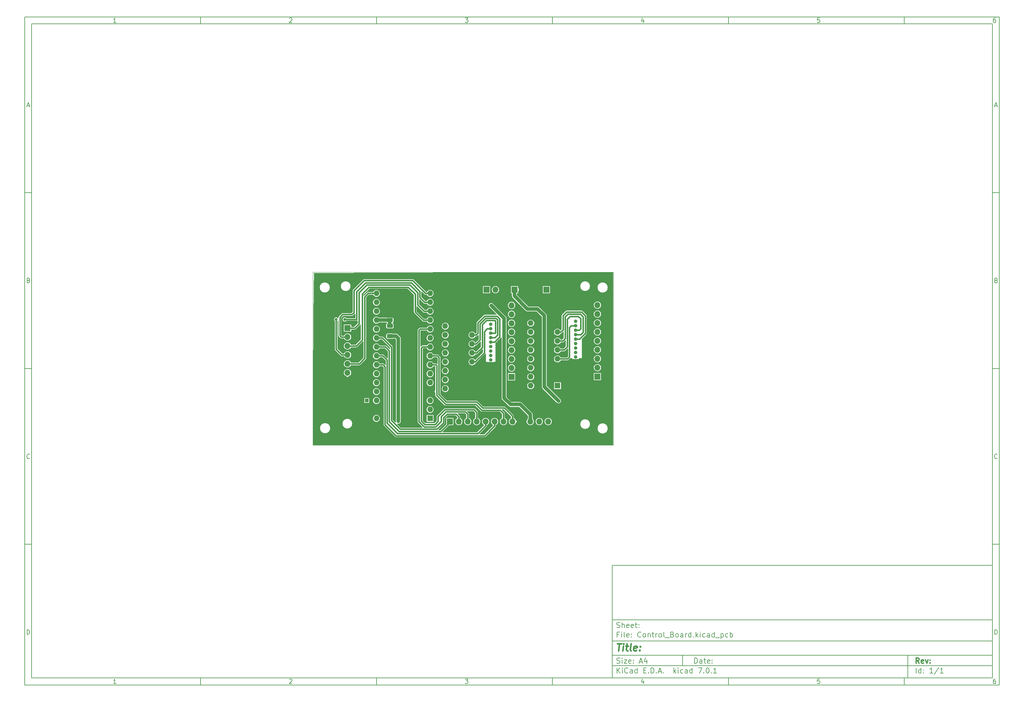
<source format=gbr>
%TF.GenerationSoftware,KiCad,Pcbnew,7.0.1*%
%TF.CreationDate,2023-10-26T15:35:36+00:00*%
%TF.ProjectId,Control_Board,436f6e74-726f-46c5-9f42-6f6172642e6b,rev?*%
%TF.SameCoordinates,Original*%
%TF.FileFunction,Copper,L2,Bot*%
%TF.FilePolarity,Positive*%
%FSLAX45Y45*%
G04 Gerber Fmt 4.5, Leading zero omitted, Abs format (unit mm)*
G04 Created by KiCad (PCBNEW 7.0.1) date 2023-10-26 15:35:36*
%MOMM*%
%LPD*%
G01*
G04 APERTURE LIST*
G04 Aperture macros list*
%AMRoundRect*
0 Rectangle with rounded corners*
0 $1 Rounding radius*
0 $2 $3 $4 $5 $6 $7 $8 $9 X,Y pos of 4 corners*
0 Add a 4 corners polygon primitive as box body*
4,1,4,$2,$3,$4,$5,$6,$7,$8,$9,$2,$3,0*
0 Add four circle primitives for the rounded corners*
1,1,$1+$1,$2,$3*
1,1,$1+$1,$4,$5*
1,1,$1+$1,$6,$7*
1,1,$1+$1,$8,$9*
0 Add four rect primitives between the rounded corners*
20,1,$1+$1,$2,$3,$4,$5,0*
20,1,$1+$1,$4,$5,$6,$7,0*
20,1,$1+$1,$6,$7,$8,$9,0*
20,1,$1+$1,$8,$9,$2,$3,0*%
G04 Aperture macros list end*
%ADD10C,0.100000*%
%ADD11C,0.150000*%
%ADD12C,0.300000*%
%ADD13C,0.400000*%
%TA.AperFunction,ComponentPad*%
%ADD14R,1.600000X1.600000*%
%TD*%
%TA.AperFunction,ComponentPad*%
%ADD15O,1.600000X1.600000*%
%TD*%
%TA.AperFunction,ComponentPad*%
%ADD16R,1.000000X1.000000*%
%TD*%
%TA.AperFunction,ComponentPad*%
%ADD17O,1.000000X1.000000*%
%TD*%
%TA.AperFunction,ComponentPad*%
%ADD18R,1.700000X1.700000*%
%TD*%
%TA.AperFunction,ComponentPad*%
%ADD19O,1.700000X1.700000*%
%TD*%
%TA.AperFunction,SMDPad,CuDef*%
%ADD20RoundRect,0.250000X0.625000X-0.312500X0.625000X0.312500X-0.625000X0.312500X-0.625000X-0.312500X0*%
%TD*%
%TA.AperFunction,ViaPad*%
%ADD21C,0.800000*%
%TD*%
%TA.AperFunction,Conductor*%
%ADD22C,1.000000*%
%TD*%
%TA.AperFunction,Conductor*%
%ADD23C,0.400000*%
%TD*%
%TA.AperFunction,Profile*%
%ADD24C,0.100000*%
%TD*%
G04 APERTURE END LIST*
D10*
D11*
X17700220Y-16600720D02*
X28500220Y-16600720D01*
X28500220Y-19800720D01*
X17700220Y-19800720D01*
X17700220Y-16600720D01*
D10*
D11*
X1000000Y-1000000D02*
X28700220Y-1000000D01*
X28700220Y-20000720D01*
X1000000Y-20000720D01*
X1000000Y-1000000D01*
D10*
D11*
X1200000Y-1200000D02*
X28500220Y-1200000D01*
X28500220Y-19800720D01*
X1200000Y-19800720D01*
X1200000Y-1200000D01*
D10*
D11*
X6000000Y-1200000D02*
X6000000Y-1000000D01*
D10*
D11*
X11000000Y-1200000D02*
X11000000Y-1000000D01*
D10*
D11*
X16000000Y-1200000D02*
X16000000Y-1000000D01*
D10*
D11*
X21000000Y-1200000D02*
X21000000Y-1000000D01*
D10*
D11*
X26000000Y-1200000D02*
X26000000Y-1000000D01*
D10*
D11*
X3599048Y-1160140D02*
X3524762Y-1160140D01*
X3561905Y-1160140D02*
X3561905Y-1030140D01*
X3561905Y-1030140D02*
X3549524Y-1048712D01*
X3549524Y-1048712D02*
X3537143Y-1061093D01*
X3537143Y-1061093D02*
X3524762Y-1067283D01*
D10*
D11*
X8524762Y-1042521D02*
X8530952Y-1036331D01*
X8530952Y-1036331D02*
X8543333Y-1030140D01*
X8543333Y-1030140D02*
X8574286Y-1030140D01*
X8574286Y-1030140D02*
X8586667Y-1036331D01*
X8586667Y-1036331D02*
X8592857Y-1042521D01*
X8592857Y-1042521D02*
X8599048Y-1054902D01*
X8599048Y-1054902D02*
X8599048Y-1067283D01*
X8599048Y-1067283D02*
X8592857Y-1085855D01*
X8592857Y-1085855D02*
X8518571Y-1160140D01*
X8518571Y-1160140D02*
X8599048Y-1160140D01*
D10*
D11*
X13518571Y-1030140D02*
X13599048Y-1030140D01*
X13599048Y-1030140D02*
X13555714Y-1079664D01*
X13555714Y-1079664D02*
X13574286Y-1079664D01*
X13574286Y-1079664D02*
X13586667Y-1085855D01*
X13586667Y-1085855D02*
X13592857Y-1092045D01*
X13592857Y-1092045D02*
X13599048Y-1104426D01*
X13599048Y-1104426D02*
X13599048Y-1135379D01*
X13599048Y-1135379D02*
X13592857Y-1147760D01*
X13592857Y-1147760D02*
X13586667Y-1153950D01*
X13586667Y-1153950D02*
X13574286Y-1160140D01*
X13574286Y-1160140D02*
X13537143Y-1160140D01*
X13537143Y-1160140D02*
X13524762Y-1153950D01*
X13524762Y-1153950D02*
X13518571Y-1147760D01*
D10*
D11*
X18586667Y-1073474D02*
X18586667Y-1160140D01*
X18555714Y-1023950D02*
X18524762Y-1116807D01*
X18524762Y-1116807D02*
X18605238Y-1116807D01*
D10*
D11*
X23592857Y-1030140D02*
X23530952Y-1030140D01*
X23530952Y-1030140D02*
X23524762Y-1092045D01*
X23524762Y-1092045D02*
X23530952Y-1085855D01*
X23530952Y-1085855D02*
X23543333Y-1079664D01*
X23543333Y-1079664D02*
X23574286Y-1079664D01*
X23574286Y-1079664D02*
X23586667Y-1085855D01*
X23586667Y-1085855D02*
X23592857Y-1092045D01*
X23592857Y-1092045D02*
X23599048Y-1104426D01*
X23599048Y-1104426D02*
X23599048Y-1135379D01*
X23599048Y-1135379D02*
X23592857Y-1147760D01*
X23592857Y-1147760D02*
X23586667Y-1153950D01*
X23586667Y-1153950D02*
X23574286Y-1160140D01*
X23574286Y-1160140D02*
X23543333Y-1160140D01*
X23543333Y-1160140D02*
X23530952Y-1153950D01*
X23530952Y-1153950D02*
X23524762Y-1147760D01*
D10*
D11*
X28586667Y-1030140D02*
X28561905Y-1030140D01*
X28561905Y-1030140D02*
X28549524Y-1036331D01*
X28549524Y-1036331D02*
X28543333Y-1042521D01*
X28543333Y-1042521D02*
X28530952Y-1061093D01*
X28530952Y-1061093D02*
X28524762Y-1085855D01*
X28524762Y-1085855D02*
X28524762Y-1135379D01*
X28524762Y-1135379D02*
X28530952Y-1147760D01*
X28530952Y-1147760D02*
X28537143Y-1153950D01*
X28537143Y-1153950D02*
X28549524Y-1160140D01*
X28549524Y-1160140D02*
X28574286Y-1160140D01*
X28574286Y-1160140D02*
X28586667Y-1153950D01*
X28586667Y-1153950D02*
X28592857Y-1147760D01*
X28592857Y-1147760D02*
X28599048Y-1135379D01*
X28599048Y-1135379D02*
X28599048Y-1104426D01*
X28599048Y-1104426D02*
X28592857Y-1092045D01*
X28592857Y-1092045D02*
X28586667Y-1085855D01*
X28586667Y-1085855D02*
X28574286Y-1079664D01*
X28574286Y-1079664D02*
X28549524Y-1079664D01*
X28549524Y-1079664D02*
X28537143Y-1085855D01*
X28537143Y-1085855D02*
X28530952Y-1092045D01*
X28530952Y-1092045D02*
X28524762Y-1104426D01*
D10*
D11*
X6000000Y-19800720D02*
X6000000Y-20000720D01*
D10*
D11*
X11000000Y-19800720D02*
X11000000Y-20000720D01*
D10*
D11*
X16000000Y-19800720D02*
X16000000Y-20000720D01*
D10*
D11*
X21000000Y-19800720D02*
X21000000Y-20000720D01*
D10*
D11*
X26000000Y-19800720D02*
X26000000Y-20000720D01*
D10*
D11*
X3599048Y-19960860D02*
X3524762Y-19960860D01*
X3561905Y-19960860D02*
X3561905Y-19830860D01*
X3561905Y-19830860D02*
X3549524Y-19849432D01*
X3549524Y-19849432D02*
X3537143Y-19861813D01*
X3537143Y-19861813D02*
X3524762Y-19868003D01*
D10*
D11*
X8524762Y-19843241D02*
X8530952Y-19837051D01*
X8530952Y-19837051D02*
X8543333Y-19830860D01*
X8543333Y-19830860D02*
X8574286Y-19830860D01*
X8574286Y-19830860D02*
X8586667Y-19837051D01*
X8586667Y-19837051D02*
X8592857Y-19843241D01*
X8592857Y-19843241D02*
X8599048Y-19855622D01*
X8599048Y-19855622D02*
X8599048Y-19868003D01*
X8599048Y-19868003D02*
X8592857Y-19886575D01*
X8592857Y-19886575D02*
X8518571Y-19960860D01*
X8518571Y-19960860D02*
X8599048Y-19960860D01*
D10*
D11*
X13518571Y-19830860D02*
X13599048Y-19830860D01*
X13599048Y-19830860D02*
X13555714Y-19880384D01*
X13555714Y-19880384D02*
X13574286Y-19880384D01*
X13574286Y-19880384D02*
X13586667Y-19886575D01*
X13586667Y-19886575D02*
X13592857Y-19892765D01*
X13592857Y-19892765D02*
X13599048Y-19905146D01*
X13599048Y-19905146D02*
X13599048Y-19936099D01*
X13599048Y-19936099D02*
X13592857Y-19948480D01*
X13592857Y-19948480D02*
X13586667Y-19954670D01*
X13586667Y-19954670D02*
X13574286Y-19960860D01*
X13574286Y-19960860D02*
X13537143Y-19960860D01*
X13537143Y-19960860D02*
X13524762Y-19954670D01*
X13524762Y-19954670D02*
X13518571Y-19948480D01*
D10*
D11*
X18586667Y-19874194D02*
X18586667Y-19960860D01*
X18555714Y-19824670D02*
X18524762Y-19917527D01*
X18524762Y-19917527D02*
X18605238Y-19917527D01*
D10*
D11*
X23592857Y-19830860D02*
X23530952Y-19830860D01*
X23530952Y-19830860D02*
X23524762Y-19892765D01*
X23524762Y-19892765D02*
X23530952Y-19886575D01*
X23530952Y-19886575D02*
X23543333Y-19880384D01*
X23543333Y-19880384D02*
X23574286Y-19880384D01*
X23574286Y-19880384D02*
X23586667Y-19886575D01*
X23586667Y-19886575D02*
X23592857Y-19892765D01*
X23592857Y-19892765D02*
X23599048Y-19905146D01*
X23599048Y-19905146D02*
X23599048Y-19936099D01*
X23599048Y-19936099D02*
X23592857Y-19948480D01*
X23592857Y-19948480D02*
X23586667Y-19954670D01*
X23586667Y-19954670D02*
X23574286Y-19960860D01*
X23574286Y-19960860D02*
X23543333Y-19960860D01*
X23543333Y-19960860D02*
X23530952Y-19954670D01*
X23530952Y-19954670D02*
X23524762Y-19948480D01*
D10*
D11*
X28586667Y-19830860D02*
X28561905Y-19830860D01*
X28561905Y-19830860D02*
X28549524Y-19837051D01*
X28549524Y-19837051D02*
X28543333Y-19843241D01*
X28543333Y-19843241D02*
X28530952Y-19861813D01*
X28530952Y-19861813D02*
X28524762Y-19886575D01*
X28524762Y-19886575D02*
X28524762Y-19936099D01*
X28524762Y-19936099D02*
X28530952Y-19948480D01*
X28530952Y-19948480D02*
X28537143Y-19954670D01*
X28537143Y-19954670D02*
X28549524Y-19960860D01*
X28549524Y-19960860D02*
X28574286Y-19960860D01*
X28574286Y-19960860D02*
X28586667Y-19954670D01*
X28586667Y-19954670D02*
X28592857Y-19948480D01*
X28592857Y-19948480D02*
X28599048Y-19936099D01*
X28599048Y-19936099D02*
X28599048Y-19905146D01*
X28599048Y-19905146D02*
X28592857Y-19892765D01*
X28592857Y-19892765D02*
X28586667Y-19886575D01*
X28586667Y-19886575D02*
X28574286Y-19880384D01*
X28574286Y-19880384D02*
X28549524Y-19880384D01*
X28549524Y-19880384D02*
X28537143Y-19886575D01*
X28537143Y-19886575D02*
X28530952Y-19892765D01*
X28530952Y-19892765D02*
X28524762Y-19905146D01*
D10*
D11*
X1000000Y-6000000D02*
X1200000Y-6000000D01*
D10*
D11*
X1000000Y-11000000D02*
X1200000Y-11000000D01*
D10*
D11*
X1000000Y-16000000D02*
X1200000Y-16000000D01*
D10*
D11*
X1069048Y-3522998D02*
X1130952Y-3522998D01*
X1056667Y-3560140D02*
X1100000Y-3430140D01*
X1100000Y-3430140D02*
X1143333Y-3560140D01*
D10*
D11*
X1109286Y-8492045D02*
X1127857Y-8498236D01*
X1127857Y-8498236D02*
X1134048Y-8504426D01*
X1134048Y-8504426D02*
X1140238Y-8516807D01*
X1140238Y-8516807D02*
X1140238Y-8535379D01*
X1140238Y-8535379D02*
X1134048Y-8547760D01*
X1134048Y-8547760D02*
X1127857Y-8553950D01*
X1127857Y-8553950D02*
X1115476Y-8560140D01*
X1115476Y-8560140D02*
X1065952Y-8560140D01*
X1065952Y-8560140D02*
X1065952Y-8430140D01*
X1065952Y-8430140D02*
X1109286Y-8430140D01*
X1109286Y-8430140D02*
X1121667Y-8436331D01*
X1121667Y-8436331D02*
X1127857Y-8442521D01*
X1127857Y-8442521D02*
X1134048Y-8454902D01*
X1134048Y-8454902D02*
X1134048Y-8467283D01*
X1134048Y-8467283D02*
X1127857Y-8479664D01*
X1127857Y-8479664D02*
X1121667Y-8485855D01*
X1121667Y-8485855D02*
X1109286Y-8492045D01*
X1109286Y-8492045D02*
X1065952Y-8492045D01*
D10*
D11*
X1140238Y-13547759D02*
X1134048Y-13553950D01*
X1134048Y-13553950D02*
X1115476Y-13560140D01*
X1115476Y-13560140D02*
X1103095Y-13560140D01*
X1103095Y-13560140D02*
X1084524Y-13553950D01*
X1084524Y-13553950D02*
X1072143Y-13541569D01*
X1072143Y-13541569D02*
X1065952Y-13529188D01*
X1065952Y-13529188D02*
X1059762Y-13504426D01*
X1059762Y-13504426D02*
X1059762Y-13485855D01*
X1059762Y-13485855D02*
X1065952Y-13461093D01*
X1065952Y-13461093D02*
X1072143Y-13448712D01*
X1072143Y-13448712D02*
X1084524Y-13436331D01*
X1084524Y-13436331D02*
X1103095Y-13430140D01*
X1103095Y-13430140D02*
X1115476Y-13430140D01*
X1115476Y-13430140D02*
X1134048Y-13436331D01*
X1134048Y-13436331D02*
X1140238Y-13442521D01*
D10*
D11*
X1065952Y-18560140D02*
X1065952Y-18430140D01*
X1065952Y-18430140D02*
X1096905Y-18430140D01*
X1096905Y-18430140D02*
X1115476Y-18436331D01*
X1115476Y-18436331D02*
X1127857Y-18448712D01*
X1127857Y-18448712D02*
X1134048Y-18461093D01*
X1134048Y-18461093D02*
X1140238Y-18485855D01*
X1140238Y-18485855D02*
X1140238Y-18504426D01*
X1140238Y-18504426D02*
X1134048Y-18529188D01*
X1134048Y-18529188D02*
X1127857Y-18541569D01*
X1127857Y-18541569D02*
X1115476Y-18553950D01*
X1115476Y-18553950D02*
X1096905Y-18560140D01*
X1096905Y-18560140D02*
X1065952Y-18560140D01*
D10*
D11*
X28700220Y-6000000D02*
X28500220Y-6000000D01*
D10*
D11*
X28700220Y-11000000D02*
X28500220Y-11000000D01*
D10*
D11*
X28700220Y-16000000D02*
X28500220Y-16000000D01*
D10*
D11*
X28569268Y-3522998D02*
X28631172Y-3522998D01*
X28556887Y-3560140D02*
X28600220Y-3430140D01*
X28600220Y-3430140D02*
X28643553Y-3560140D01*
D10*
D11*
X28609506Y-8492045D02*
X28628077Y-8498236D01*
X28628077Y-8498236D02*
X28634268Y-8504426D01*
X28634268Y-8504426D02*
X28640458Y-8516807D01*
X28640458Y-8516807D02*
X28640458Y-8535379D01*
X28640458Y-8535379D02*
X28634268Y-8547760D01*
X28634268Y-8547760D02*
X28628077Y-8553950D01*
X28628077Y-8553950D02*
X28615696Y-8560140D01*
X28615696Y-8560140D02*
X28566172Y-8560140D01*
X28566172Y-8560140D02*
X28566172Y-8430140D01*
X28566172Y-8430140D02*
X28609506Y-8430140D01*
X28609506Y-8430140D02*
X28621887Y-8436331D01*
X28621887Y-8436331D02*
X28628077Y-8442521D01*
X28628077Y-8442521D02*
X28634268Y-8454902D01*
X28634268Y-8454902D02*
X28634268Y-8467283D01*
X28634268Y-8467283D02*
X28628077Y-8479664D01*
X28628077Y-8479664D02*
X28621887Y-8485855D01*
X28621887Y-8485855D02*
X28609506Y-8492045D01*
X28609506Y-8492045D02*
X28566172Y-8492045D01*
D10*
D11*
X28640458Y-13547759D02*
X28634268Y-13553950D01*
X28634268Y-13553950D02*
X28615696Y-13560140D01*
X28615696Y-13560140D02*
X28603315Y-13560140D01*
X28603315Y-13560140D02*
X28584744Y-13553950D01*
X28584744Y-13553950D02*
X28572363Y-13541569D01*
X28572363Y-13541569D02*
X28566172Y-13529188D01*
X28566172Y-13529188D02*
X28559982Y-13504426D01*
X28559982Y-13504426D02*
X28559982Y-13485855D01*
X28559982Y-13485855D02*
X28566172Y-13461093D01*
X28566172Y-13461093D02*
X28572363Y-13448712D01*
X28572363Y-13448712D02*
X28584744Y-13436331D01*
X28584744Y-13436331D02*
X28603315Y-13430140D01*
X28603315Y-13430140D02*
X28615696Y-13430140D01*
X28615696Y-13430140D02*
X28634268Y-13436331D01*
X28634268Y-13436331D02*
X28640458Y-13442521D01*
D10*
D11*
X28566172Y-18560140D02*
X28566172Y-18430140D01*
X28566172Y-18430140D02*
X28597125Y-18430140D01*
X28597125Y-18430140D02*
X28615696Y-18436331D01*
X28615696Y-18436331D02*
X28628077Y-18448712D01*
X28628077Y-18448712D02*
X28634268Y-18461093D01*
X28634268Y-18461093D02*
X28640458Y-18485855D01*
X28640458Y-18485855D02*
X28640458Y-18504426D01*
X28640458Y-18504426D02*
X28634268Y-18529188D01*
X28634268Y-18529188D02*
X28628077Y-18541569D01*
X28628077Y-18541569D02*
X28615696Y-18553950D01*
X28615696Y-18553950D02*
X28597125Y-18560140D01*
X28597125Y-18560140D02*
X28566172Y-18560140D01*
D10*
D11*
X20035934Y-19380113D02*
X20035934Y-19230113D01*
X20035934Y-19230113D02*
X20071649Y-19230113D01*
X20071649Y-19230113D02*
X20093077Y-19237256D01*
X20093077Y-19237256D02*
X20107363Y-19251541D01*
X20107363Y-19251541D02*
X20114506Y-19265827D01*
X20114506Y-19265827D02*
X20121649Y-19294399D01*
X20121649Y-19294399D02*
X20121649Y-19315827D01*
X20121649Y-19315827D02*
X20114506Y-19344399D01*
X20114506Y-19344399D02*
X20107363Y-19358684D01*
X20107363Y-19358684D02*
X20093077Y-19372970D01*
X20093077Y-19372970D02*
X20071649Y-19380113D01*
X20071649Y-19380113D02*
X20035934Y-19380113D01*
X20250220Y-19380113D02*
X20250220Y-19301541D01*
X20250220Y-19301541D02*
X20243077Y-19287256D01*
X20243077Y-19287256D02*
X20228791Y-19280113D01*
X20228791Y-19280113D02*
X20200220Y-19280113D01*
X20200220Y-19280113D02*
X20185934Y-19287256D01*
X20250220Y-19372970D02*
X20235934Y-19380113D01*
X20235934Y-19380113D02*
X20200220Y-19380113D01*
X20200220Y-19380113D02*
X20185934Y-19372970D01*
X20185934Y-19372970D02*
X20178791Y-19358684D01*
X20178791Y-19358684D02*
X20178791Y-19344399D01*
X20178791Y-19344399D02*
X20185934Y-19330113D01*
X20185934Y-19330113D02*
X20200220Y-19322970D01*
X20200220Y-19322970D02*
X20235934Y-19322970D01*
X20235934Y-19322970D02*
X20250220Y-19315827D01*
X20300220Y-19280113D02*
X20357363Y-19280113D01*
X20321649Y-19230113D02*
X20321649Y-19358684D01*
X20321649Y-19358684D02*
X20328791Y-19372970D01*
X20328791Y-19372970D02*
X20343077Y-19380113D01*
X20343077Y-19380113D02*
X20357363Y-19380113D01*
X20464506Y-19372970D02*
X20450220Y-19380113D01*
X20450220Y-19380113D02*
X20421649Y-19380113D01*
X20421649Y-19380113D02*
X20407363Y-19372970D01*
X20407363Y-19372970D02*
X20400220Y-19358684D01*
X20400220Y-19358684D02*
X20400220Y-19301541D01*
X20400220Y-19301541D02*
X20407363Y-19287256D01*
X20407363Y-19287256D02*
X20421649Y-19280113D01*
X20421649Y-19280113D02*
X20450220Y-19280113D01*
X20450220Y-19280113D02*
X20464506Y-19287256D01*
X20464506Y-19287256D02*
X20471649Y-19301541D01*
X20471649Y-19301541D02*
X20471649Y-19315827D01*
X20471649Y-19315827D02*
X20400220Y-19330113D01*
X20535934Y-19365827D02*
X20543077Y-19372970D01*
X20543077Y-19372970D02*
X20535934Y-19380113D01*
X20535934Y-19380113D02*
X20528791Y-19372970D01*
X20528791Y-19372970D02*
X20535934Y-19365827D01*
X20535934Y-19365827D02*
X20535934Y-19380113D01*
X20535934Y-19287256D02*
X20543077Y-19294399D01*
X20543077Y-19294399D02*
X20535934Y-19301541D01*
X20535934Y-19301541D02*
X20528791Y-19294399D01*
X20528791Y-19294399D02*
X20535934Y-19287256D01*
X20535934Y-19287256D02*
X20535934Y-19301541D01*
D10*
D11*
X17700220Y-19450720D02*
X28500220Y-19450720D01*
D10*
D11*
X17835934Y-19660113D02*
X17835934Y-19510113D01*
X17921649Y-19660113D02*
X17857363Y-19574399D01*
X17921649Y-19510113D02*
X17835934Y-19595827D01*
X17985934Y-19660113D02*
X17985934Y-19560113D01*
X17985934Y-19510113D02*
X17978791Y-19517256D01*
X17978791Y-19517256D02*
X17985934Y-19524399D01*
X17985934Y-19524399D02*
X17993077Y-19517256D01*
X17993077Y-19517256D02*
X17985934Y-19510113D01*
X17985934Y-19510113D02*
X17985934Y-19524399D01*
X18143077Y-19645827D02*
X18135934Y-19652970D01*
X18135934Y-19652970D02*
X18114506Y-19660113D01*
X18114506Y-19660113D02*
X18100220Y-19660113D01*
X18100220Y-19660113D02*
X18078791Y-19652970D01*
X18078791Y-19652970D02*
X18064506Y-19638684D01*
X18064506Y-19638684D02*
X18057363Y-19624399D01*
X18057363Y-19624399D02*
X18050220Y-19595827D01*
X18050220Y-19595827D02*
X18050220Y-19574399D01*
X18050220Y-19574399D02*
X18057363Y-19545827D01*
X18057363Y-19545827D02*
X18064506Y-19531541D01*
X18064506Y-19531541D02*
X18078791Y-19517256D01*
X18078791Y-19517256D02*
X18100220Y-19510113D01*
X18100220Y-19510113D02*
X18114506Y-19510113D01*
X18114506Y-19510113D02*
X18135934Y-19517256D01*
X18135934Y-19517256D02*
X18143077Y-19524399D01*
X18271649Y-19660113D02*
X18271649Y-19581541D01*
X18271649Y-19581541D02*
X18264506Y-19567256D01*
X18264506Y-19567256D02*
X18250220Y-19560113D01*
X18250220Y-19560113D02*
X18221649Y-19560113D01*
X18221649Y-19560113D02*
X18207363Y-19567256D01*
X18271649Y-19652970D02*
X18257363Y-19660113D01*
X18257363Y-19660113D02*
X18221649Y-19660113D01*
X18221649Y-19660113D02*
X18207363Y-19652970D01*
X18207363Y-19652970D02*
X18200220Y-19638684D01*
X18200220Y-19638684D02*
X18200220Y-19624399D01*
X18200220Y-19624399D02*
X18207363Y-19610113D01*
X18207363Y-19610113D02*
X18221649Y-19602970D01*
X18221649Y-19602970D02*
X18257363Y-19602970D01*
X18257363Y-19602970D02*
X18271649Y-19595827D01*
X18407363Y-19660113D02*
X18407363Y-19510113D01*
X18407363Y-19652970D02*
X18393077Y-19660113D01*
X18393077Y-19660113D02*
X18364506Y-19660113D01*
X18364506Y-19660113D02*
X18350220Y-19652970D01*
X18350220Y-19652970D02*
X18343077Y-19645827D01*
X18343077Y-19645827D02*
X18335934Y-19631541D01*
X18335934Y-19631541D02*
X18335934Y-19588684D01*
X18335934Y-19588684D02*
X18343077Y-19574399D01*
X18343077Y-19574399D02*
X18350220Y-19567256D01*
X18350220Y-19567256D02*
X18364506Y-19560113D01*
X18364506Y-19560113D02*
X18393077Y-19560113D01*
X18393077Y-19560113D02*
X18407363Y-19567256D01*
X18593077Y-19581541D02*
X18643077Y-19581541D01*
X18664506Y-19660113D02*
X18593077Y-19660113D01*
X18593077Y-19660113D02*
X18593077Y-19510113D01*
X18593077Y-19510113D02*
X18664506Y-19510113D01*
X18728791Y-19645827D02*
X18735934Y-19652970D01*
X18735934Y-19652970D02*
X18728791Y-19660113D01*
X18728791Y-19660113D02*
X18721649Y-19652970D01*
X18721649Y-19652970D02*
X18728791Y-19645827D01*
X18728791Y-19645827D02*
X18728791Y-19660113D01*
X18800220Y-19660113D02*
X18800220Y-19510113D01*
X18800220Y-19510113D02*
X18835934Y-19510113D01*
X18835934Y-19510113D02*
X18857363Y-19517256D01*
X18857363Y-19517256D02*
X18871649Y-19531541D01*
X18871649Y-19531541D02*
X18878792Y-19545827D01*
X18878792Y-19545827D02*
X18885934Y-19574399D01*
X18885934Y-19574399D02*
X18885934Y-19595827D01*
X18885934Y-19595827D02*
X18878792Y-19624399D01*
X18878792Y-19624399D02*
X18871649Y-19638684D01*
X18871649Y-19638684D02*
X18857363Y-19652970D01*
X18857363Y-19652970D02*
X18835934Y-19660113D01*
X18835934Y-19660113D02*
X18800220Y-19660113D01*
X18950220Y-19645827D02*
X18957363Y-19652970D01*
X18957363Y-19652970D02*
X18950220Y-19660113D01*
X18950220Y-19660113D02*
X18943077Y-19652970D01*
X18943077Y-19652970D02*
X18950220Y-19645827D01*
X18950220Y-19645827D02*
X18950220Y-19660113D01*
X19014506Y-19617256D02*
X19085934Y-19617256D01*
X19000220Y-19660113D02*
X19050220Y-19510113D01*
X19050220Y-19510113D02*
X19100220Y-19660113D01*
X19150220Y-19645827D02*
X19157363Y-19652970D01*
X19157363Y-19652970D02*
X19150220Y-19660113D01*
X19150220Y-19660113D02*
X19143077Y-19652970D01*
X19143077Y-19652970D02*
X19150220Y-19645827D01*
X19150220Y-19645827D02*
X19150220Y-19660113D01*
X19450220Y-19660113D02*
X19450220Y-19510113D01*
X19464506Y-19602970D02*
X19507363Y-19660113D01*
X19507363Y-19560113D02*
X19450220Y-19617256D01*
X19571649Y-19660113D02*
X19571649Y-19560113D01*
X19571649Y-19510113D02*
X19564506Y-19517256D01*
X19564506Y-19517256D02*
X19571649Y-19524399D01*
X19571649Y-19524399D02*
X19578792Y-19517256D01*
X19578792Y-19517256D02*
X19571649Y-19510113D01*
X19571649Y-19510113D02*
X19571649Y-19524399D01*
X19707363Y-19652970D02*
X19693077Y-19660113D01*
X19693077Y-19660113D02*
X19664506Y-19660113D01*
X19664506Y-19660113D02*
X19650220Y-19652970D01*
X19650220Y-19652970D02*
X19643077Y-19645827D01*
X19643077Y-19645827D02*
X19635934Y-19631541D01*
X19635934Y-19631541D02*
X19635934Y-19588684D01*
X19635934Y-19588684D02*
X19643077Y-19574399D01*
X19643077Y-19574399D02*
X19650220Y-19567256D01*
X19650220Y-19567256D02*
X19664506Y-19560113D01*
X19664506Y-19560113D02*
X19693077Y-19560113D01*
X19693077Y-19560113D02*
X19707363Y-19567256D01*
X19835934Y-19660113D02*
X19835934Y-19581541D01*
X19835934Y-19581541D02*
X19828792Y-19567256D01*
X19828792Y-19567256D02*
X19814506Y-19560113D01*
X19814506Y-19560113D02*
X19785934Y-19560113D01*
X19785934Y-19560113D02*
X19771649Y-19567256D01*
X19835934Y-19652970D02*
X19821649Y-19660113D01*
X19821649Y-19660113D02*
X19785934Y-19660113D01*
X19785934Y-19660113D02*
X19771649Y-19652970D01*
X19771649Y-19652970D02*
X19764506Y-19638684D01*
X19764506Y-19638684D02*
X19764506Y-19624399D01*
X19764506Y-19624399D02*
X19771649Y-19610113D01*
X19771649Y-19610113D02*
X19785934Y-19602970D01*
X19785934Y-19602970D02*
X19821649Y-19602970D01*
X19821649Y-19602970D02*
X19835934Y-19595827D01*
X19971649Y-19660113D02*
X19971649Y-19510113D01*
X19971649Y-19652970D02*
X19957363Y-19660113D01*
X19957363Y-19660113D02*
X19928792Y-19660113D01*
X19928792Y-19660113D02*
X19914506Y-19652970D01*
X19914506Y-19652970D02*
X19907363Y-19645827D01*
X19907363Y-19645827D02*
X19900220Y-19631541D01*
X19900220Y-19631541D02*
X19900220Y-19588684D01*
X19900220Y-19588684D02*
X19907363Y-19574399D01*
X19907363Y-19574399D02*
X19914506Y-19567256D01*
X19914506Y-19567256D02*
X19928792Y-19560113D01*
X19928792Y-19560113D02*
X19957363Y-19560113D01*
X19957363Y-19560113D02*
X19971649Y-19567256D01*
X20143077Y-19510113D02*
X20243077Y-19510113D01*
X20243077Y-19510113D02*
X20178792Y-19660113D01*
X20300220Y-19645827D02*
X20307363Y-19652970D01*
X20307363Y-19652970D02*
X20300220Y-19660113D01*
X20300220Y-19660113D02*
X20293077Y-19652970D01*
X20293077Y-19652970D02*
X20300220Y-19645827D01*
X20300220Y-19645827D02*
X20300220Y-19660113D01*
X20400220Y-19510113D02*
X20414506Y-19510113D01*
X20414506Y-19510113D02*
X20428792Y-19517256D01*
X20428792Y-19517256D02*
X20435934Y-19524399D01*
X20435934Y-19524399D02*
X20443077Y-19538684D01*
X20443077Y-19538684D02*
X20450220Y-19567256D01*
X20450220Y-19567256D02*
X20450220Y-19602970D01*
X20450220Y-19602970D02*
X20443077Y-19631541D01*
X20443077Y-19631541D02*
X20435934Y-19645827D01*
X20435934Y-19645827D02*
X20428792Y-19652970D01*
X20428792Y-19652970D02*
X20414506Y-19660113D01*
X20414506Y-19660113D02*
X20400220Y-19660113D01*
X20400220Y-19660113D02*
X20385934Y-19652970D01*
X20385934Y-19652970D02*
X20378792Y-19645827D01*
X20378792Y-19645827D02*
X20371649Y-19631541D01*
X20371649Y-19631541D02*
X20364506Y-19602970D01*
X20364506Y-19602970D02*
X20364506Y-19567256D01*
X20364506Y-19567256D02*
X20371649Y-19538684D01*
X20371649Y-19538684D02*
X20378792Y-19524399D01*
X20378792Y-19524399D02*
X20385934Y-19517256D01*
X20385934Y-19517256D02*
X20400220Y-19510113D01*
X20514506Y-19645827D02*
X20521649Y-19652970D01*
X20521649Y-19652970D02*
X20514506Y-19660113D01*
X20514506Y-19660113D02*
X20507363Y-19652970D01*
X20507363Y-19652970D02*
X20514506Y-19645827D01*
X20514506Y-19645827D02*
X20514506Y-19660113D01*
X20664506Y-19660113D02*
X20578792Y-19660113D01*
X20621649Y-19660113D02*
X20621649Y-19510113D01*
X20621649Y-19510113D02*
X20607363Y-19531541D01*
X20607363Y-19531541D02*
X20593077Y-19545827D01*
X20593077Y-19545827D02*
X20578792Y-19552970D01*
D10*
D11*
X17700220Y-19150720D02*
X28500220Y-19150720D01*
D10*
D12*
X26421648Y-19380113D02*
X26371648Y-19308684D01*
X26335934Y-19380113D02*
X26335934Y-19230113D01*
X26335934Y-19230113D02*
X26393077Y-19230113D01*
X26393077Y-19230113D02*
X26407363Y-19237256D01*
X26407363Y-19237256D02*
X26414506Y-19244399D01*
X26414506Y-19244399D02*
X26421648Y-19258684D01*
X26421648Y-19258684D02*
X26421648Y-19280113D01*
X26421648Y-19280113D02*
X26414506Y-19294399D01*
X26414506Y-19294399D02*
X26407363Y-19301541D01*
X26407363Y-19301541D02*
X26393077Y-19308684D01*
X26393077Y-19308684D02*
X26335934Y-19308684D01*
X26543077Y-19372970D02*
X26528791Y-19380113D01*
X26528791Y-19380113D02*
X26500220Y-19380113D01*
X26500220Y-19380113D02*
X26485934Y-19372970D01*
X26485934Y-19372970D02*
X26478791Y-19358684D01*
X26478791Y-19358684D02*
X26478791Y-19301541D01*
X26478791Y-19301541D02*
X26485934Y-19287256D01*
X26485934Y-19287256D02*
X26500220Y-19280113D01*
X26500220Y-19280113D02*
X26528791Y-19280113D01*
X26528791Y-19280113D02*
X26543077Y-19287256D01*
X26543077Y-19287256D02*
X26550220Y-19301541D01*
X26550220Y-19301541D02*
X26550220Y-19315827D01*
X26550220Y-19315827D02*
X26478791Y-19330113D01*
X26600220Y-19280113D02*
X26635934Y-19380113D01*
X26635934Y-19380113D02*
X26671648Y-19280113D01*
X26728791Y-19365827D02*
X26735934Y-19372970D01*
X26735934Y-19372970D02*
X26728791Y-19380113D01*
X26728791Y-19380113D02*
X26721648Y-19372970D01*
X26721648Y-19372970D02*
X26728791Y-19365827D01*
X26728791Y-19365827D02*
X26728791Y-19380113D01*
X26728791Y-19287256D02*
X26735934Y-19294399D01*
X26735934Y-19294399D02*
X26728791Y-19301541D01*
X26728791Y-19301541D02*
X26721648Y-19294399D01*
X26721648Y-19294399D02*
X26728791Y-19287256D01*
X26728791Y-19287256D02*
X26728791Y-19301541D01*
D10*
D11*
X17828791Y-19372970D02*
X17850220Y-19380113D01*
X17850220Y-19380113D02*
X17885934Y-19380113D01*
X17885934Y-19380113D02*
X17900220Y-19372970D01*
X17900220Y-19372970D02*
X17907363Y-19365827D01*
X17907363Y-19365827D02*
X17914506Y-19351541D01*
X17914506Y-19351541D02*
X17914506Y-19337256D01*
X17914506Y-19337256D02*
X17907363Y-19322970D01*
X17907363Y-19322970D02*
X17900220Y-19315827D01*
X17900220Y-19315827D02*
X17885934Y-19308684D01*
X17885934Y-19308684D02*
X17857363Y-19301541D01*
X17857363Y-19301541D02*
X17843077Y-19294399D01*
X17843077Y-19294399D02*
X17835934Y-19287256D01*
X17835934Y-19287256D02*
X17828791Y-19272970D01*
X17828791Y-19272970D02*
X17828791Y-19258684D01*
X17828791Y-19258684D02*
X17835934Y-19244399D01*
X17835934Y-19244399D02*
X17843077Y-19237256D01*
X17843077Y-19237256D02*
X17857363Y-19230113D01*
X17857363Y-19230113D02*
X17893077Y-19230113D01*
X17893077Y-19230113D02*
X17914506Y-19237256D01*
X17978791Y-19380113D02*
X17978791Y-19280113D01*
X17978791Y-19230113D02*
X17971649Y-19237256D01*
X17971649Y-19237256D02*
X17978791Y-19244399D01*
X17978791Y-19244399D02*
X17985934Y-19237256D01*
X17985934Y-19237256D02*
X17978791Y-19230113D01*
X17978791Y-19230113D02*
X17978791Y-19244399D01*
X18035934Y-19280113D02*
X18114506Y-19280113D01*
X18114506Y-19280113D02*
X18035934Y-19380113D01*
X18035934Y-19380113D02*
X18114506Y-19380113D01*
X18228791Y-19372970D02*
X18214506Y-19380113D01*
X18214506Y-19380113D02*
X18185934Y-19380113D01*
X18185934Y-19380113D02*
X18171649Y-19372970D01*
X18171649Y-19372970D02*
X18164506Y-19358684D01*
X18164506Y-19358684D02*
X18164506Y-19301541D01*
X18164506Y-19301541D02*
X18171649Y-19287256D01*
X18171649Y-19287256D02*
X18185934Y-19280113D01*
X18185934Y-19280113D02*
X18214506Y-19280113D01*
X18214506Y-19280113D02*
X18228791Y-19287256D01*
X18228791Y-19287256D02*
X18235934Y-19301541D01*
X18235934Y-19301541D02*
X18235934Y-19315827D01*
X18235934Y-19315827D02*
X18164506Y-19330113D01*
X18300220Y-19365827D02*
X18307363Y-19372970D01*
X18307363Y-19372970D02*
X18300220Y-19380113D01*
X18300220Y-19380113D02*
X18293077Y-19372970D01*
X18293077Y-19372970D02*
X18300220Y-19365827D01*
X18300220Y-19365827D02*
X18300220Y-19380113D01*
X18300220Y-19287256D02*
X18307363Y-19294399D01*
X18307363Y-19294399D02*
X18300220Y-19301541D01*
X18300220Y-19301541D02*
X18293077Y-19294399D01*
X18293077Y-19294399D02*
X18300220Y-19287256D01*
X18300220Y-19287256D02*
X18300220Y-19301541D01*
X18478791Y-19337256D02*
X18550220Y-19337256D01*
X18464506Y-19380113D02*
X18514506Y-19230113D01*
X18514506Y-19230113D02*
X18564506Y-19380113D01*
X18678791Y-19280113D02*
X18678791Y-19380113D01*
X18643077Y-19222970D02*
X18607363Y-19330113D01*
X18607363Y-19330113D02*
X18700220Y-19330113D01*
D10*
D11*
X26335934Y-19660113D02*
X26335934Y-19510113D01*
X26471649Y-19660113D02*
X26471649Y-19510113D01*
X26471649Y-19652970D02*
X26457363Y-19660113D01*
X26457363Y-19660113D02*
X26428791Y-19660113D01*
X26428791Y-19660113D02*
X26414506Y-19652970D01*
X26414506Y-19652970D02*
X26407363Y-19645827D01*
X26407363Y-19645827D02*
X26400220Y-19631541D01*
X26400220Y-19631541D02*
X26400220Y-19588684D01*
X26400220Y-19588684D02*
X26407363Y-19574399D01*
X26407363Y-19574399D02*
X26414506Y-19567256D01*
X26414506Y-19567256D02*
X26428791Y-19560113D01*
X26428791Y-19560113D02*
X26457363Y-19560113D01*
X26457363Y-19560113D02*
X26471649Y-19567256D01*
X26543077Y-19645827D02*
X26550220Y-19652970D01*
X26550220Y-19652970D02*
X26543077Y-19660113D01*
X26543077Y-19660113D02*
X26535934Y-19652970D01*
X26535934Y-19652970D02*
X26543077Y-19645827D01*
X26543077Y-19645827D02*
X26543077Y-19660113D01*
X26543077Y-19567256D02*
X26550220Y-19574399D01*
X26550220Y-19574399D02*
X26543077Y-19581541D01*
X26543077Y-19581541D02*
X26535934Y-19574399D01*
X26535934Y-19574399D02*
X26543077Y-19567256D01*
X26543077Y-19567256D02*
X26543077Y-19581541D01*
X26807363Y-19660113D02*
X26721649Y-19660113D01*
X26764506Y-19660113D02*
X26764506Y-19510113D01*
X26764506Y-19510113D02*
X26750220Y-19531541D01*
X26750220Y-19531541D02*
X26735934Y-19545827D01*
X26735934Y-19545827D02*
X26721649Y-19552970D01*
X26978791Y-19502970D02*
X26850220Y-19695827D01*
X27107363Y-19660113D02*
X27021649Y-19660113D01*
X27064506Y-19660113D02*
X27064506Y-19510113D01*
X27064506Y-19510113D02*
X27050220Y-19531541D01*
X27050220Y-19531541D02*
X27035934Y-19545827D01*
X27035934Y-19545827D02*
X27021649Y-19552970D01*
D10*
D11*
X17700220Y-18750720D02*
X28500220Y-18750720D01*
D10*
D13*
X17843077Y-18823244D02*
X17957363Y-18823244D01*
X17875220Y-19023244D02*
X17900220Y-18823244D01*
X17997839Y-19023244D02*
X18014506Y-18889910D01*
X18022839Y-18823244D02*
X18012125Y-18832768D01*
X18012125Y-18832768D02*
X18020458Y-18842291D01*
X18020458Y-18842291D02*
X18031172Y-18832768D01*
X18031172Y-18832768D02*
X18022839Y-18823244D01*
X18022839Y-18823244D02*
X18020458Y-18842291D01*
X18079982Y-18889910D02*
X18156172Y-18889910D01*
X18116887Y-18823244D02*
X18095458Y-18994672D01*
X18095458Y-18994672D02*
X18102601Y-19013720D01*
X18102601Y-19013720D02*
X18120458Y-19023244D01*
X18120458Y-19023244D02*
X18139506Y-19023244D01*
X18233553Y-19023244D02*
X18215696Y-19013720D01*
X18215696Y-19013720D02*
X18208553Y-18994672D01*
X18208553Y-18994672D02*
X18229982Y-18823244D01*
X18385934Y-19013720D02*
X18365696Y-19023244D01*
X18365696Y-19023244D02*
X18327601Y-19023244D01*
X18327601Y-19023244D02*
X18309744Y-19013720D01*
X18309744Y-19013720D02*
X18302601Y-18994672D01*
X18302601Y-18994672D02*
X18312125Y-18918482D01*
X18312125Y-18918482D02*
X18324029Y-18899434D01*
X18324029Y-18899434D02*
X18344268Y-18889910D01*
X18344268Y-18889910D02*
X18382363Y-18889910D01*
X18382363Y-18889910D02*
X18400220Y-18899434D01*
X18400220Y-18899434D02*
X18407363Y-18918482D01*
X18407363Y-18918482D02*
X18404982Y-18937530D01*
X18404982Y-18937530D02*
X18307363Y-18956577D01*
X18481172Y-19004196D02*
X18489506Y-19013720D01*
X18489506Y-19013720D02*
X18478791Y-19023244D01*
X18478791Y-19023244D02*
X18470458Y-19013720D01*
X18470458Y-19013720D02*
X18481172Y-19004196D01*
X18481172Y-19004196D02*
X18478791Y-19023244D01*
X18494268Y-18899434D02*
X18502601Y-18908958D01*
X18502601Y-18908958D02*
X18491887Y-18918482D01*
X18491887Y-18918482D02*
X18483553Y-18908958D01*
X18483553Y-18908958D02*
X18494268Y-18899434D01*
X18494268Y-18899434D02*
X18491887Y-18918482D01*
D10*
D11*
X17885934Y-18561541D02*
X17835934Y-18561541D01*
X17835934Y-18640113D02*
X17835934Y-18490113D01*
X17835934Y-18490113D02*
X17907363Y-18490113D01*
X17964506Y-18640113D02*
X17964506Y-18540113D01*
X17964506Y-18490113D02*
X17957363Y-18497256D01*
X17957363Y-18497256D02*
X17964506Y-18504399D01*
X17964506Y-18504399D02*
X17971649Y-18497256D01*
X17971649Y-18497256D02*
X17964506Y-18490113D01*
X17964506Y-18490113D02*
X17964506Y-18504399D01*
X18057363Y-18640113D02*
X18043077Y-18632970D01*
X18043077Y-18632970D02*
X18035934Y-18618684D01*
X18035934Y-18618684D02*
X18035934Y-18490113D01*
X18171649Y-18632970D02*
X18157363Y-18640113D01*
X18157363Y-18640113D02*
X18128791Y-18640113D01*
X18128791Y-18640113D02*
X18114506Y-18632970D01*
X18114506Y-18632970D02*
X18107363Y-18618684D01*
X18107363Y-18618684D02*
X18107363Y-18561541D01*
X18107363Y-18561541D02*
X18114506Y-18547256D01*
X18114506Y-18547256D02*
X18128791Y-18540113D01*
X18128791Y-18540113D02*
X18157363Y-18540113D01*
X18157363Y-18540113D02*
X18171649Y-18547256D01*
X18171649Y-18547256D02*
X18178791Y-18561541D01*
X18178791Y-18561541D02*
X18178791Y-18575827D01*
X18178791Y-18575827D02*
X18107363Y-18590113D01*
X18243077Y-18625827D02*
X18250220Y-18632970D01*
X18250220Y-18632970D02*
X18243077Y-18640113D01*
X18243077Y-18640113D02*
X18235934Y-18632970D01*
X18235934Y-18632970D02*
X18243077Y-18625827D01*
X18243077Y-18625827D02*
X18243077Y-18640113D01*
X18243077Y-18547256D02*
X18250220Y-18554399D01*
X18250220Y-18554399D02*
X18243077Y-18561541D01*
X18243077Y-18561541D02*
X18235934Y-18554399D01*
X18235934Y-18554399D02*
X18243077Y-18547256D01*
X18243077Y-18547256D02*
X18243077Y-18561541D01*
X18514506Y-18625827D02*
X18507363Y-18632970D01*
X18507363Y-18632970D02*
X18485934Y-18640113D01*
X18485934Y-18640113D02*
X18471649Y-18640113D01*
X18471649Y-18640113D02*
X18450220Y-18632970D01*
X18450220Y-18632970D02*
X18435934Y-18618684D01*
X18435934Y-18618684D02*
X18428791Y-18604399D01*
X18428791Y-18604399D02*
X18421649Y-18575827D01*
X18421649Y-18575827D02*
X18421649Y-18554399D01*
X18421649Y-18554399D02*
X18428791Y-18525827D01*
X18428791Y-18525827D02*
X18435934Y-18511541D01*
X18435934Y-18511541D02*
X18450220Y-18497256D01*
X18450220Y-18497256D02*
X18471649Y-18490113D01*
X18471649Y-18490113D02*
X18485934Y-18490113D01*
X18485934Y-18490113D02*
X18507363Y-18497256D01*
X18507363Y-18497256D02*
X18514506Y-18504399D01*
X18600220Y-18640113D02*
X18585934Y-18632970D01*
X18585934Y-18632970D02*
X18578791Y-18625827D01*
X18578791Y-18625827D02*
X18571649Y-18611541D01*
X18571649Y-18611541D02*
X18571649Y-18568684D01*
X18571649Y-18568684D02*
X18578791Y-18554399D01*
X18578791Y-18554399D02*
X18585934Y-18547256D01*
X18585934Y-18547256D02*
X18600220Y-18540113D01*
X18600220Y-18540113D02*
X18621649Y-18540113D01*
X18621649Y-18540113D02*
X18635934Y-18547256D01*
X18635934Y-18547256D02*
X18643077Y-18554399D01*
X18643077Y-18554399D02*
X18650220Y-18568684D01*
X18650220Y-18568684D02*
X18650220Y-18611541D01*
X18650220Y-18611541D02*
X18643077Y-18625827D01*
X18643077Y-18625827D02*
X18635934Y-18632970D01*
X18635934Y-18632970D02*
X18621649Y-18640113D01*
X18621649Y-18640113D02*
X18600220Y-18640113D01*
X18714506Y-18540113D02*
X18714506Y-18640113D01*
X18714506Y-18554399D02*
X18721649Y-18547256D01*
X18721649Y-18547256D02*
X18735934Y-18540113D01*
X18735934Y-18540113D02*
X18757363Y-18540113D01*
X18757363Y-18540113D02*
X18771649Y-18547256D01*
X18771649Y-18547256D02*
X18778791Y-18561541D01*
X18778791Y-18561541D02*
X18778791Y-18640113D01*
X18828791Y-18540113D02*
X18885934Y-18540113D01*
X18850220Y-18490113D02*
X18850220Y-18618684D01*
X18850220Y-18618684D02*
X18857363Y-18632970D01*
X18857363Y-18632970D02*
X18871649Y-18640113D01*
X18871649Y-18640113D02*
X18885934Y-18640113D01*
X18935934Y-18640113D02*
X18935934Y-18540113D01*
X18935934Y-18568684D02*
X18943077Y-18554399D01*
X18943077Y-18554399D02*
X18950220Y-18547256D01*
X18950220Y-18547256D02*
X18964506Y-18540113D01*
X18964506Y-18540113D02*
X18978791Y-18540113D01*
X19050220Y-18640113D02*
X19035934Y-18632970D01*
X19035934Y-18632970D02*
X19028791Y-18625827D01*
X19028791Y-18625827D02*
X19021649Y-18611541D01*
X19021649Y-18611541D02*
X19021649Y-18568684D01*
X19021649Y-18568684D02*
X19028791Y-18554399D01*
X19028791Y-18554399D02*
X19035934Y-18547256D01*
X19035934Y-18547256D02*
X19050220Y-18540113D01*
X19050220Y-18540113D02*
X19071649Y-18540113D01*
X19071649Y-18540113D02*
X19085934Y-18547256D01*
X19085934Y-18547256D02*
X19093077Y-18554399D01*
X19093077Y-18554399D02*
X19100220Y-18568684D01*
X19100220Y-18568684D02*
X19100220Y-18611541D01*
X19100220Y-18611541D02*
X19093077Y-18625827D01*
X19093077Y-18625827D02*
X19085934Y-18632970D01*
X19085934Y-18632970D02*
X19071649Y-18640113D01*
X19071649Y-18640113D02*
X19050220Y-18640113D01*
X19185934Y-18640113D02*
X19171649Y-18632970D01*
X19171649Y-18632970D02*
X19164506Y-18618684D01*
X19164506Y-18618684D02*
X19164506Y-18490113D01*
X19207363Y-18654399D02*
X19321649Y-18654399D01*
X19407363Y-18561541D02*
X19428791Y-18568684D01*
X19428791Y-18568684D02*
X19435934Y-18575827D01*
X19435934Y-18575827D02*
X19443077Y-18590113D01*
X19443077Y-18590113D02*
X19443077Y-18611541D01*
X19443077Y-18611541D02*
X19435934Y-18625827D01*
X19435934Y-18625827D02*
X19428791Y-18632970D01*
X19428791Y-18632970D02*
X19414506Y-18640113D01*
X19414506Y-18640113D02*
X19357363Y-18640113D01*
X19357363Y-18640113D02*
X19357363Y-18490113D01*
X19357363Y-18490113D02*
X19407363Y-18490113D01*
X19407363Y-18490113D02*
X19421649Y-18497256D01*
X19421649Y-18497256D02*
X19428791Y-18504399D01*
X19428791Y-18504399D02*
X19435934Y-18518684D01*
X19435934Y-18518684D02*
X19435934Y-18532970D01*
X19435934Y-18532970D02*
X19428791Y-18547256D01*
X19428791Y-18547256D02*
X19421649Y-18554399D01*
X19421649Y-18554399D02*
X19407363Y-18561541D01*
X19407363Y-18561541D02*
X19357363Y-18561541D01*
X19528791Y-18640113D02*
X19514506Y-18632970D01*
X19514506Y-18632970D02*
X19507363Y-18625827D01*
X19507363Y-18625827D02*
X19500220Y-18611541D01*
X19500220Y-18611541D02*
X19500220Y-18568684D01*
X19500220Y-18568684D02*
X19507363Y-18554399D01*
X19507363Y-18554399D02*
X19514506Y-18547256D01*
X19514506Y-18547256D02*
X19528791Y-18540113D01*
X19528791Y-18540113D02*
X19550220Y-18540113D01*
X19550220Y-18540113D02*
X19564506Y-18547256D01*
X19564506Y-18547256D02*
X19571649Y-18554399D01*
X19571649Y-18554399D02*
X19578791Y-18568684D01*
X19578791Y-18568684D02*
X19578791Y-18611541D01*
X19578791Y-18611541D02*
X19571649Y-18625827D01*
X19571649Y-18625827D02*
X19564506Y-18632970D01*
X19564506Y-18632970D02*
X19550220Y-18640113D01*
X19550220Y-18640113D02*
X19528791Y-18640113D01*
X19707363Y-18640113D02*
X19707363Y-18561541D01*
X19707363Y-18561541D02*
X19700220Y-18547256D01*
X19700220Y-18547256D02*
X19685934Y-18540113D01*
X19685934Y-18540113D02*
X19657363Y-18540113D01*
X19657363Y-18540113D02*
X19643077Y-18547256D01*
X19707363Y-18632970D02*
X19693077Y-18640113D01*
X19693077Y-18640113D02*
X19657363Y-18640113D01*
X19657363Y-18640113D02*
X19643077Y-18632970D01*
X19643077Y-18632970D02*
X19635934Y-18618684D01*
X19635934Y-18618684D02*
X19635934Y-18604399D01*
X19635934Y-18604399D02*
X19643077Y-18590113D01*
X19643077Y-18590113D02*
X19657363Y-18582970D01*
X19657363Y-18582970D02*
X19693077Y-18582970D01*
X19693077Y-18582970D02*
X19707363Y-18575827D01*
X19778791Y-18640113D02*
X19778791Y-18540113D01*
X19778791Y-18568684D02*
X19785934Y-18554399D01*
X19785934Y-18554399D02*
X19793077Y-18547256D01*
X19793077Y-18547256D02*
X19807363Y-18540113D01*
X19807363Y-18540113D02*
X19821649Y-18540113D01*
X19935934Y-18640113D02*
X19935934Y-18490113D01*
X19935934Y-18632970D02*
X19921648Y-18640113D01*
X19921648Y-18640113D02*
X19893077Y-18640113D01*
X19893077Y-18640113D02*
X19878791Y-18632970D01*
X19878791Y-18632970D02*
X19871648Y-18625827D01*
X19871648Y-18625827D02*
X19864506Y-18611541D01*
X19864506Y-18611541D02*
X19864506Y-18568684D01*
X19864506Y-18568684D02*
X19871648Y-18554399D01*
X19871648Y-18554399D02*
X19878791Y-18547256D01*
X19878791Y-18547256D02*
X19893077Y-18540113D01*
X19893077Y-18540113D02*
X19921648Y-18540113D01*
X19921648Y-18540113D02*
X19935934Y-18547256D01*
X20007363Y-18625827D02*
X20014506Y-18632970D01*
X20014506Y-18632970D02*
X20007363Y-18640113D01*
X20007363Y-18640113D02*
X20000220Y-18632970D01*
X20000220Y-18632970D02*
X20007363Y-18625827D01*
X20007363Y-18625827D02*
X20007363Y-18640113D01*
X20078791Y-18640113D02*
X20078791Y-18490113D01*
X20093077Y-18582970D02*
X20135934Y-18640113D01*
X20135934Y-18540113D02*
X20078791Y-18597256D01*
X20200220Y-18640113D02*
X20200220Y-18540113D01*
X20200220Y-18490113D02*
X20193077Y-18497256D01*
X20193077Y-18497256D02*
X20200220Y-18504399D01*
X20200220Y-18504399D02*
X20207363Y-18497256D01*
X20207363Y-18497256D02*
X20200220Y-18490113D01*
X20200220Y-18490113D02*
X20200220Y-18504399D01*
X20335934Y-18632970D02*
X20321649Y-18640113D01*
X20321649Y-18640113D02*
X20293077Y-18640113D01*
X20293077Y-18640113D02*
X20278791Y-18632970D01*
X20278791Y-18632970D02*
X20271649Y-18625827D01*
X20271649Y-18625827D02*
X20264506Y-18611541D01*
X20264506Y-18611541D02*
X20264506Y-18568684D01*
X20264506Y-18568684D02*
X20271649Y-18554399D01*
X20271649Y-18554399D02*
X20278791Y-18547256D01*
X20278791Y-18547256D02*
X20293077Y-18540113D01*
X20293077Y-18540113D02*
X20321649Y-18540113D01*
X20321649Y-18540113D02*
X20335934Y-18547256D01*
X20464506Y-18640113D02*
X20464506Y-18561541D01*
X20464506Y-18561541D02*
X20457363Y-18547256D01*
X20457363Y-18547256D02*
X20443077Y-18540113D01*
X20443077Y-18540113D02*
X20414506Y-18540113D01*
X20414506Y-18540113D02*
X20400220Y-18547256D01*
X20464506Y-18632970D02*
X20450220Y-18640113D01*
X20450220Y-18640113D02*
X20414506Y-18640113D01*
X20414506Y-18640113D02*
X20400220Y-18632970D01*
X20400220Y-18632970D02*
X20393077Y-18618684D01*
X20393077Y-18618684D02*
X20393077Y-18604399D01*
X20393077Y-18604399D02*
X20400220Y-18590113D01*
X20400220Y-18590113D02*
X20414506Y-18582970D01*
X20414506Y-18582970D02*
X20450220Y-18582970D01*
X20450220Y-18582970D02*
X20464506Y-18575827D01*
X20600220Y-18640113D02*
X20600220Y-18490113D01*
X20600220Y-18632970D02*
X20585934Y-18640113D01*
X20585934Y-18640113D02*
X20557363Y-18640113D01*
X20557363Y-18640113D02*
X20543077Y-18632970D01*
X20543077Y-18632970D02*
X20535934Y-18625827D01*
X20535934Y-18625827D02*
X20528791Y-18611541D01*
X20528791Y-18611541D02*
X20528791Y-18568684D01*
X20528791Y-18568684D02*
X20535934Y-18554399D01*
X20535934Y-18554399D02*
X20543077Y-18547256D01*
X20543077Y-18547256D02*
X20557363Y-18540113D01*
X20557363Y-18540113D02*
X20585934Y-18540113D01*
X20585934Y-18540113D02*
X20600220Y-18547256D01*
X20635934Y-18654399D02*
X20750220Y-18654399D01*
X20785934Y-18540113D02*
X20785934Y-18690113D01*
X20785934Y-18547256D02*
X20800220Y-18540113D01*
X20800220Y-18540113D02*
X20828791Y-18540113D01*
X20828791Y-18540113D02*
X20843077Y-18547256D01*
X20843077Y-18547256D02*
X20850220Y-18554399D01*
X20850220Y-18554399D02*
X20857363Y-18568684D01*
X20857363Y-18568684D02*
X20857363Y-18611541D01*
X20857363Y-18611541D02*
X20850220Y-18625827D01*
X20850220Y-18625827D02*
X20843077Y-18632970D01*
X20843077Y-18632970D02*
X20828791Y-18640113D01*
X20828791Y-18640113D02*
X20800220Y-18640113D01*
X20800220Y-18640113D02*
X20785934Y-18632970D01*
X20985934Y-18632970D02*
X20971649Y-18640113D01*
X20971649Y-18640113D02*
X20943077Y-18640113D01*
X20943077Y-18640113D02*
X20928791Y-18632970D01*
X20928791Y-18632970D02*
X20921649Y-18625827D01*
X20921649Y-18625827D02*
X20914506Y-18611541D01*
X20914506Y-18611541D02*
X20914506Y-18568684D01*
X20914506Y-18568684D02*
X20921649Y-18554399D01*
X20921649Y-18554399D02*
X20928791Y-18547256D01*
X20928791Y-18547256D02*
X20943077Y-18540113D01*
X20943077Y-18540113D02*
X20971649Y-18540113D01*
X20971649Y-18540113D02*
X20985934Y-18547256D01*
X21050220Y-18640113D02*
X21050220Y-18490113D01*
X21050220Y-18547256D02*
X21064506Y-18540113D01*
X21064506Y-18540113D02*
X21093077Y-18540113D01*
X21093077Y-18540113D02*
X21107363Y-18547256D01*
X21107363Y-18547256D02*
X21114506Y-18554399D01*
X21114506Y-18554399D02*
X21121649Y-18568684D01*
X21121649Y-18568684D02*
X21121649Y-18611541D01*
X21121649Y-18611541D02*
X21114506Y-18625827D01*
X21114506Y-18625827D02*
X21107363Y-18632970D01*
X21107363Y-18632970D02*
X21093077Y-18640113D01*
X21093077Y-18640113D02*
X21064506Y-18640113D01*
X21064506Y-18640113D02*
X21050220Y-18632970D01*
D10*
D11*
X17700220Y-18150720D02*
X28500220Y-18150720D01*
D10*
D11*
X17828791Y-18362970D02*
X17850220Y-18370113D01*
X17850220Y-18370113D02*
X17885934Y-18370113D01*
X17885934Y-18370113D02*
X17900220Y-18362970D01*
X17900220Y-18362970D02*
X17907363Y-18355827D01*
X17907363Y-18355827D02*
X17914506Y-18341541D01*
X17914506Y-18341541D02*
X17914506Y-18327256D01*
X17914506Y-18327256D02*
X17907363Y-18312970D01*
X17907363Y-18312970D02*
X17900220Y-18305827D01*
X17900220Y-18305827D02*
X17885934Y-18298684D01*
X17885934Y-18298684D02*
X17857363Y-18291541D01*
X17857363Y-18291541D02*
X17843077Y-18284399D01*
X17843077Y-18284399D02*
X17835934Y-18277256D01*
X17835934Y-18277256D02*
X17828791Y-18262970D01*
X17828791Y-18262970D02*
X17828791Y-18248684D01*
X17828791Y-18248684D02*
X17835934Y-18234399D01*
X17835934Y-18234399D02*
X17843077Y-18227256D01*
X17843077Y-18227256D02*
X17857363Y-18220113D01*
X17857363Y-18220113D02*
X17893077Y-18220113D01*
X17893077Y-18220113D02*
X17914506Y-18227256D01*
X17978791Y-18370113D02*
X17978791Y-18220113D01*
X18043077Y-18370113D02*
X18043077Y-18291541D01*
X18043077Y-18291541D02*
X18035934Y-18277256D01*
X18035934Y-18277256D02*
X18021649Y-18270113D01*
X18021649Y-18270113D02*
X18000220Y-18270113D01*
X18000220Y-18270113D02*
X17985934Y-18277256D01*
X17985934Y-18277256D02*
X17978791Y-18284399D01*
X18171649Y-18362970D02*
X18157363Y-18370113D01*
X18157363Y-18370113D02*
X18128791Y-18370113D01*
X18128791Y-18370113D02*
X18114506Y-18362970D01*
X18114506Y-18362970D02*
X18107363Y-18348684D01*
X18107363Y-18348684D02*
X18107363Y-18291541D01*
X18107363Y-18291541D02*
X18114506Y-18277256D01*
X18114506Y-18277256D02*
X18128791Y-18270113D01*
X18128791Y-18270113D02*
X18157363Y-18270113D01*
X18157363Y-18270113D02*
X18171649Y-18277256D01*
X18171649Y-18277256D02*
X18178791Y-18291541D01*
X18178791Y-18291541D02*
X18178791Y-18305827D01*
X18178791Y-18305827D02*
X18107363Y-18320113D01*
X18300220Y-18362970D02*
X18285934Y-18370113D01*
X18285934Y-18370113D02*
X18257363Y-18370113D01*
X18257363Y-18370113D02*
X18243077Y-18362970D01*
X18243077Y-18362970D02*
X18235934Y-18348684D01*
X18235934Y-18348684D02*
X18235934Y-18291541D01*
X18235934Y-18291541D02*
X18243077Y-18277256D01*
X18243077Y-18277256D02*
X18257363Y-18270113D01*
X18257363Y-18270113D02*
X18285934Y-18270113D01*
X18285934Y-18270113D02*
X18300220Y-18277256D01*
X18300220Y-18277256D02*
X18307363Y-18291541D01*
X18307363Y-18291541D02*
X18307363Y-18305827D01*
X18307363Y-18305827D02*
X18235934Y-18320113D01*
X18350220Y-18270113D02*
X18407363Y-18270113D01*
X18371648Y-18220113D02*
X18371648Y-18348684D01*
X18371648Y-18348684D02*
X18378791Y-18362970D01*
X18378791Y-18362970D02*
X18393077Y-18370113D01*
X18393077Y-18370113D02*
X18407363Y-18370113D01*
X18457363Y-18355827D02*
X18464506Y-18362970D01*
X18464506Y-18362970D02*
X18457363Y-18370113D01*
X18457363Y-18370113D02*
X18450220Y-18362970D01*
X18450220Y-18362970D02*
X18457363Y-18355827D01*
X18457363Y-18355827D02*
X18457363Y-18370113D01*
X18457363Y-18277256D02*
X18464506Y-18284399D01*
X18464506Y-18284399D02*
X18457363Y-18291541D01*
X18457363Y-18291541D02*
X18450220Y-18284399D01*
X18450220Y-18284399D02*
X18457363Y-18277256D01*
X18457363Y-18277256D02*
X18457363Y-18291541D01*
D10*
D12*
D10*
D11*
D10*
D11*
D10*
D11*
D10*
D11*
D10*
D11*
X19700220Y-19150720D02*
X19700220Y-19450720D01*
D10*
D11*
X26100220Y-19150720D02*
X26100220Y-19800720D01*
D14*
%TO.P,U1,1,A0*%
%TO.N,+5V*%
X16142000Y-11487000D03*
D15*
%TO.P,U1,2,A1*%
%TO.N,GND*%
X16142000Y-11233000D03*
%TO.P,U1,3,A2*%
X16142000Y-10979000D03*
%TO.P,U1,4,P0*%
%TO.N,ENC_A*%
X16142000Y-10725000D03*
%TO.P,U1,5,P1*%
%TO.N,ENC_B*%
X16142000Y-10471000D03*
%TO.P,U1,6,P2*%
%TO.N,ENC_P*%
X16142000Y-10217000D03*
%TO.P,U1,7,P3*%
%TO.N,Net-(J7-Pin_6)*%
X16142000Y-9963000D03*
%TO.P,U1,8,VSS*%
%TO.N,GND*%
X16142000Y-9709000D03*
%TO.P,U1,9,P4*%
%TO.N,Net-(J7-Pin_5)*%
X15380000Y-9709000D03*
%TO.P,U1,10,P5*%
%TO.N,Net-(J7-Pin_4)*%
X15380000Y-9963000D03*
%TO.P,U1,11,P6*%
%TO.N,Net-(J7-Pin_3)*%
X15380000Y-10217000D03*
%TO.P,U1,12,P7*%
%TO.N,Net-(J7-Pin_2)*%
X15380000Y-10471000D03*
%TO.P,U1,13,~{INT}*%
%TO.N,I2CINT2*%
X15380000Y-10725000D03*
%TO.P,U1,14,SCL*%
%TO.N,A_SCL*%
X15380000Y-10979000D03*
%TO.P,U1,15,SDA*%
%TO.N,A_SDA*%
X15380000Y-11233000D03*
%TO.P,U1,16,VDD*%
%TO.N,+5V*%
X15380000Y-11487000D03*
%TD*%
D16*
%TO.P,J4,1,Pin_1*%
%TO.N,GND*%
X14246000Y-10883000D03*
D17*
%TO.P,J4,2,Pin_2*%
%TO.N,Net-(J4-Pin_2)*%
X14246000Y-10756000D03*
%TO.P,J4,3,Pin_3*%
%TO.N,Net-(J4-Pin_3)*%
X14246000Y-10629000D03*
%TO.P,J4,4,Pin_4*%
%TO.N,Net-(J4-Pin_4)*%
X14246000Y-10502000D03*
%TO.P,J4,5,Pin_5*%
%TO.N,Net-(J4-Pin_5)*%
X14246000Y-10375000D03*
%TO.P,J4,6,Pin_6*%
%TO.N,Net-(J4-Pin_6)*%
X14246000Y-10248000D03*
%TO.P,J4,7,Pin_7*%
%TO.N,Net-(J4-Pin_7)*%
X14246000Y-10121000D03*
%TO.P,J4,8,Pin_8*%
%TO.N,Net-(J4-Pin_8)*%
X14246000Y-9994000D03*
%TO.P,J4,9,Pin_9*%
%TO.N,Net-(J4-Pin_9)*%
X14246000Y-9867000D03*
%TO.P,J4,10,Pin_10*%
%TO.N,+5V*%
X14246000Y-9740000D03*
%TD*%
D14*
%TO.P,A1,1,TX1*%
%TO.N,unconnected-(A1-TX1-Pad1)*%
X12522000Y-12417000D03*
D15*
%TO.P,A1,2,RX1*%
%TO.N,unconnected-(A1-RX1-Pad2)*%
X12522000Y-12163000D03*
%TO.P,A1,3,~{RESET}*%
%TO.N,unconnected-(A1-~{RESET}-Pad3)*%
X12522000Y-11909000D03*
%TO.P,A1,4,GND*%
%TO.N,GND*%
X12522000Y-11655000D03*
%TO.P,A1,5,D2*%
%TO.N,I2CINT*%
X12522000Y-11401000D03*
%TO.P,A1,6,D3*%
%TO.N,I2CINT2*%
X12522000Y-11147000D03*
%TO.P,A1,7,D4*%
%TO.N,A_SEN*%
X12522000Y-10893000D03*
%TO.P,A1,8,D5*%
%TO.N,A_RST*%
X12522000Y-10639000D03*
%TO.P,A1,9,D6*%
%TO.N,I2C-SW*%
X12522000Y-10385000D03*
%TO.P,A1,10,D7*%
%TO.N,unconnected-(A1-D7-Pad10)*%
X12522000Y-10131000D03*
%TO.P,A1,11,D8*%
%TO.N,Wp*%
X12522000Y-9877000D03*
%TO.P,A1,12,D9*%
%TO.N,SSD1309_RST*%
X12522000Y-9623000D03*
%TO.P,A1,13,D10*%
%TO.N,SSD1309_CS*%
X12522000Y-9369000D03*
%TO.P,A1,14,MOSI*%
%TO.N,SSD1309_SDA*%
X12522000Y-9115000D03*
%TO.P,A1,15,MISO*%
%TO.N,SSD1309_DC*%
X12522000Y-8861000D03*
%TO.P,A1,16,SCK*%
%TO.N,SSD1309_SCL*%
X10998000Y-8861000D03*
%TO.P,A1,17,3V3*%
%TO.N,3.3V*%
X10998000Y-9115000D03*
%TO.P,A1,18,AREF*%
%TO.N,unconnected-(A1-AREF-Pad18)*%
X10998000Y-9369000D03*
%TO.P,A1,19,A0*%
%TO.N,A0*%
X10998000Y-9623000D03*
%TO.P,A1,20,A1*%
%TO.N,unconnected-(A1-A1-Pad20)*%
X10998000Y-9877000D03*
%TO.P,A1,21,A2*%
%TO.N,Mute*%
X10998000Y-10131000D03*
%TO.P,A1,22,A3*%
%TO.N,Sleep*%
X10998000Y-10385000D03*
%TO.P,A1,23,SDA/A4*%
%TO.N,A_SDA*%
X10998000Y-10639000D03*
%TO.P,A1,24,SCL/A5*%
%TO.N,A_SCL*%
X10998000Y-10893000D03*
%TO.P,A1,25,A6*%
%TO.N,unconnected-(A1-A6-Pad25)*%
X10998000Y-11147000D03*
%TO.P,A1,26,A7*%
%TO.N,unconnected-(A1-A7-Pad26)*%
X10998000Y-11401000D03*
%TO.P,A1,27,+5V*%
%TO.N,VCC_5V*%
X10998000Y-11655000D03*
%TO.P,A1,28,~{RESET}*%
%TO.N,Reset*%
X10998000Y-11909000D03*
%TO.P,A1,29,GND*%
%TO.N,GND*%
X10998000Y-12163000D03*
%TO.P,A1,30,VIN*%
%TO.N,12V*%
X10998000Y-12417000D03*
%TD*%
D18*
%TO.P,J5,1,Pin_1*%
%TO.N,Net-(J5-Pin_1)*%
X15826000Y-8755000D03*
D19*
%TO.P,J5,2,Pin_2*%
%TO.N,GND*%
X16080000Y-8755000D03*
%TD*%
D18*
%TO.P,J8,1,Pin_1*%
%TO.N,Net-(J7-Pin_2)*%
X17277500Y-11228000D03*
D19*
%TO.P,J8,2,Pin_2*%
%TO.N,Net-(J7-Pin_3)*%
X17277500Y-10974000D03*
%TO.P,J8,3,Pin_3*%
%TO.N,Net-(J7-Pin_4)*%
X17277500Y-10720000D03*
%TO.P,J8,4,Pin_4*%
%TO.N,Net-(J7-Pin_5)*%
X17277500Y-10466000D03*
%TO.P,J8,5,Pin_5*%
%TO.N,Net-(J7-Pin_6)*%
X17277500Y-10212000D03*
%TO.P,J8,6,Pin_6*%
%TO.N,ENC_P*%
X17277500Y-9958000D03*
%TO.P,J8,7,Pin_7*%
%TO.N,ENC_B*%
X17277500Y-9704000D03*
%TO.P,J8,8,Pin_8*%
%TO.N,ENC_A*%
X17277500Y-9450000D03*
%TO.P,J8,9,Pin_9*%
%TO.N,+5V*%
X17277500Y-9196000D03*
%TD*%
D16*
%TO.P,J2,1,Pin_1*%
%TO.N,Reset*%
X10720000Y-11908000D03*
D17*
%TO.P,J2,2,Pin_2*%
%TO.N,GND*%
X10720000Y-12035000D03*
%TD*%
D18*
%TO.P,J3,1,Pin_1*%
%TO.N,Sleep*%
X13083000Y-12507000D03*
D19*
%TO.P,J3,2,Pin_2*%
%TO.N,Mute*%
X13337000Y-12507000D03*
%TO.P,J3,3,Pin_3*%
%TO.N,Wp*%
X13591000Y-12507000D03*
%TO.P,J3,4,Pin_4*%
%TO.N,I2C-SW*%
X13845000Y-12507000D03*
%TO.P,J3,5,Pin_5*%
%TO.N,A_SDA*%
X14099000Y-12507000D03*
%TO.P,J3,6,Pin_6*%
%TO.N,A_SCL*%
X14353000Y-12507000D03*
%TO.P,J3,7,Pin_7*%
%TO.N,A_SEN*%
X14607000Y-12507000D03*
%TO.P,J3,8,Pin_8*%
%TO.N,A_RST*%
X14861000Y-12507000D03*
%TO.P,J3,9,Pin_9*%
%TO.N,GND*%
X15115000Y-12507000D03*
%TO.P,J3,10,Pin_10*%
%TO.N,+3V3*%
X15369000Y-12507000D03*
%TO.P,J3,11,Pin_11*%
%TO.N,+5V*%
X15623000Y-12507000D03*
%TO.P,J3,12,Pin_12*%
%TO.N,+12V*%
X15877000Y-12507000D03*
%TD*%
D16*
%TO.P,J7,1,Pin_1*%
%TO.N,GND*%
X16656000Y-10801000D03*
D17*
%TO.P,J7,2,Pin_2*%
%TO.N,Net-(J7-Pin_2)*%
X16656000Y-10674000D03*
%TO.P,J7,3,Pin_3*%
%TO.N,Net-(J7-Pin_3)*%
X16656000Y-10547000D03*
%TO.P,J7,4,Pin_4*%
%TO.N,Net-(J7-Pin_4)*%
X16656000Y-10420000D03*
%TO.P,J7,5,Pin_5*%
%TO.N,Net-(J7-Pin_5)*%
X16656000Y-10293000D03*
%TO.P,J7,6,Pin_6*%
%TO.N,Net-(J7-Pin_6)*%
X16656000Y-10166000D03*
%TO.P,J7,7,Pin_7*%
%TO.N,ENC_P*%
X16656000Y-10039000D03*
%TO.P,J7,8,Pin_8*%
%TO.N,ENC_B*%
X16656000Y-9912000D03*
%TO.P,J7,9,Pin_9*%
%TO.N,ENC_A*%
X16656000Y-9785000D03*
%TO.P,J7,10,Pin_10*%
%TO.N,+5V*%
X16656000Y-9658000D03*
%TD*%
D18*
%TO.P,J1,1,Pin_1*%
%TO.N,SSD1309_CS*%
X10175000Y-9850000D03*
D19*
%TO.P,J1,2,Pin_2*%
%TO.N,SSD1309_DC*%
X10175000Y-10104000D03*
%TO.P,J1,3,Pin_3*%
%TO.N,SSD1309_RST*%
X10175000Y-10358000D03*
%TO.P,J1,4,Pin_4*%
%TO.N,SSD1309_SDA*%
X10175000Y-10612000D03*
%TO.P,J1,5,Pin_5*%
%TO.N,SSD1309_SCL*%
X10175000Y-10866000D03*
%TO.P,J1,6,Pin_6*%
%TO.N,VCC_5V*%
X10175000Y-11120000D03*
%TO.P,J1,7,Pin_7*%
%TO.N,GND*%
X10175000Y-11374000D03*
%TD*%
D18*
%TO.P,J6,1,Pin_1*%
%TO.N,12V*%
X14919000Y-8757000D03*
D19*
%TO.P,J6,2,Pin_2*%
%TO.N,GND*%
X15173000Y-8757000D03*
%TD*%
D14*
%TO.P,U3,1,A0*%
%TO.N,GND*%
X13714000Y-11571000D03*
D15*
%TO.P,U3,2,A1*%
X13714000Y-11317000D03*
%TO.P,U3,3,A2*%
X13714000Y-11063000D03*
%TO.P,U3,4,P0*%
%TO.N,Net-(J4-Pin_9)*%
X13714000Y-10809000D03*
%TO.P,U3,5,P1*%
%TO.N,Net-(J4-Pin_8)*%
X13714000Y-10555000D03*
%TO.P,U3,6,P2*%
%TO.N,Net-(J4-Pin_7)*%
X13714000Y-10301000D03*
%TO.P,U3,7,P3*%
%TO.N,Net-(J4-Pin_6)*%
X13714000Y-10047000D03*
%TO.P,U3,8,VSS*%
%TO.N,GND*%
X13714000Y-9793000D03*
%TO.P,U3,9,P4*%
%TO.N,Net-(J4-Pin_5)*%
X12952000Y-9793000D03*
%TO.P,U3,10,P5*%
%TO.N,Net-(J4-Pin_4)*%
X12952000Y-10047000D03*
%TO.P,U3,11,P6*%
%TO.N,Net-(J4-Pin_3)*%
X12952000Y-10301000D03*
%TO.P,U3,12,P7*%
%TO.N,Net-(J4-Pin_2)*%
X12952000Y-10555000D03*
%TO.P,U3,13,~{INT}*%
%TO.N,I2CINT*%
X12952000Y-10809000D03*
%TO.P,U3,14,SCL*%
%TO.N,A_SCL*%
X12952000Y-11063000D03*
%TO.P,U3,15,SDA*%
%TO.N,A_SDA*%
X12952000Y-11317000D03*
%TO.P,U3,16,VDD*%
%TO.N,+5V*%
X12952000Y-11571000D03*
%TD*%
D18*
%TO.P,J9,1,Pin_1*%
%TO.N,Net-(J4-Pin_2)*%
X14836000Y-11234000D03*
D19*
%TO.P,J9,2,Pin_2*%
%TO.N,Net-(J4-Pin_3)*%
X14836000Y-10980000D03*
%TO.P,J9,3,Pin_3*%
%TO.N,Net-(J4-Pin_4)*%
X14836000Y-10726000D03*
%TO.P,J9,4,Pin_4*%
%TO.N,Net-(J4-Pin_5)*%
X14836000Y-10472000D03*
%TO.P,J9,5,Pin_5*%
%TO.N,Net-(J4-Pin_6)*%
X14836000Y-10218000D03*
%TO.P,J9,6,Pin_6*%
%TO.N,Net-(J4-Pin_7)*%
X14836000Y-9964000D03*
%TO.P,J9,7,Pin_7*%
%TO.N,Net-(J4-Pin_8)*%
X14836000Y-9710000D03*
%TO.P,J9,8,Pin_8*%
%TO.N,Net-(J4-Pin_9)*%
X14836000Y-9456000D03*
%TO.P,J9,9,Pin_9*%
%TO.N,+5V*%
X14836000Y-9202000D03*
%TD*%
D18*
%TO.P,SW1,1,A*%
%TO.N,Net-(J5-Pin_1)*%
X14127000Y-8759000D03*
D19*
%TO.P,SW1,2,B*%
%TO.N,12V*%
X14381000Y-8759000D03*
%TD*%
D20*
%TO.P,R12,1*%
%TO.N,12V*%
X11379000Y-10078000D03*
%TO.P,R12,2*%
%TO.N,A0*%
X11379000Y-9785500D03*
%TD*%
%TO.P,R11,1*%
%TO.N,A0*%
X11378000Y-9623500D03*
%TO.P,R11,2*%
%TO.N,GND*%
X11378000Y-9331000D03*
%TD*%
D21*
%TO.N,12V*%
X16172500Y-11920000D03*
X11618000Y-12502000D03*
%TO.N,SSD1309_SDA*%
X9852000Y-9604000D03*
X10093000Y-9604000D03*
%TO.N,+3V3*%
X14259000Y-9203000D03*
%TD*%
D22*
%TO.N,GND*%
X15983000Y-8657500D02*
X15983000Y-8854500D01*
D23*
%TO.N,SSD1309_SDA*%
X9852000Y-9604000D02*
X9852000Y-10450000D01*
X9852000Y-10450000D02*
X10014000Y-10612000D01*
X10014000Y-10612000D02*
X10175000Y-10612000D01*
%TO.N,A_RST*%
X14861000Y-12507000D02*
X14861000Y-12351000D01*
X14014000Y-12121000D02*
X13843000Y-11950000D01*
X12773000Y-11740000D02*
X12773000Y-10679000D01*
X14861000Y-12351000D02*
X14631000Y-12121000D01*
X13843000Y-11950000D02*
X12983000Y-11950000D01*
X12773000Y-10679000D02*
X12733000Y-10639000D01*
X14631000Y-12121000D02*
X14014000Y-12121000D01*
X12983000Y-11950000D02*
X12773000Y-11740000D01*
X12733000Y-10639000D02*
X12522000Y-10639000D01*
%TO.N,A_SEN*%
X12522000Y-10893000D02*
X12685000Y-10893000D01*
X12685000Y-10893000D02*
X12708000Y-10916000D01*
X12708000Y-10916000D02*
X12708000Y-11759000D01*
X12708000Y-11759000D02*
X12966000Y-12017000D01*
X14516000Y-12184000D02*
X14607000Y-12275000D01*
X12966000Y-12017000D02*
X13820000Y-12017000D01*
X13987000Y-12184000D02*
X14516000Y-12184000D01*
X13820000Y-12017000D02*
X13987000Y-12184000D01*
X14607000Y-12275000D02*
X14607000Y-12507000D01*
D22*
%TO.N,A0*%
X11378000Y-9623500D02*
X11378000Y-9784500D01*
X11378000Y-9784500D02*
X11379000Y-9785500D01*
X10998000Y-9623000D02*
X11377500Y-9623000D01*
X11377500Y-9623000D02*
X11378000Y-9623500D01*
%TO.N,GND*%
X16211000Y-9588000D02*
X16211000Y-9802000D01*
X16038500Y-9588000D02*
X16038500Y-9802000D01*
X16161000Y-9593000D02*
X16161000Y-9807000D01*
X16096000Y-9590500D02*
X16096000Y-9804500D01*
X11488000Y-9415000D02*
X11274000Y-9415000D01*
X11488000Y-9242500D02*
X11274000Y-9242500D01*
X11483000Y-9365000D02*
X11269000Y-9365000D01*
X11485500Y-9300000D02*
X11271500Y-9300000D01*
D23*
%TO.N,SSD1309_DC*%
X10175000Y-10104000D02*
X9998000Y-10104000D01*
X9998000Y-10104000D02*
X9959000Y-10065000D01*
X9959000Y-9543000D02*
X10038000Y-9464000D01*
X9959000Y-10065000D02*
X9959000Y-9543000D01*
X10038000Y-9464000D02*
X10300000Y-9464000D01*
X10300000Y-9464000D02*
X10358500Y-9405500D01*
X10358500Y-9405500D02*
X10358500Y-8785500D01*
X10358500Y-8785500D02*
X10645000Y-8499000D01*
X10645000Y-8499000D02*
X12029000Y-8499000D01*
X12029000Y-8499000D02*
X12391000Y-8861000D01*
X12391000Y-8861000D02*
X12522000Y-8861000D01*
D22*
%TO.N,GND*%
X15212000Y-12419000D02*
X15212000Y-12616000D01*
X15184000Y-12411000D02*
X15184000Y-12608000D01*
X15140000Y-12414000D02*
X15140000Y-12611000D01*
X15093000Y-12411000D02*
X15093000Y-12608000D01*
X15031000Y-12414000D02*
X15031000Y-12611000D01*
D23*
%TO.N,Net-(J7-Pin_6)*%
X16142000Y-9963000D02*
X16237000Y-9963000D01*
X16237000Y-9963000D02*
X16300000Y-9900000D01*
X16300000Y-9900000D02*
X16300000Y-9491000D01*
X16300000Y-9491000D02*
X16399000Y-9392000D01*
X16399000Y-9392000D02*
X16828000Y-9392000D01*
X16828000Y-9392000D02*
X16936000Y-9500000D01*
X16936000Y-9500000D02*
X16936000Y-10001000D01*
X16936000Y-10001000D02*
X16917500Y-10019500D01*
D22*
%TO.N,GND*%
X16173000Y-8654000D02*
X16173000Y-8851000D01*
X16129000Y-8650000D02*
X16129000Y-8847000D01*
X16062000Y-8656000D02*
X16062000Y-8853000D01*
X16007000Y-8649000D02*
X16007000Y-8846000D01*
X15278000Y-8657000D02*
X15278000Y-8854000D01*
X15214000Y-8656000D02*
X15214000Y-8853000D01*
X15153000Y-8658000D02*
X15153000Y-8855000D01*
X15090000Y-8654000D02*
X15090000Y-8851000D01*
X10078000Y-11498000D02*
X10275000Y-11498000D01*
X10073000Y-11436000D02*
X10270000Y-11436000D01*
X10070000Y-11359000D02*
X10267000Y-11359000D01*
X10070000Y-11285000D02*
X10267000Y-11285000D01*
X11056000Y-12061000D02*
X11003000Y-12114000D01*
X11003000Y-12114000D02*
X11003000Y-12258000D01*
X11108000Y-12062000D02*
X11108000Y-12259000D01*
X11056000Y-12061000D02*
X11056000Y-12258000D01*
X10947000Y-12066000D02*
X10947000Y-12263000D01*
X10894000Y-12067000D02*
X10894000Y-12264000D01*
X10622000Y-12080000D02*
X10819000Y-12080000D01*
X10627000Y-12023000D02*
X10824000Y-12023000D01*
X13793000Y-9777000D02*
X13789000Y-9773000D01*
X13789000Y-9773000D02*
X13598000Y-9773000D01*
X13790000Y-9706000D02*
X13793000Y-9709000D01*
X13793000Y-9709000D02*
X13793000Y-9894000D01*
X13593000Y-9706000D02*
X13589000Y-9710000D01*
X13589000Y-9710000D02*
X13589000Y-9896000D01*
X13785000Y-9824000D02*
X13588000Y-9824000D01*
X13794000Y-9893000D02*
X13597000Y-9893000D01*
X13790000Y-9706000D02*
X13593000Y-9706000D01*
X16769000Y-10901000D02*
X16572000Y-10901000D01*
X16752000Y-10854000D02*
X16555000Y-10854000D01*
X16757000Y-10783000D02*
X16560000Y-10783000D01*
X16632000Y-11038000D02*
X15935000Y-11038000D01*
X16626000Y-10973000D02*
X15929000Y-10973000D01*
X16630000Y-10901000D02*
X15933000Y-10901000D01*
X16625500Y-11190000D02*
X15928500Y-11190000D01*
X16629500Y-11118000D02*
X15932500Y-11118000D01*
X16625500Y-11332000D02*
X15928500Y-11332000D01*
X16631500Y-11255000D02*
X15934500Y-11255000D01*
X14130000Y-10938000D02*
X14131000Y-10939000D01*
X14131000Y-10939000D02*
X14356000Y-10939000D01*
X14132000Y-10866000D02*
X14133000Y-10867000D01*
X14133000Y-10867000D02*
X14358000Y-10867000D01*
X13803000Y-11667000D02*
X13803000Y-10970000D01*
X13731000Y-11663000D02*
X13731000Y-10966000D01*
X13666000Y-11669000D02*
X13666000Y-10972000D01*
X13589000Y-11663000D02*
X13589000Y-10966000D01*
X12612000Y-11622500D02*
X12398000Y-11622500D01*
X12609500Y-11687500D02*
X12395500Y-11687500D01*
X12614500Y-11565000D02*
X12400500Y-11565000D01*
X12614500Y-11737500D02*
X12400500Y-11737500D01*
D23*
%TO.N,ENC_A*%
X16429000Y-10725000D02*
X16354000Y-10725000D01*
X16537000Y-9785000D02*
X16533000Y-9781000D01*
X16483000Y-10671000D02*
X16429000Y-10725000D01*
X16142000Y-10725000D02*
X16354000Y-10725000D01*
X16533000Y-9781000D02*
X16483000Y-9831000D01*
X16656000Y-9785000D02*
X16537000Y-9785000D01*
X16483000Y-9831000D02*
X16483000Y-10671000D01*
%TO.N,ENC_B*%
X16329000Y-10471000D02*
X16142000Y-10471000D01*
X16419000Y-9598000D02*
X16419000Y-10381000D01*
X16419000Y-10381000D02*
X16329000Y-10471000D01*
X16736000Y-9520000D02*
X16497000Y-9520000D01*
X16797000Y-9870000D02*
X16797000Y-9581000D01*
X16755000Y-9912000D02*
X16797000Y-9870000D01*
X16797000Y-9581000D02*
X16736000Y-9520000D01*
X16656000Y-9912000D02*
X16755000Y-9912000D01*
X16497000Y-9520000D02*
X16419000Y-9598000D01*
%TO.N,ENC_P*%
X16796000Y-9453000D02*
X16434000Y-9453000D01*
X16871000Y-9528000D02*
X16796000Y-9453000D01*
X16656000Y-10039000D02*
X16803000Y-10039000D01*
X16291000Y-10217000D02*
X16142000Y-10217000D01*
X16358000Y-10150000D02*
X16291000Y-10217000D01*
X16434000Y-9453000D02*
X16358000Y-9529000D01*
X16871000Y-9971000D02*
X16871000Y-9528000D01*
X16358000Y-9529000D02*
X16358000Y-10150000D01*
X16803000Y-10039000D02*
X16871000Y-9971000D01*
%TO.N,SSD1309_CS*%
X12172000Y-9191000D02*
X12350000Y-9369000D01*
X10383000Y-9850000D02*
X10503000Y-9730000D01*
X10175000Y-9850000D02*
X10383000Y-9850000D01*
X10503000Y-8841000D02*
X10720000Y-8624000D01*
X12350000Y-9369000D02*
X12522000Y-9369000D01*
X12172000Y-8845000D02*
X12172000Y-9191000D01*
X10503000Y-9730000D02*
X10503000Y-8841000D01*
X11951000Y-8624000D02*
X12172000Y-8845000D01*
X10720000Y-8624000D02*
X11951000Y-8624000D01*
%TO.N,I2C-SW*%
X12313000Y-10380000D02*
X12517000Y-10380000D01*
X12275000Y-12495000D02*
X12275000Y-10418000D01*
X13845000Y-12507000D02*
X13845000Y-12245000D01*
X12749000Y-12365000D02*
X12749000Y-12501000D01*
X12372000Y-12592000D02*
X12275000Y-12495000D01*
X12749000Y-12501000D02*
X12658000Y-12592000D01*
X12658000Y-12592000D02*
X12372000Y-12592000D01*
X12517000Y-10380000D02*
X12522000Y-10385000D01*
X12275000Y-10418000D02*
X12313000Y-10380000D01*
X12943000Y-12171000D02*
X12749000Y-12365000D01*
X13771000Y-12171000D02*
X12943000Y-12171000D01*
X13845000Y-12245000D02*
X13771000Y-12171000D01*
%TO.N,A_SDA*%
X11301000Y-10759000D02*
X11181000Y-10639000D01*
X11181000Y-10639000D02*
X10998000Y-10639000D01*
X14099000Y-12627000D02*
X13876000Y-12850000D01*
X14099000Y-12507000D02*
X14099000Y-12627000D01*
X13876000Y-12850000D02*
X11598000Y-12850000D01*
X11598000Y-12850000D02*
X11301000Y-12553000D01*
X11301000Y-12553000D02*
X11301000Y-10759000D01*
%TO.N,A_SCL*%
X14071000Y-12911000D02*
X11554000Y-12911000D01*
X11187000Y-10893000D02*
X10998000Y-10893000D01*
X11240000Y-10946000D02*
X11187000Y-10893000D01*
X14353000Y-12507000D02*
X14353000Y-12629000D01*
X11240000Y-12597000D02*
X11240000Y-10946000D01*
X11554000Y-12911000D02*
X11240000Y-12597000D01*
X14353000Y-12629000D02*
X14071000Y-12911000D01*
%TO.N,SSD1309_RST*%
X12331000Y-9623000D02*
X12101000Y-9393000D01*
X10592000Y-10188000D02*
X10422000Y-10358000D01*
X10783000Y-8688000D02*
X10592000Y-8879000D01*
X11901000Y-8688000D02*
X10783000Y-8688000D01*
X12101000Y-8888000D02*
X11901000Y-8688000D01*
X12522000Y-9623000D02*
X12331000Y-9623000D01*
X12101000Y-9393000D02*
X12101000Y-8888000D01*
X10422000Y-10358000D02*
X10175000Y-10358000D01*
X10592000Y-8879000D02*
X10592000Y-10188000D01*
%TO.N,Mute*%
X10998000Y-10131000D02*
X11165000Y-10131000D01*
X13337000Y-12371000D02*
X13337000Y-12507000D01*
X12718000Y-12723000D02*
X12903000Y-12538000D01*
X11422000Y-12476000D02*
X11669000Y-12723000D01*
X11422000Y-10388000D02*
X11422000Y-12476000D01*
X11669000Y-12723000D02*
X12718000Y-12723000D01*
X12903000Y-12538000D02*
X12903000Y-12395000D01*
X13260000Y-12294000D02*
X13337000Y-12371000D01*
X11165000Y-10131000D02*
X11422000Y-10388000D01*
X13004000Y-12294000D02*
X13260000Y-12294000D01*
X12903000Y-12395000D02*
X13004000Y-12294000D01*
%TO.N,Sleep*%
X11361000Y-10496000D02*
X11250000Y-10385000D01*
X11361000Y-12512000D02*
X11361000Y-10496000D01*
X12831000Y-12789000D02*
X11638000Y-12789000D01*
X11250000Y-10385000D02*
X10998000Y-10385000D01*
X13083000Y-12507000D02*
X13083000Y-12537000D01*
X13083000Y-12537000D02*
X12831000Y-12789000D01*
X11638000Y-12789000D02*
X11361000Y-12512000D01*
D22*
%TO.N,12V*%
X15767500Y-11515000D02*
X16172500Y-11920000D01*
X11618000Y-12502000D02*
X11620000Y-12500000D01*
X14919000Y-8757000D02*
X14919000Y-8824000D01*
X11620000Y-12500000D02*
X11620000Y-10144000D01*
X11620000Y-10144000D02*
X11554000Y-10078000D01*
X11554000Y-10078000D02*
X11379000Y-10078000D01*
X15767500Y-9497500D02*
X15767500Y-11515000D01*
X14919000Y-8824000D02*
X14917500Y-8825500D01*
X14917500Y-8825500D02*
X14917500Y-8935000D01*
X15287500Y-9305000D02*
X15575000Y-9305000D01*
X15575000Y-9305000D02*
X15767500Y-9497500D01*
X14917500Y-8935000D02*
X15287500Y-9305000D01*
D23*
%TO.N,Wp*%
X13591000Y-12296000D02*
X13591000Y-12507000D01*
X12241000Y-9877000D02*
X12206000Y-9912000D01*
X12840000Y-12363000D02*
X12972000Y-12231000D01*
X12206000Y-12511000D02*
X12355000Y-12660000D01*
X13526000Y-12231000D02*
X13591000Y-12296000D01*
X12840000Y-12502000D02*
X12840000Y-12363000D01*
X12206000Y-9912000D02*
X12206000Y-12511000D01*
X12355000Y-12660000D02*
X12682000Y-12660000D01*
X12522000Y-9877000D02*
X12241000Y-9877000D01*
X12682000Y-12660000D02*
X12840000Y-12502000D01*
X12972000Y-12231000D02*
X13526000Y-12231000D01*
%TO.N,SSD1309_SCL*%
X10175000Y-10866000D02*
X10508000Y-10866000D01*
X10666000Y-10708000D02*
X10666000Y-8961000D01*
X10508000Y-10866000D02*
X10666000Y-10708000D01*
X10666000Y-8961000D02*
X10766000Y-8861000D01*
X10766000Y-8861000D02*
X10998000Y-8861000D01*
%TO.N,SSD1309_SDA*%
X10690000Y-8562000D02*
X11988000Y-8562000D01*
X12232000Y-8806000D02*
X12232000Y-8979000D01*
X10435000Y-9604000D02*
X10435000Y-8817000D01*
X10435000Y-8817000D02*
X10690000Y-8562000D01*
X10093000Y-9604000D02*
X10435000Y-9604000D01*
X12368000Y-9115000D02*
X12522000Y-9115000D01*
X12232000Y-8979000D02*
X12368000Y-9115000D01*
X11988000Y-8562000D02*
X12232000Y-8806000D01*
D22*
%TO.N,+3V3*%
X14624000Y-11837000D02*
X14624000Y-9568000D01*
X15369000Y-12507000D02*
X15369000Y-12308000D01*
X15369000Y-12308000D02*
X15082000Y-12021000D01*
X14624000Y-9568000D02*
X14259000Y-9203000D01*
X14808000Y-12021000D02*
X14624000Y-11837000D01*
X15082000Y-12021000D02*
X14808000Y-12021000D01*
D23*
%TO.N,Net-(J4-Pin_6)*%
X14356000Y-10248000D02*
X14498000Y-10106000D01*
X13881000Y-9704000D02*
X13881000Y-9996000D01*
X14498000Y-10106000D02*
X14498000Y-9588000D01*
X14246000Y-10248000D02*
X14356000Y-10248000D01*
X13881000Y-9996000D02*
X13830000Y-10047000D01*
X14075000Y-9510000D02*
X13881000Y-9704000D01*
X14420000Y-9510000D02*
X14075000Y-9510000D01*
X14498000Y-9588000D02*
X14420000Y-9510000D01*
X13830000Y-10047000D02*
X13714000Y-10047000D01*
%TO.N,Net-(J4-Pin_7)*%
X13831000Y-10301000D02*
X13714000Y-10301000D01*
X14439000Y-9616000D02*
X14392000Y-9569000D01*
X13940000Y-10192000D02*
X13831000Y-10301000D01*
X14439000Y-10047000D02*
X14439000Y-9616000D01*
X13940000Y-9727024D02*
X13940000Y-10192000D01*
X14365000Y-10121000D02*
X14439000Y-10047000D01*
X14392000Y-9569000D02*
X14098024Y-9569000D01*
X14246000Y-10121000D02*
X14365000Y-10121000D01*
X14098024Y-9569000D02*
X13940000Y-9727024D01*
%TO.N,Net-(J4-Pin_8)*%
X13848000Y-10555000D02*
X13714000Y-10555000D01*
X14004000Y-9747000D02*
X14004000Y-10399000D01*
X14373000Y-9994000D02*
X14374000Y-9995000D01*
X14380000Y-9650000D02*
X14357000Y-9627000D01*
X14246000Y-9994000D02*
X14373000Y-9994000D01*
X14374000Y-9995000D02*
X14380000Y-9989000D01*
X14380000Y-9989000D02*
X14380000Y-9650000D01*
X14124000Y-9627000D02*
X14004000Y-9747000D01*
X14004000Y-10399000D02*
X13848000Y-10555000D01*
X14357000Y-9627000D02*
X14124000Y-9627000D01*
%TO.N,Net-(J4-Pin_9)*%
X14062500Y-9950500D02*
X14062500Y-10551500D01*
X14062500Y-10551500D02*
X13805000Y-10809000D01*
X14146000Y-9867000D02*
X14062500Y-9950500D01*
X13805000Y-10809000D02*
X13714000Y-10809000D01*
X14246000Y-9867000D02*
X14146000Y-9867000D01*
%TO.N,Net-(J7-Pin_6)*%
X16771000Y-10166000D02*
X16656000Y-10166000D01*
X16931000Y-10006000D02*
X16771000Y-10166000D01*
%TD*%
%TA.AperFunction,Conductor*%
%TO.N,GND*%
G36*
X17719785Y-8259713D02*
G01*
X17724324Y-8264257D01*
X17725981Y-8270463D01*
X17724026Y-10197779D01*
X17721013Y-13168563D01*
X17719347Y-13174757D01*
X17714809Y-13179291D01*
X17708613Y-13180950D01*
X9205450Y-13180950D01*
X9199250Y-13179289D01*
X9194711Y-13174750D01*
X9193050Y-13168550D01*
X9193050Y-12697000D01*
X9389412Y-12697000D01*
X9391439Y-12721456D01*
X9391439Y-12721456D01*
X9391439Y-12721457D01*
X9394797Y-12734718D01*
X9397463Y-12745247D01*
X9407321Y-12767720D01*
X9420743Y-12788264D01*
X9420743Y-12788265D01*
X9437364Y-12806320D01*
X9442862Y-12810598D01*
X9456730Y-12821392D01*
X9456730Y-12821392D01*
X9456730Y-12821393D01*
X9478313Y-12833073D01*
X9489918Y-12837057D01*
X9501523Y-12841041D01*
X9501524Y-12841041D01*
X9501524Y-12841041D01*
X9525730Y-12845080D01*
X9550270Y-12845080D01*
X9550270Y-12845080D01*
X9574476Y-12841041D01*
X9597687Y-12833073D01*
X9619270Y-12821393D01*
X9638636Y-12806320D01*
X9655257Y-12788265D01*
X9668679Y-12767720D01*
X9678537Y-12745246D01*
X9684561Y-12721457D01*
X9686588Y-12697000D01*
X9684561Y-12672543D01*
X9678537Y-12648754D01*
X9668679Y-12626280D01*
X9667491Y-12624461D01*
X9655257Y-12605736D01*
X9655257Y-12605736D01*
X9655257Y-12605735D01*
X9638636Y-12587680D01*
X9628768Y-12580000D01*
X9619270Y-12572607D01*
X9619270Y-12572607D01*
X9619270Y-12572607D01*
X9609833Y-12567500D01*
X10027933Y-12567500D01*
X10029871Y-12590883D01*
X10029871Y-12590883D01*
X10029871Y-12590883D01*
X10035631Y-12613629D01*
X10038498Y-12620165D01*
X10045056Y-12635116D01*
X10045056Y-12635116D01*
X10057889Y-12654759D01*
X10073781Y-12672022D01*
X10092297Y-12686434D01*
X10112932Y-12697601D01*
X10116813Y-12698933D01*
X10135124Y-12705220D01*
X10135124Y-12705220D01*
X10135125Y-12705220D01*
X10158268Y-12709082D01*
X10181732Y-12709082D01*
X10181732Y-12709082D01*
X10204875Y-12705220D01*
X10227068Y-12697601D01*
X10247703Y-12686434D01*
X10266219Y-12672022D01*
X10282111Y-12654759D01*
X10294944Y-12635116D01*
X10304369Y-12613629D01*
X10310129Y-12590883D01*
X10312067Y-12567500D01*
X10310129Y-12544116D01*
X10304369Y-12521371D01*
X10294944Y-12499884D01*
X10282111Y-12480241D01*
X10266219Y-12462978D01*
X10247703Y-12448566D01*
X10227068Y-12437399D01*
X10227067Y-12437399D01*
X10227067Y-12437399D01*
X10204876Y-12429780D01*
X10185227Y-12426501D01*
X10181732Y-12425918D01*
X10158268Y-12425918D01*
X10154773Y-12426501D01*
X10135124Y-12429780D01*
X10112933Y-12437399D01*
X10112932Y-12437399D01*
X10112932Y-12437399D01*
X10099175Y-12444844D01*
X10092297Y-12448566D01*
X10073781Y-12462978D01*
X10061877Y-12475908D01*
X10057889Y-12480241D01*
X10054617Y-12485248D01*
X10045056Y-12499884D01*
X10037662Y-12516739D01*
X10035631Y-12521371D01*
X10031257Y-12538643D01*
X10029871Y-12544117D01*
X10027933Y-12567500D01*
X9609833Y-12567500D01*
X9597687Y-12560927D01*
X9597687Y-12560927D01*
X9597687Y-12560927D01*
X9574477Y-12552959D01*
X9555764Y-12549836D01*
X9550270Y-12548920D01*
X9525730Y-12548920D01*
X9522102Y-12549525D01*
X9501523Y-12552959D01*
X9478313Y-12560927D01*
X9478313Y-12560927D01*
X9478313Y-12560927D01*
X9471658Y-12564528D01*
X9456730Y-12572607D01*
X9437365Y-12587680D01*
X9437364Y-12587680D01*
X9437364Y-12587680D01*
X9431457Y-12594097D01*
X9420743Y-12605736D01*
X9407321Y-12626280D01*
X9397463Y-12648753D01*
X9397463Y-12648754D01*
X9397463Y-12648754D01*
X9392407Y-12668718D01*
X9391439Y-12672544D01*
X9389412Y-12697000D01*
X9193050Y-12697000D01*
X9193050Y-12417000D01*
X10899476Y-12417000D01*
X10901369Y-12436221D01*
X10906975Y-12454704D01*
X10916080Y-12471737D01*
X10928333Y-12486667D01*
X10940585Y-12496723D01*
X10943263Y-12498920D01*
X10960296Y-12508025D01*
X10978779Y-12513631D01*
X10998000Y-12515524D01*
X11017221Y-12513631D01*
X11035704Y-12508025D01*
X11052737Y-12498920D01*
X11067667Y-12486667D01*
X11079920Y-12471737D01*
X11089025Y-12454704D01*
X11094631Y-12436221D01*
X11096524Y-12417000D01*
X11094631Y-12397779D01*
X11089025Y-12379296D01*
X11079920Y-12362263D01*
X11072982Y-12353809D01*
X11067667Y-12347333D01*
X11052737Y-12335080D01*
X11035704Y-12325975D01*
X11017221Y-12320369D01*
X10998000Y-12318476D01*
X10978779Y-12320369D01*
X10960296Y-12325975D01*
X10943263Y-12335080D01*
X10928333Y-12347333D01*
X10916080Y-12362263D01*
X10906975Y-12379296D01*
X10901369Y-12397779D01*
X10899476Y-12417000D01*
X9193050Y-12417000D01*
X9193050Y-12188000D01*
X10870113Y-12188000D01*
X10875373Y-12207633D01*
X10884987Y-12228248D01*
X10898034Y-12246882D01*
X10914118Y-12262966D01*
X10932752Y-12276013D01*
X10953367Y-12285627D01*
X10973000Y-12290887D01*
X10973000Y-12290887D01*
X10973000Y-12188000D01*
X11023000Y-12188000D01*
X11023000Y-12290887D01*
X11042633Y-12285627D01*
X11063248Y-12276013D01*
X11081882Y-12262966D01*
X11097966Y-12246882D01*
X11111013Y-12228248D01*
X11120627Y-12207633D01*
X11125887Y-12188000D01*
X11023000Y-12188000D01*
X10973000Y-12188000D01*
X10870113Y-12188000D01*
X9193050Y-12188000D01*
X9193050Y-12138000D01*
X10870113Y-12138000D01*
X10973000Y-12138000D01*
X10973000Y-12035113D01*
X11023000Y-12035113D01*
X11023000Y-12138000D01*
X11125887Y-12138000D01*
X11125887Y-12138000D01*
X11120627Y-12118367D01*
X11111013Y-12097752D01*
X11097966Y-12079118D01*
X11081882Y-12063034D01*
X11063248Y-12049986D01*
X11042633Y-12040373D01*
X11023000Y-12035113D01*
X10973000Y-12035113D01*
X10973000Y-12035113D01*
X10953367Y-12040373D01*
X10932752Y-12049986D01*
X10914118Y-12063034D01*
X10898034Y-12079118D01*
X10884987Y-12097752D01*
X10875373Y-12118367D01*
X10870113Y-12138000D01*
X10870113Y-12138000D01*
X9193050Y-12138000D01*
X9193050Y-12060000D01*
X10623084Y-12060000D01*
X10627165Y-12073453D01*
X10636451Y-12090826D01*
X10648947Y-12106053D01*
X10664174Y-12118549D01*
X10681547Y-12127835D01*
X10695000Y-12131916D01*
X10695000Y-12131916D01*
X10695000Y-12060000D01*
X10745000Y-12060000D01*
X10745000Y-12131916D01*
X10745000Y-12131916D01*
X10758453Y-12127835D01*
X10775826Y-12118549D01*
X10791053Y-12106053D01*
X10803549Y-12090826D01*
X10812835Y-12073453D01*
X10816916Y-12060000D01*
X10816916Y-12060000D01*
X10745000Y-12060000D01*
X10695000Y-12060000D01*
X10623084Y-12060000D01*
X10623084Y-12060000D01*
X9193050Y-12060000D01*
X9193050Y-12010000D01*
X10623084Y-12010000D01*
X10623084Y-12010000D01*
X10816916Y-12010000D01*
X10816916Y-12010000D01*
X10812835Y-11996546D01*
X10803549Y-11979174D01*
X10790865Y-11963718D01*
X10788775Y-11960029D01*
X10788050Y-11955852D01*
X10788050Y-11909000D01*
X10899476Y-11909000D01*
X10901369Y-11928221D01*
X10906975Y-11946704D01*
X10916080Y-11963737D01*
X10928333Y-11978667D01*
X10933016Y-11982511D01*
X10943263Y-11990920D01*
X10960296Y-12000025D01*
X10978779Y-12005631D01*
X10998000Y-12007524D01*
X11017221Y-12005631D01*
X11035704Y-12000025D01*
X11052737Y-11990920D01*
X11067667Y-11978667D01*
X11079920Y-11963737D01*
X11089025Y-11946704D01*
X11094631Y-11928221D01*
X11096524Y-11909000D01*
X11094631Y-11889779D01*
X11089025Y-11871296D01*
X11079920Y-11854263D01*
X11074159Y-11847243D01*
X11067667Y-11839333D01*
X11052737Y-11827080D01*
X11035704Y-11817975D01*
X11017221Y-11812369D01*
X10998000Y-11810476D01*
X10978779Y-11812369D01*
X10960296Y-11817975D01*
X10943263Y-11827080D01*
X10928333Y-11839333D01*
X10916080Y-11854263D01*
X10906975Y-11871296D01*
X10901369Y-11889779D01*
X10899476Y-11909000D01*
X10788050Y-11909000D01*
X10788050Y-11856222D01*
X10787003Y-11850957D01*
X10783013Y-11844987D01*
X10783013Y-11844987D01*
X10777043Y-11840997D01*
X10771778Y-11839950D01*
X10668222Y-11839950D01*
X10662957Y-11840997D01*
X10656987Y-11844987D01*
X10652997Y-11850957D01*
X10651950Y-11856222D01*
X10651950Y-11955851D01*
X10651225Y-11960029D01*
X10649135Y-11963718D01*
X10636451Y-11979174D01*
X10627165Y-11996546D01*
X10623084Y-12010000D01*
X9193050Y-12010000D01*
X9193050Y-11762559D01*
X9193050Y-11762463D01*
X9193882Y-11655000D01*
X10899476Y-11655000D01*
X10901369Y-11674221D01*
X10906975Y-11692704D01*
X10916080Y-11709737D01*
X10928333Y-11724667D01*
X10940585Y-11734723D01*
X10943263Y-11736920D01*
X10960296Y-11746025D01*
X10978779Y-11751631D01*
X10998000Y-11753524D01*
X11017221Y-11751631D01*
X11035704Y-11746025D01*
X11052737Y-11736920D01*
X11067667Y-11724667D01*
X11079920Y-11709737D01*
X11089025Y-11692704D01*
X11094631Y-11674221D01*
X11096524Y-11655000D01*
X11094631Y-11635779D01*
X11089025Y-11617296D01*
X11079920Y-11600263D01*
X11077723Y-11597585D01*
X11067667Y-11585333D01*
X11052737Y-11573080D01*
X11035704Y-11563975D01*
X11017221Y-11558369D01*
X10998000Y-11556476D01*
X10978779Y-11558369D01*
X10960296Y-11563975D01*
X10943263Y-11573080D01*
X10928333Y-11585333D01*
X10916080Y-11600263D01*
X10906975Y-11617296D01*
X10901369Y-11635779D01*
X10899476Y-11655000D01*
X9193882Y-11655000D01*
X9194174Y-11617296D01*
X9195864Y-11399000D01*
X10041936Y-11399000D01*
X10047657Y-11420349D01*
X10057640Y-11441758D01*
X10071189Y-11461108D01*
X10087892Y-11477811D01*
X10107242Y-11491360D01*
X10128651Y-11501343D01*
X10150000Y-11507063D01*
X10150000Y-11507064D01*
X10150000Y-11399000D01*
X10200000Y-11399000D01*
X10200000Y-11507063D01*
X10221349Y-11501343D01*
X10242758Y-11491360D01*
X10262108Y-11477811D01*
X10278811Y-11461108D01*
X10292360Y-11441758D01*
X10302343Y-11420349D01*
X10307528Y-11401000D01*
X10899476Y-11401000D01*
X10901369Y-11420221D01*
X10906975Y-11438704D01*
X10916080Y-11455737D01*
X10928333Y-11470667D01*
X10937037Y-11477811D01*
X10943263Y-11482920D01*
X10960296Y-11492025D01*
X10978779Y-11497631D01*
X10998000Y-11499524D01*
X11017221Y-11497631D01*
X11035704Y-11492025D01*
X11052737Y-11482920D01*
X11067667Y-11470667D01*
X11079920Y-11455737D01*
X11089025Y-11438704D01*
X11094631Y-11420221D01*
X11096524Y-11401000D01*
X11094631Y-11381779D01*
X11089025Y-11363296D01*
X11079920Y-11346263D01*
X11077723Y-11343585D01*
X11067667Y-11331333D01*
X11052737Y-11319080D01*
X11035704Y-11309975D01*
X11017221Y-11304369D01*
X10998000Y-11302476D01*
X10978779Y-11304369D01*
X10960296Y-11309975D01*
X10943263Y-11319080D01*
X10928333Y-11331333D01*
X10916080Y-11346263D01*
X10906975Y-11363296D01*
X10901369Y-11381779D01*
X10899476Y-11401000D01*
X10307528Y-11401000D01*
X10308064Y-11399000D01*
X10200000Y-11399000D01*
X10150000Y-11399000D01*
X10041936Y-11399000D01*
X9195864Y-11399000D01*
X9196251Y-11349000D01*
X10041936Y-11349000D01*
X10308064Y-11349000D01*
X10308064Y-11349000D01*
X10302343Y-11327651D01*
X10292360Y-11306242D01*
X10278811Y-11286892D01*
X10262108Y-11270189D01*
X10242758Y-11256640D01*
X10221349Y-11246657D01*
X10205477Y-11242404D01*
X10199975Y-11239252D01*
X10196751Y-11233792D01*
X10196648Y-11227453D01*
X10199691Y-11221891D01*
X10205086Y-11218560D01*
X10214626Y-11215666D01*
X10232529Y-11206097D01*
X10248220Y-11193220D01*
X10261098Y-11177529D01*
X10270666Y-11159626D01*
X10274497Y-11147000D01*
X10899476Y-11147000D01*
X10901369Y-11166221D01*
X10906975Y-11184704D01*
X10916080Y-11201737D01*
X10928333Y-11216667D01*
X10939675Y-11225975D01*
X10943263Y-11228920D01*
X10960296Y-11238025D01*
X10978779Y-11243631D01*
X10998000Y-11245524D01*
X11017221Y-11243631D01*
X11035704Y-11238025D01*
X11052737Y-11228920D01*
X11067667Y-11216667D01*
X11079920Y-11201737D01*
X11089025Y-11184704D01*
X11094631Y-11166221D01*
X11096524Y-11147000D01*
X11094631Y-11127779D01*
X11089025Y-11109296D01*
X11079920Y-11092263D01*
X11077723Y-11089585D01*
X11067667Y-11077333D01*
X11052737Y-11065080D01*
X11035704Y-11055975D01*
X11017221Y-11050369D01*
X10998000Y-11048476D01*
X10978779Y-11050369D01*
X10960296Y-11055975D01*
X10943263Y-11065080D01*
X10928333Y-11077333D01*
X10916080Y-11092263D01*
X10906975Y-11109296D01*
X10901369Y-11127779D01*
X10899476Y-11147000D01*
X10274497Y-11147000D01*
X10276559Y-11140201D01*
X10278549Y-11120000D01*
X10276559Y-11099799D01*
X10270666Y-11080374D01*
X10261098Y-11062472D01*
X10248220Y-11046780D01*
X10232529Y-11033903D01*
X10232528Y-11033902D01*
X10222861Y-11028735D01*
X10214626Y-11024334D01*
X10195201Y-11018441D01*
X10195201Y-11018441D01*
X10195201Y-11018441D01*
X10175000Y-11016451D01*
X10154799Y-11018441D01*
X10154799Y-11018441D01*
X10154799Y-11018441D01*
X10135374Y-11024334D01*
X10135373Y-11024334D01*
X10135373Y-11024334D01*
X10117472Y-11033902D01*
X10101780Y-11046780D01*
X10088902Y-11062472D01*
X10081850Y-11075666D01*
X10079334Y-11080374D01*
X10075727Y-11092263D01*
X10073441Y-11099799D01*
X10071451Y-11120000D01*
X10073441Y-11140201D01*
X10073441Y-11140201D01*
X10073441Y-11140201D01*
X10079334Y-11159626D01*
X10079334Y-11159627D01*
X10088093Y-11176013D01*
X10088903Y-11177529D01*
X10101780Y-11193220D01*
X10117472Y-11206097D01*
X10135374Y-11215666D01*
X10144914Y-11218560D01*
X10150309Y-11221891D01*
X10153352Y-11227453D01*
X10153249Y-11233792D01*
X10150025Y-11239252D01*
X10144523Y-11242404D01*
X10128651Y-11246657D01*
X10107242Y-11256640D01*
X10087892Y-11270189D01*
X10071189Y-11286892D01*
X10057640Y-11306242D01*
X10047657Y-11327651D01*
X10041936Y-11349000D01*
X10041936Y-11349000D01*
X9196251Y-11349000D01*
X9209759Y-9604000D01*
X9793449Y-9604000D01*
X9795444Y-9619154D01*
X9801293Y-9633276D01*
X9811388Y-9646430D01*
X9813292Y-9649993D01*
X9813950Y-9653979D01*
X9813950Y-10444768D01*
X9813686Y-10447312D01*
X9813457Y-10448406D01*
X9813855Y-10451599D01*
X9813950Y-10453132D01*
X9813950Y-10453153D01*
X9814297Y-10455232D01*
X9814371Y-10455739D01*
X9815124Y-10461781D01*
X9815143Y-10461839D01*
X9818040Y-10467192D01*
X9818274Y-10467648D01*
X9820947Y-10473116D01*
X9820984Y-10473166D01*
X9825463Y-10477288D01*
X9825833Y-10477643D01*
X9983395Y-10635205D01*
X9985007Y-10637191D01*
X9985619Y-10638127D01*
X9988158Y-10640103D01*
X9989310Y-10641120D01*
X9989324Y-10641135D01*
X9991041Y-10642361D01*
X9991451Y-10642666D01*
X9995640Y-10645927D01*
X9996256Y-10646406D01*
X9996309Y-10646434D01*
X9997057Y-10646656D01*
X9997058Y-10646656D01*
X10002147Y-10648172D01*
X10002627Y-10648325D01*
X10007651Y-10650050D01*
X10007651Y-10650050D01*
X10008389Y-10650303D01*
X10008449Y-10650312D01*
X10009228Y-10650280D01*
X10009228Y-10650280D01*
X10014529Y-10650061D01*
X10015042Y-10650050D01*
X10071059Y-10650050D01*
X10077434Y-10651814D01*
X10081995Y-10656605D01*
X10088082Y-10667993D01*
X10088903Y-10669529D01*
X10101780Y-10685220D01*
X10117472Y-10698098D01*
X10135374Y-10707666D01*
X10154799Y-10713559D01*
X10175000Y-10715549D01*
X10195201Y-10713559D01*
X10214626Y-10707666D01*
X10232529Y-10698098D01*
X10248220Y-10685220D01*
X10261098Y-10669529D01*
X10270666Y-10651626D01*
X10276559Y-10632201D01*
X10278549Y-10612000D01*
X10276559Y-10591799D01*
X10270666Y-10572374D01*
X10261098Y-10554472D01*
X10248220Y-10538780D01*
X10232529Y-10525903D01*
X10232528Y-10525902D01*
X10222861Y-10520735D01*
X10214626Y-10516334D01*
X10195201Y-10510441D01*
X10195201Y-10510441D01*
X10195201Y-10510441D01*
X10175000Y-10508451D01*
X10154799Y-10510441D01*
X10152805Y-10511046D01*
X10135374Y-10516334D01*
X10135373Y-10516334D01*
X10135373Y-10516334D01*
X10117472Y-10525902D01*
X10101780Y-10538780D01*
X10088902Y-10554472D01*
X10081995Y-10567395D01*
X10077434Y-10572186D01*
X10071059Y-10573950D01*
X10034897Y-10573950D01*
X10030152Y-10573006D01*
X10026129Y-10570318D01*
X9893682Y-10437871D01*
X9890994Y-10433848D01*
X9890050Y-10429103D01*
X9890050Y-9653979D01*
X9890708Y-9649993D01*
X9892613Y-9646430D01*
X9898713Y-9638481D01*
X9903507Y-9634701D01*
X9909523Y-9633668D01*
X9915304Y-9635630D01*
X9919447Y-9640113D01*
X9920950Y-9646029D01*
X9920950Y-10059768D01*
X9920686Y-10062312D01*
X9920457Y-10063406D01*
X9920855Y-10066599D01*
X9920950Y-10068132D01*
X9920950Y-10068153D01*
X9921297Y-10070232D01*
X9921371Y-10070739D01*
X9922124Y-10076781D01*
X9922143Y-10076839D01*
X9925040Y-10082192D01*
X9925274Y-10082648D01*
X9927947Y-10088116D01*
X9927984Y-10088166D01*
X9932463Y-10092288D01*
X9932833Y-10092643D01*
X9967395Y-10127205D01*
X9969007Y-10129191D01*
X9969619Y-10130127D01*
X9972158Y-10132103D01*
X9973310Y-10133120D01*
X9973324Y-10133135D01*
X9973324Y-10133135D01*
X9975041Y-10134360D01*
X9975449Y-10134665D01*
X9979568Y-10137871D01*
X9980255Y-10138406D01*
X9980310Y-10138434D01*
X9981473Y-10138780D01*
X9986142Y-10140170D01*
X9986625Y-10140325D01*
X9991651Y-10142050D01*
X9991651Y-10142050D01*
X9992389Y-10142303D01*
X9992448Y-10142312D01*
X9993228Y-10142280D01*
X9993228Y-10142280D01*
X9998249Y-10142072D01*
X9998528Y-10142061D01*
X9999040Y-10142050D01*
X10071059Y-10142050D01*
X10077434Y-10143814D01*
X10081995Y-10148605D01*
X10087523Y-10158947D01*
X10088903Y-10161529D01*
X10101780Y-10177220D01*
X10117472Y-10190098D01*
X10135374Y-10199666D01*
X10154799Y-10205559D01*
X10175000Y-10207549D01*
X10195201Y-10205559D01*
X10214626Y-10199666D01*
X10232529Y-10190098D01*
X10248220Y-10177220D01*
X10261098Y-10161529D01*
X10270666Y-10143626D01*
X10276559Y-10124201D01*
X10278549Y-10104000D01*
X10276559Y-10083799D01*
X10270666Y-10064374D01*
X10261098Y-10046472D01*
X10248220Y-10030780D01*
X10233236Y-10018483D01*
X10232528Y-10017902D01*
X10219042Y-10010694D01*
X10214626Y-10008334D01*
X10195201Y-10002441D01*
X10195201Y-10002441D01*
X10195201Y-10002441D01*
X10176802Y-10000629D01*
X10175000Y-10000451D01*
X10175000Y-10000451D01*
X10154799Y-10002441D01*
X10152805Y-10003046D01*
X10135374Y-10008334D01*
X10135373Y-10008334D01*
X10135373Y-10008334D01*
X10117472Y-10017902D01*
X10101780Y-10030780D01*
X10088902Y-10046472D01*
X10081995Y-10059395D01*
X10077434Y-10064186D01*
X10071059Y-10065950D01*
X10018897Y-10065950D01*
X10014152Y-10065006D01*
X10010129Y-10062318D01*
X10000682Y-10052871D01*
X9997994Y-10048848D01*
X9997050Y-10044103D01*
X9997050Y-9563897D01*
X9997994Y-9559152D01*
X10000682Y-9555129D01*
X10050129Y-9505682D01*
X10054152Y-9502994D01*
X10058897Y-9502050D01*
X10294768Y-9502050D01*
X10297312Y-9502314D01*
X10297451Y-9502343D01*
X10298406Y-9502543D01*
X10301599Y-9502145D01*
X10303132Y-9502050D01*
X10303152Y-9502050D01*
X10303153Y-9502050D01*
X10305239Y-9501702D01*
X10305737Y-9501629D01*
X10310149Y-9501079D01*
X10311783Y-9500876D01*
X10311838Y-9500858D01*
X10312525Y-9500486D01*
X10312526Y-9500486D01*
X10317194Y-9497960D01*
X10317643Y-9497728D01*
X10322416Y-9495395D01*
X10322416Y-9495395D01*
X10323118Y-9495052D01*
X10323164Y-9495017D01*
X10323693Y-9494442D01*
X10323694Y-9494442D01*
X10327292Y-9490533D01*
X10327640Y-9490171D01*
X10375782Y-9442029D01*
X10380718Y-9439004D01*
X10386490Y-9438550D01*
X10391839Y-9440765D01*
X10395599Y-9445167D01*
X10396950Y-9450797D01*
X10396950Y-9553550D01*
X10395289Y-9559750D01*
X10390750Y-9564289D01*
X10384550Y-9565950D01*
X10142979Y-9565950D01*
X10138993Y-9565292D01*
X10135430Y-9563388D01*
X10122276Y-9553293D01*
X10108154Y-9547444D01*
X10093000Y-9545449D01*
X10077846Y-9547444D01*
X10063725Y-9553293D01*
X10051598Y-9562598D01*
X10042293Y-9574725D01*
X10036444Y-9588846D01*
X10034449Y-9604000D01*
X10036444Y-9619154D01*
X10042293Y-9633276D01*
X10051598Y-9645402D01*
X10063724Y-9654707D01*
X10069084Y-9656927D01*
X10077846Y-9660556D01*
X10093000Y-9662551D01*
X10108154Y-9660556D01*
X10122276Y-9654707D01*
X10125627Y-9652135D01*
X10135430Y-9644613D01*
X10138993Y-9642708D01*
X10142979Y-9642050D01*
X10432914Y-9642050D01*
X10433937Y-9642092D01*
X10438186Y-9642444D01*
X10442320Y-9641397D01*
X10443319Y-9641188D01*
X10447526Y-9640486D01*
X10447526Y-9640486D01*
X10449567Y-9640145D01*
X10449584Y-9640249D01*
X10452806Y-9639469D01*
X10458897Y-9641214D01*
X10463331Y-9645740D01*
X10464950Y-9651866D01*
X10464950Y-9709103D01*
X10464006Y-9713848D01*
X10461318Y-9717871D01*
X10370871Y-9808318D01*
X10366848Y-9811006D01*
X10362103Y-9811950D01*
X10290450Y-9811950D01*
X10284250Y-9810289D01*
X10279711Y-9805750D01*
X10278050Y-9799550D01*
X10278050Y-9763223D01*
X10278050Y-9763222D01*
X10277003Y-9757957D01*
X10273013Y-9751987D01*
X10269481Y-9749627D01*
X10267043Y-9747997D01*
X10261778Y-9746950D01*
X10088222Y-9746950D01*
X10082957Y-9747997D01*
X10076987Y-9751987D01*
X10072997Y-9757957D01*
X10071950Y-9763222D01*
X10071950Y-9936778D01*
X10072153Y-9937799D01*
X10072997Y-9942043D01*
X10076987Y-9948013D01*
X10082957Y-9952003D01*
X10088222Y-9953050D01*
X10261778Y-9953050D01*
X10267043Y-9952003D01*
X10273013Y-9948013D01*
X10277003Y-9942043D01*
X10277526Y-9939410D01*
X10278050Y-9936778D01*
X10278050Y-9900450D01*
X10279711Y-9894250D01*
X10284250Y-9889711D01*
X10290450Y-9888050D01*
X10377768Y-9888050D01*
X10380312Y-9888314D01*
X10380451Y-9888343D01*
X10381406Y-9888543D01*
X10384599Y-9888145D01*
X10386132Y-9888050D01*
X10386152Y-9888050D01*
X10386153Y-9888050D01*
X10388239Y-9887702D01*
X10388737Y-9887629D01*
X10393149Y-9887079D01*
X10394783Y-9886876D01*
X10394838Y-9886858D01*
X10395525Y-9886486D01*
X10395526Y-9886486D01*
X10400194Y-9883960D01*
X10400643Y-9883728D01*
X10405416Y-9881395D01*
X10405416Y-9881395D01*
X10406118Y-9881052D01*
X10406164Y-9881017D01*
X10406694Y-9880442D01*
X10406694Y-9880442D01*
X10410291Y-9876534D01*
X10410641Y-9876170D01*
X10526206Y-9760605D01*
X10528191Y-9758993D01*
X10529127Y-9758381D01*
X10531104Y-9755842D01*
X10532121Y-9754690D01*
X10532135Y-9754676D01*
X10532135Y-9754676D01*
X10532784Y-9754027D01*
X10537720Y-9751003D01*
X10543492Y-9750550D01*
X10548839Y-9752766D01*
X10552599Y-9757168D01*
X10553950Y-9762797D01*
X10553950Y-10167103D01*
X10553006Y-10171848D01*
X10550318Y-10175871D01*
X10409871Y-10316318D01*
X10405848Y-10319006D01*
X10401103Y-10319950D01*
X10278941Y-10319950D01*
X10272566Y-10318186D01*
X10268005Y-10313395D01*
X10261098Y-10300472D01*
X10255766Y-10293975D01*
X10248220Y-10284780D01*
X10232529Y-10271903D01*
X10232528Y-10271902D01*
X10222861Y-10266735D01*
X10214626Y-10262334D01*
X10195201Y-10256441D01*
X10195201Y-10256441D01*
X10195201Y-10256441D01*
X10175000Y-10254451D01*
X10154799Y-10256441D01*
X10152805Y-10257046D01*
X10135374Y-10262334D01*
X10135373Y-10262334D01*
X10135373Y-10262334D01*
X10117472Y-10271902D01*
X10101780Y-10284780D01*
X10088902Y-10300472D01*
X10081850Y-10313666D01*
X10079334Y-10318374D01*
X10075727Y-10330263D01*
X10073441Y-10337799D01*
X10071451Y-10358000D01*
X10073441Y-10378201D01*
X10073441Y-10378201D01*
X10073441Y-10378201D01*
X10079334Y-10397626D01*
X10088903Y-10415529D01*
X10101780Y-10431220D01*
X10117472Y-10444098D01*
X10135374Y-10453666D01*
X10154799Y-10459559D01*
X10175000Y-10461549D01*
X10195201Y-10459559D01*
X10214626Y-10453666D01*
X10232529Y-10444098D01*
X10248220Y-10431220D01*
X10261098Y-10415529D01*
X10268005Y-10402605D01*
X10272566Y-10397814D01*
X10278941Y-10396050D01*
X10416768Y-10396050D01*
X10419312Y-10396314D01*
X10419451Y-10396343D01*
X10420406Y-10396543D01*
X10423599Y-10396145D01*
X10425132Y-10396050D01*
X10425152Y-10396050D01*
X10425153Y-10396050D01*
X10427239Y-10395702D01*
X10427737Y-10395629D01*
X10432149Y-10395079D01*
X10433783Y-10394876D01*
X10433838Y-10394858D01*
X10434525Y-10394486D01*
X10434526Y-10394486D01*
X10439194Y-10391960D01*
X10439643Y-10391728D01*
X10444416Y-10389395D01*
X10444416Y-10389395D01*
X10445118Y-10389052D01*
X10445164Y-10389017D01*
X10445693Y-10388442D01*
X10445694Y-10388442D01*
X10449292Y-10384533D01*
X10449640Y-10384171D01*
X10606782Y-10227029D01*
X10611718Y-10224004D01*
X10617490Y-10223550D01*
X10622839Y-10225765D01*
X10626599Y-10230167D01*
X10627950Y-10235797D01*
X10627950Y-10687103D01*
X10627006Y-10691848D01*
X10624318Y-10695871D01*
X10495871Y-10824318D01*
X10491848Y-10827006D01*
X10487103Y-10827950D01*
X10278941Y-10827950D01*
X10272566Y-10826186D01*
X10268005Y-10821395D01*
X10261098Y-10808472D01*
X10255766Y-10801975D01*
X10248220Y-10792780D01*
X10232529Y-10779903D01*
X10232528Y-10779902D01*
X10222861Y-10774735D01*
X10214626Y-10770334D01*
X10195201Y-10764441D01*
X10195201Y-10764441D01*
X10195201Y-10764441D01*
X10175000Y-10762451D01*
X10154799Y-10764441D01*
X10152805Y-10765046D01*
X10135374Y-10770334D01*
X10135373Y-10770334D01*
X10135373Y-10770334D01*
X10117472Y-10779902D01*
X10101780Y-10792780D01*
X10088902Y-10808472D01*
X10080857Y-10823524D01*
X10079334Y-10826374D01*
X10075727Y-10838263D01*
X10073441Y-10845799D01*
X10071451Y-10866000D01*
X10073441Y-10886201D01*
X10073441Y-10886201D01*
X10073441Y-10886201D01*
X10079334Y-10905626D01*
X10088903Y-10923529D01*
X10101780Y-10939220D01*
X10117472Y-10952098D01*
X10135374Y-10961666D01*
X10154799Y-10967559D01*
X10175000Y-10969549D01*
X10195201Y-10967559D01*
X10214626Y-10961666D01*
X10232529Y-10952098D01*
X10248220Y-10939220D01*
X10261098Y-10923529D01*
X10268005Y-10910605D01*
X10272566Y-10905814D01*
X10278941Y-10904050D01*
X10502768Y-10904050D01*
X10505312Y-10904314D01*
X10505451Y-10904343D01*
X10506406Y-10904543D01*
X10509599Y-10904145D01*
X10511132Y-10904050D01*
X10511152Y-10904050D01*
X10511153Y-10904050D01*
X10513239Y-10903702D01*
X10513737Y-10903629D01*
X10518149Y-10903079D01*
X10519783Y-10902876D01*
X10519838Y-10902858D01*
X10520525Y-10902486D01*
X10520526Y-10902486D01*
X10525194Y-10899960D01*
X10525643Y-10899728D01*
X10530416Y-10897395D01*
X10530416Y-10897395D01*
X10531118Y-10897052D01*
X10531164Y-10897017D01*
X10531693Y-10896442D01*
X10531694Y-10896442D01*
X10534862Y-10893000D01*
X10899476Y-10893000D01*
X10901369Y-10912221D01*
X10906975Y-10930704D01*
X10916080Y-10947737D01*
X10928333Y-10962667D01*
X10939675Y-10971975D01*
X10943263Y-10974920D01*
X10960296Y-10984025D01*
X10978779Y-10989631D01*
X10998000Y-10991524D01*
X11017221Y-10989631D01*
X11035704Y-10984025D01*
X11052737Y-10974920D01*
X11067667Y-10962667D01*
X11079920Y-10947737D01*
X11085336Y-10937604D01*
X11089897Y-10932814D01*
X11096272Y-10931050D01*
X11166103Y-10931050D01*
X11170848Y-10931994D01*
X11174871Y-10934682D01*
X11198318Y-10958129D01*
X11201006Y-10962152D01*
X11201950Y-10966897D01*
X11201950Y-12591768D01*
X11201686Y-12594312D01*
X11201457Y-12595406D01*
X11201855Y-12598599D01*
X11201950Y-12600132D01*
X11201950Y-12600153D01*
X11202297Y-12602232D01*
X11202371Y-12602739D01*
X11203124Y-12608781D01*
X11203143Y-12608839D01*
X11206039Y-12614192D01*
X11206274Y-12614648D01*
X11208947Y-12620116D01*
X11208984Y-12620165D01*
X11213463Y-12624288D01*
X11213832Y-12624643D01*
X11523395Y-12934205D01*
X11525007Y-12936191D01*
X11525619Y-12937127D01*
X11528158Y-12939103D01*
X11529309Y-12940120D01*
X11529324Y-12940135D01*
X11531041Y-12941361D01*
X11531451Y-12941666D01*
X11535382Y-12944726D01*
X11536255Y-12945406D01*
X11536309Y-12945433D01*
X11537057Y-12945656D01*
X11537057Y-12945656D01*
X11542147Y-12947172D01*
X11542627Y-12947325D01*
X11547651Y-12949050D01*
X11547651Y-12949050D01*
X11548389Y-12949303D01*
X11548449Y-12949312D01*
X11549228Y-12949280D01*
X11549228Y-12949280D01*
X11554530Y-12949060D01*
X11555043Y-12949050D01*
X14065768Y-12949050D01*
X14068312Y-12949314D01*
X14068451Y-12949343D01*
X14069406Y-12949543D01*
X14072599Y-12949145D01*
X14074132Y-12949050D01*
X14074152Y-12949050D01*
X14074153Y-12949050D01*
X14076239Y-12948702D01*
X14076736Y-12948629D01*
X14081148Y-12948079D01*
X14082783Y-12947876D01*
X14082838Y-12947858D01*
X14083525Y-12947486D01*
X14083526Y-12947486D01*
X14088194Y-12944960D01*
X14088643Y-12944728D01*
X14093416Y-12942395D01*
X14093416Y-12942395D01*
X14094118Y-12942052D01*
X14094164Y-12942017D01*
X14094693Y-12941442D01*
X14094694Y-12941442D01*
X14098292Y-12937533D01*
X14098640Y-12937171D01*
X14376206Y-12659605D01*
X14378191Y-12657992D01*
X14379127Y-12657381D01*
X14381103Y-12654842D01*
X14382121Y-12653690D01*
X14382135Y-12653676D01*
X14383361Y-12651958D01*
X14383666Y-12651549D01*
X14386927Y-12647360D01*
X14386927Y-12647360D01*
X14387406Y-12646744D01*
X14387433Y-12646692D01*
X14387656Y-12645943D01*
X14387656Y-12645942D01*
X14389171Y-12640855D01*
X14389326Y-12640371D01*
X14391050Y-12635349D01*
X14391050Y-12635349D01*
X14391303Y-12634612D01*
X14391312Y-12634551D01*
X14391280Y-12633772D01*
X14391280Y-12633772D01*
X14391061Y-12628472D01*
X14391050Y-12627960D01*
X14391050Y-12610941D01*
X14392814Y-12604566D01*
X14397605Y-12600005D01*
X14399455Y-12599017D01*
X14410528Y-12593097D01*
X14426220Y-12580220D01*
X14439097Y-12564528D01*
X14448666Y-12546626D01*
X14454559Y-12527201D01*
X14456549Y-12507000D01*
X14454559Y-12486799D01*
X14448666Y-12467374D01*
X14439097Y-12449471D01*
X14426220Y-12433780D01*
X14410528Y-12420902D01*
X14410528Y-12420902D01*
X14397605Y-12413995D01*
X14392626Y-12411334D01*
X14373201Y-12405441D01*
X14373201Y-12405441D01*
X14373201Y-12405441D01*
X14353000Y-12403451D01*
X14332799Y-12405441D01*
X14332799Y-12405441D01*
X14332799Y-12405441D01*
X14313374Y-12411334D01*
X14313373Y-12411334D01*
X14313373Y-12411334D01*
X14295471Y-12420902D01*
X14279780Y-12433780D01*
X14266902Y-12449471D01*
X14257334Y-12467373D01*
X14257334Y-12467374D01*
X14253472Y-12480103D01*
X14251441Y-12486799D01*
X14249451Y-12507000D01*
X14251441Y-12527201D01*
X14251441Y-12527201D01*
X14251441Y-12527201D01*
X14257334Y-12546626D01*
X14259060Y-12549856D01*
X14266902Y-12564528D01*
X14268423Y-12566381D01*
X14279780Y-12580220D01*
X14295471Y-12593097D01*
X14306546Y-12599017D01*
X14310838Y-12602812D01*
X14312966Y-12608133D01*
X14312475Y-12613842D01*
X14309468Y-12618721D01*
X14058871Y-12869318D01*
X14054848Y-12872006D01*
X14050103Y-12872950D01*
X13936797Y-12872950D01*
X13931167Y-12871598D01*
X13926765Y-12867838D01*
X13924550Y-12862490D01*
X13925004Y-12856718D01*
X13928029Y-12851782D01*
X13973938Y-12805873D01*
X14122206Y-12657605D01*
X14124191Y-12655992D01*
X14125127Y-12655381D01*
X14127103Y-12652842D01*
X14128121Y-12651690D01*
X14128135Y-12651676D01*
X14129361Y-12649958D01*
X14129666Y-12649549D01*
X14132927Y-12645360D01*
X14132927Y-12645360D01*
X14133406Y-12644744D01*
X14133433Y-12644692D01*
X14133656Y-12643943D01*
X14133656Y-12643942D01*
X14135171Y-12638855D01*
X14135326Y-12638371D01*
X14136363Y-12635349D01*
X14137050Y-12633349D01*
X14137050Y-12633349D01*
X14137303Y-12632612D01*
X14137312Y-12632551D01*
X14137280Y-12631772D01*
X14137280Y-12631772D01*
X14137061Y-12626472D01*
X14137050Y-12625960D01*
X14137050Y-12610941D01*
X14138814Y-12604566D01*
X14143605Y-12600005D01*
X14145455Y-12599017D01*
X14156528Y-12593097D01*
X14172220Y-12580220D01*
X14185097Y-12564528D01*
X14194666Y-12546626D01*
X14200559Y-12527201D01*
X14202549Y-12507000D01*
X14200559Y-12486799D01*
X14194666Y-12467374D01*
X14185097Y-12449471D01*
X14172220Y-12433780D01*
X14156528Y-12420902D01*
X14156528Y-12420902D01*
X14143605Y-12413995D01*
X14138626Y-12411334D01*
X14119201Y-12405441D01*
X14119201Y-12405441D01*
X14119201Y-12405441D01*
X14099000Y-12403451D01*
X14078799Y-12405441D01*
X14078799Y-12405441D01*
X14078799Y-12405441D01*
X14059374Y-12411334D01*
X14059373Y-12411334D01*
X14059373Y-12411334D01*
X14041471Y-12420902D01*
X14025780Y-12433780D01*
X14012902Y-12449471D01*
X14003334Y-12467373D01*
X14003334Y-12467374D01*
X13999472Y-12480103D01*
X13997441Y-12486799D01*
X13995451Y-12507000D01*
X13997441Y-12527201D01*
X13997441Y-12527201D01*
X13997441Y-12527201D01*
X14003334Y-12546626D01*
X14005060Y-12549856D01*
X14012902Y-12564528D01*
X14014423Y-12566381D01*
X14025780Y-12580220D01*
X14039851Y-12591768D01*
X14041471Y-12593097D01*
X14051242Y-12598320D01*
X14055535Y-12602116D01*
X14057663Y-12607436D01*
X14057171Y-12613145D01*
X14054165Y-12618024D01*
X13863871Y-12808318D01*
X13859848Y-12811006D01*
X13855103Y-12811950D01*
X12891797Y-12811950D01*
X12886167Y-12810598D01*
X12881765Y-12806838D01*
X12879550Y-12801490D01*
X12880004Y-12795718D01*
X12883029Y-12790782D01*
X13060129Y-12613682D01*
X13064152Y-12610994D01*
X13068897Y-12610050D01*
X13169777Y-12610050D01*
X13169778Y-12610050D01*
X13175043Y-12609003D01*
X13181013Y-12605013D01*
X13185003Y-12599043D01*
X13186050Y-12593778D01*
X13186050Y-12420222D01*
X13185003Y-12414957D01*
X13181013Y-12408987D01*
X13181013Y-12408987D01*
X13175043Y-12404997D01*
X13169778Y-12403950D01*
X12996222Y-12403950D01*
X12990957Y-12404997D01*
X12984987Y-12408987D01*
X12980997Y-12414957D01*
X12979950Y-12420222D01*
X12979950Y-12581103D01*
X12979006Y-12585848D01*
X12976318Y-12589871D01*
X12818871Y-12747318D01*
X12814848Y-12750006D01*
X12810103Y-12750950D01*
X12773797Y-12750950D01*
X12768167Y-12749598D01*
X12763765Y-12745838D01*
X12761550Y-12740490D01*
X12762004Y-12734718D01*
X12765029Y-12729782D01*
X12845263Y-12649548D01*
X12926206Y-12568605D01*
X12928191Y-12566992D01*
X12929127Y-12566381D01*
X12931103Y-12563842D01*
X12932120Y-12562690D01*
X12932135Y-12562676D01*
X12933363Y-12560956D01*
X12933664Y-12560551D01*
X12936927Y-12556360D01*
X12936927Y-12556360D01*
X12937407Y-12555743D01*
X12937433Y-12555692D01*
X12937656Y-12554942D01*
X12939171Y-12549853D01*
X12939325Y-12549375D01*
X12941050Y-12544349D01*
X12941050Y-12544349D01*
X12941303Y-12543611D01*
X12941312Y-12543551D01*
X12941167Y-12540054D01*
X12941060Y-12537470D01*
X12941050Y-12536958D01*
X12941050Y-12415897D01*
X12941994Y-12411152D01*
X12944682Y-12407129D01*
X13016129Y-12335682D01*
X13020152Y-12332994D01*
X13024897Y-12332050D01*
X13239103Y-12332050D01*
X13243848Y-12332994D01*
X13247871Y-12335682D01*
X13295318Y-12383129D01*
X13298006Y-12387152D01*
X13298950Y-12391897D01*
X13298950Y-12403059D01*
X13297186Y-12409434D01*
X13292395Y-12413995D01*
X13279471Y-12420902D01*
X13263780Y-12433780D01*
X13250902Y-12449471D01*
X13241334Y-12467373D01*
X13241334Y-12467374D01*
X13237472Y-12480103D01*
X13235441Y-12486799D01*
X13233451Y-12507000D01*
X13235441Y-12527201D01*
X13235441Y-12527201D01*
X13235441Y-12527201D01*
X13241334Y-12546626D01*
X13243060Y-12549856D01*
X13250902Y-12564528D01*
X13252423Y-12566381D01*
X13263780Y-12580220D01*
X13279471Y-12593097D01*
X13297374Y-12602666D01*
X13316799Y-12608559D01*
X13337000Y-12610549D01*
X13357201Y-12608559D01*
X13376626Y-12602666D01*
X13394528Y-12593097D01*
X13410220Y-12580220D01*
X13423097Y-12564528D01*
X13432666Y-12546626D01*
X13438559Y-12527201D01*
X13440549Y-12507000D01*
X13438559Y-12486799D01*
X13432666Y-12467374D01*
X13423097Y-12449471D01*
X13410220Y-12433780D01*
X13394528Y-12420902D01*
X13394528Y-12420902D01*
X13381605Y-12413995D01*
X13376814Y-12409434D01*
X13375050Y-12403059D01*
X13375050Y-12376232D01*
X13375314Y-12373688D01*
X13375337Y-12373575D01*
X13375543Y-12372594D01*
X13375145Y-12369401D01*
X13375050Y-12367867D01*
X13375050Y-12367848D01*
X13375050Y-12367847D01*
X13374702Y-12365762D01*
X13374629Y-12365263D01*
X13373972Y-12359993D01*
X13373972Y-12359993D01*
X13373876Y-12359217D01*
X13373858Y-12359162D01*
X13373486Y-12358474D01*
X13373486Y-12358474D01*
X13370961Y-12353808D01*
X13370726Y-12353353D01*
X13368794Y-12349401D01*
X13368395Y-12348584D01*
X13368395Y-12348584D01*
X13368052Y-12347883D01*
X13368016Y-12347835D01*
X13365495Y-12345514D01*
X13363537Y-12343711D01*
X13363167Y-12343356D01*
X13310029Y-12290218D01*
X13307004Y-12285282D01*
X13306550Y-12279510D01*
X13308765Y-12274161D01*
X13313167Y-12270401D01*
X13318797Y-12269050D01*
X13505103Y-12269050D01*
X13509848Y-12269994D01*
X13513871Y-12272682D01*
X13549318Y-12308129D01*
X13552006Y-12312152D01*
X13552950Y-12316897D01*
X13552950Y-12403059D01*
X13551186Y-12409434D01*
X13546395Y-12413995D01*
X13533471Y-12420902D01*
X13517780Y-12433780D01*
X13504902Y-12449471D01*
X13495334Y-12467373D01*
X13495334Y-12467374D01*
X13491472Y-12480103D01*
X13489441Y-12486799D01*
X13487451Y-12507000D01*
X13489441Y-12527201D01*
X13489441Y-12527201D01*
X13489441Y-12527201D01*
X13495334Y-12546626D01*
X13497060Y-12549856D01*
X13504902Y-12564528D01*
X13506423Y-12566381D01*
X13517780Y-12580220D01*
X13533471Y-12593097D01*
X13551374Y-12602666D01*
X13570799Y-12608559D01*
X13591000Y-12610549D01*
X13611201Y-12608559D01*
X13630626Y-12602666D01*
X13648528Y-12593097D01*
X13664220Y-12580220D01*
X13677097Y-12564528D01*
X13686666Y-12546626D01*
X13692559Y-12527201D01*
X13694549Y-12507000D01*
X13692559Y-12486799D01*
X13686666Y-12467374D01*
X13677097Y-12449471D01*
X13664220Y-12433780D01*
X13648528Y-12420902D01*
X13648528Y-12420902D01*
X13635605Y-12413995D01*
X13630814Y-12409434D01*
X13629050Y-12403059D01*
X13629050Y-12301232D01*
X13629314Y-12298688D01*
X13629432Y-12298125D01*
X13629543Y-12297594D01*
X13629145Y-12294401D01*
X13629050Y-12292868D01*
X13629050Y-12292848D01*
X13629050Y-12292847D01*
X13628702Y-12290761D01*
X13628629Y-12290263D01*
X13627972Y-12284993D01*
X13627972Y-12284993D01*
X13627876Y-12284217D01*
X13627858Y-12284162D01*
X13627486Y-12283474D01*
X13627486Y-12283474D01*
X13624961Y-12278808D01*
X13624726Y-12278353D01*
X13622052Y-12272883D01*
X13622016Y-12272835D01*
X13620965Y-12271867D01*
X13617537Y-12268711D01*
X13617167Y-12268356D01*
X13579029Y-12230218D01*
X13576004Y-12225282D01*
X13575550Y-12219510D01*
X13577765Y-12214161D01*
X13582167Y-12210401D01*
X13587797Y-12209050D01*
X13750103Y-12209050D01*
X13754848Y-12209994D01*
X13758871Y-12212682D01*
X13803318Y-12257129D01*
X13806006Y-12261152D01*
X13806950Y-12265897D01*
X13806950Y-12403059D01*
X13805186Y-12409434D01*
X13800395Y-12413995D01*
X13787471Y-12420902D01*
X13771780Y-12433780D01*
X13758902Y-12449471D01*
X13749334Y-12467373D01*
X13749334Y-12467374D01*
X13745472Y-12480103D01*
X13743441Y-12486799D01*
X13741451Y-12507000D01*
X13743441Y-12527201D01*
X13743441Y-12527201D01*
X13743441Y-12527201D01*
X13749334Y-12546626D01*
X13751060Y-12549856D01*
X13758902Y-12564528D01*
X13760423Y-12566381D01*
X13771780Y-12580220D01*
X13787471Y-12593097D01*
X13805374Y-12602666D01*
X13824799Y-12608559D01*
X13845000Y-12610549D01*
X13865201Y-12608559D01*
X13884626Y-12602666D01*
X13902528Y-12593097D01*
X13918220Y-12580220D01*
X13931097Y-12564528D01*
X13940666Y-12546626D01*
X13946559Y-12527201D01*
X13948549Y-12507000D01*
X13946559Y-12486799D01*
X13940666Y-12467374D01*
X13931097Y-12449471D01*
X13918220Y-12433780D01*
X13902528Y-12420902D01*
X13902528Y-12420902D01*
X13889605Y-12413995D01*
X13884814Y-12409434D01*
X13883050Y-12403059D01*
X13883050Y-12250232D01*
X13883314Y-12247688D01*
X13883345Y-12247539D01*
X13883543Y-12246594D01*
X13883145Y-12243401D01*
X13883050Y-12241868D01*
X13883050Y-12241848D01*
X13883050Y-12241847D01*
X13882702Y-12239762D01*
X13882629Y-12239263D01*
X13881972Y-12233993D01*
X13881972Y-12233993D01*
X13881876Y-12233217D01*
X13881858Y-12233162D01*
X13881486Y-12232474D01*
X13881486Y-12232474D01*
X13878961Y-12227808D01*
X13878726Y-12227353D01*
X13876052Y-12221883D01*
X13876016Y-12221835D01*
X13871537Y-12217711D01*
X13871167Y-12217356D01*
X13801605Y-12147795D01*
X13799992Y-12145808D01*
X13799381Y-12144873D01*
X13796842Y-12142897D01*
X13795690Y-12141880D01*
X13795676Y-12141865D01*
X13793959Y-12140639D01*
X13793548Y-12140333D01*
X13788745Y-12136594D01*
X13788690Y-12136566D01*
X13786097Y-12135794D01*
X13782854Y-12134829D01*
X13782370Y-12134673D01*
X13776611Y-12132697D01*
X13776551Y-12132688D01*
X13770808Y-12132925D01*
X13770470Y-12132939D01*
X13769958Y-12132950D01*
X12948232Y-12132950D01*
X12945688Y-12132686D01*
X12944594Y-12132457D01*
X12941401Y-12132855D01*
X12939868Y-12132950D01*
X12939847Y-12132950D01*
X12938021Y-12133255D01*
X12937768Y-12133297D01*
X12937262Y-12133371D01*
X12931219Y-12134124D01*
X12931160Y-12134143D01*
X12925807Y-12137039D01*
X12925352Y-12137274D01*
X12919885Y-12139947D01*
X12919833Y-12139985D01*
X12915711Y-12144463D01*
X12915357Y-12144832D01*
X12725794Y-12334395D01*
X12723809Y-12336007D01*
X12722873Y-12336618D01*
X12720896Y-12339158D01*
X12719880Y-12340309D01*
X12719865Y-12340324D01*
X12718640Y-12342040D01*
X12718334Y-12342450D01*
X12714595Y-12347254D01*
X12714566Y-12347311D01*
X12712829Y-12353143D01*
X12712673Y-12353631D01*
X12710697Y-12359389D01*
X12710688Y-12359449D01*
X12710939Y-12365529D01*
X12710950Y-12366042D01*
X12710950Y-12480103D01*
X12710006Y-12484848D01*
X12707318Y-12488871D01*
X12645871Y-12550318D01*
X12641848Y-12553006D01*
X12637103Y-12553950D01*
X12392897Y-12553950D01*
X12388152Y-12553006D01*
X12384129Y-12550318D01*
X12332588Y-12498777D01*
X12423950Y-12498777D01*
X12424997Y-12504043D01*
X12428581Y-12509406D01*
X12428987Y-12510013D01*
X12434957Y-12514003D01*
X12440222Y-12515050D01*
X12603778Y-12515050D01*
X12609043Y-12514003D01*
X12615013Y-12510013D01*
X12619003Y-12504043D01*
X12620050Y-12498778D01*
X12620050Y-12335222D01*
X12619003Y-12329957D01*
X12615013Y-12323987D01*
X12614343Y-12323539D01*
X12609043Y-12319997D01*
X12603778Y-12318950D01*
X12440222Y-12318950D01*
X12434957Y-12319997D01*
X12428987Y-12323987D01*
X12424997Y-12329957D01*
X12423950Y-12335222D01*
X12423950Y-12498777D01*
X12332588Y-12498777D01*
X12316682Y-12482871D01*
X12313994Y-12478848D01*
X12313050Y-12474103D01*
X12313050Y-12163000D01*
X12423476Y-12163000D01*
X12425369Y-12182221D01*
X12430975Y-12200704D01*
X12440080Y-12217737D01*
X12452333Y-12232667D01*
X12463543Y-12241868D01*
X12467263Y-12244920D01*
X12484296Y-12254025D01*
X12502779Y-12259631D01*
X12522000Y-12261524D01*
X12541221Y-12259631D01*
X12559704Y-12254025D01*
X12576737Y-12244920D01*
X12591667Y-12232667D01*
X12603920Y-12217737D01*
X12613025Y-12200704D01*
X12618631Y-12182221D01*
X12620524Y-12163000D01*
X12618631Y-12143779D01*
X12613025Y-12125296D01*
X12603920Y-12108263D01*
X12595329Y-12097795D01*
X12591667Y-12093333D01*
X12576737Y-12081080D01*
X12559704Y-12071975D01*
X12541221Y-12066369D01*
X12522000Y-12064476D01*
X12502779Y-12066369D01*
X12484296Y-12071975D01*
X12467263Y-12081080D01*
X12452333Y-12093333D01*
X12440080Y-12108263D01*
X12430975Y-12125296D01*
X12425369Y-12143779D01*
X12423476Y-12163000D01*
X12313050Y-12163000D01*
X12313050Y-11909000D01*
X12423476Y-11909000D01*
X12425369Y-11928221D01*
X12430975Y-11946704D01*
X12440080Y-11963737D01*
X12452333Y-11978667D01*
X12457016Y-11982511D01*
X12467263Y-11990920D01*
X12484296Y-12000025D01*
X12502779Y-12005631D01*
X12522000Y-12007524D01*
X12541221Y-12005631D01*
X12559704Y-12000025D01*
X12576737Y-11990920D01*
X12591667Y-11978667D01*
X12603920Y-11963737D01*
X12613025Y-11946704D01*
X12618631Y-11928221D01*
X12620524Y-11909000D01*
X12618631Y-11889779D01*
X12613025Y-11871296D01*
X12603920Y-11854263D01*
X12598159Y-11847243D01*
X12591667Y-11839333D01*
X12576737Y-11827080D01*
X12559704Y-11817975D01*
X12541221Y-11812369D01*
X12522000Y-11810476D01*
X12502779Y-11812369D01*
X12484296Y-11817975D01*
X12467263Y-11827080D01*
X12452333Y-11839333D01*
X12440080Y-11854263D01*
X12430975Y-11871296D01*
X12425369Y-11889779D01*
X12423476Y-11909000D01*
X12313050Y-11909000D01*
X12313050Y-11680000D01*
X12394113Y-11680000D01*
X12399373Y-11699633D01*
X12408986Y-11720248D01*
X12422034Y-11738882D01*
X12438118Y-11754966D01*
X12456752Y-11768013D01*
X12477367Y-11777627D01*
X12497000Y-11782887D01*
X12497000Y-11782887D01*
X12497000Y-11680000D01*
X12394113Y-11680000D01*
X12313050Y-11680000D01*
X12313050Y-11630000D01*
X12394113Y-11630000D01*
X12497000Y-11630000D01*
X12497000Y-11527113D01*
X12497000Y-11527113D01*
X12477367Y-11532373D01*
X12456752Y-11541986D01*
X12438118Y-11555034D01*
X12422034Y-11571118D01*
X12408986Y-11589752D01*
X12399373Y-11610367D01*
X12394113Y-11630000D01*
X12394113Y-11630000D01*
X12313050Y-11630000D01*
X12313050Y-11401000D01*
X12423476Y-11401000D01*
X12425369Y-11420221D01*
X12430975Y-11438704D01*
X12440080Y-11455737D01*
X12452333Y-11470667D01*
X12461037Y-11477811D01*
X12467263Y-11482920D01*
X12484296Y-11492025D01*
X12502779Y-11497631D01*
X12522000Y-11499524D01*
X12541221Y-11497631D01*
X12559704Y-11492025D01*
X12576737Y-11482920D01*
X12591667Y-11470667D01*
X12603920Y-11455737D01*
X12613025Y-11438704D01*
X12618631Y-11420221D01*
X12620524Y-11401000D01*
X12618631Y-11381779D01*
X12613025Y-11363296D01*
X12603920Y-11346263D01*
X12601723Y-11343585D01*
X12591667Y-11331333D01*
X12576737Y-11319080D01*
X12559704Y-11309975D01*
X12541221Y-11304369D01*
X12522000Y-11302476D01*
X12502779Y-11304369D01*
X12484296Y-11309975D01*
X12467263Y-11319080D01*
X12452333Y-11331333D01*
X12440080Y-11346263D01*
X12430975Y-11363296D01*
X12425369Y-11381779D01*
X12423476Y-11401000D01*
X12313050Y-11401000D01*
X12313050Y-11147000D01*
X12423476Y-11147000D01*
X12425369Y-11166221D01*
X12430975Y-11184704D01*
X12440080Y-11201737D01*
X12452333Y-11216667D01*
X12463675Y-11225975D01*
X12467263Y-11228920D01*
X12484296Y-11238025D01*
X12502779Y-11243631D01*
X12522000Y-11245524D01*
X12541221Y-11243631D01*
X12559704Y-11238025D01*
X12576737Y-11228920D01*
X12591667Y-11216667D01*
X12603920Y-11201737D01*
X12613025Y-11184704D01*
X12618631Y-11166221D01*
X12620524Y-11147000D01*
X12618631Y-11127779D01*
X12613025Y-11109296D01*
X12603920Y-11092263D01*
X12601723Y-11089585D01*
X12591667Y-11077333D01*
X12576737Y-11065080D01*
X12559704Y-11055975D01*
X12541221Y-11050369D01*
X12522000Y-11048476D01*
X12502779Y-11050369D01*
X12484296Y-11055975D01*
X12467263Y-11065080D01*
X12452333Y-11077333D01*
X12440080Y-11092263D01*
X12430975Y-11109296D01*
X12425369Y-11127779D01*
X12423476Y-11147000D01*
X12313050Y-11147000D01*
X12313050Y-10893000D01*
X12423476Y-10893000D01*
X12425369Y-10912221D01*
X12430975Y-10930704D01*
X12440080Y-10947737D01*
X12452333Y-10962667D01*
X12463675Y-10971975D01*
X12467263Y-10974920D01*
X12484296Y-10984025D01*
X12502779Y-10989631D01*
X12522000Y-10991524D01*
X12541221Y-10989631D01*
X12559704Y-10984025D01*
X12576737Y-10974920D01*
X12591667Y-10962667D01*
X12603920Y-10947737D01*
X12609336Y-10937604D01*
X12613897Y-10932814D01*
X12620272Y-10931050D01*
X12657550Y-10931050D01*
X12663750Y-10932711D01*
X12668289Y-10937250D01*
X12669950Y-10943450D01*
X12669950Y-11610688D01*
X12668549Y-11616414D01*
X12664662Y-11620845D01*
X12659168Y-11622982D01*
X12653309Y-11622340D01*
X12648408Y-11619065D01*
X12645572Y-11613897D01*
X12644627Y-11610367D01*
X12635013Y-11589752D01*
X12621966Y-11571118D01*
X12605882Y-11555034D01*
X12587248Y-11541986D01*
X12566633Y-11532373D01*
X12547000Y-11527113D01*
X12547000Y-11782887D01*
X12566633Y-11777627D01*
X12587248Y-11768013D01*
X12605882Y-11754966D01*
X12621966Y-11738882D01*
X12635013Y-11720248D01*
X12644627Y-11699633D01*
X12645572Y-11696103D01*
X12648408Y-11690935D01*
X12653309Y-11687660D01*
X12659168Y-11687018D01*
X12664662Y-11689155D01*
X12668549Y-11693586D01*
X12669950Y-11699312D01*
X12669950Y-11753768D01*
X12669686Y-11756312D01*
X12669457Y-11757406D01*
X12669855Y-11760599D01*
X12669950Y-11762132D01*
X12669950Y-11762153D01*
X12670297Y-11764232D01*
X12670371Y-11764739D01*
X12671124Y-11770781D01*
X12671143Y-11770839D01*
X12674039Y-11776192D01*
X12674274Y-11776648D01*
X12676947Y-11782116D01*
X12676984Y-11782165D01*
X12681463Y-11786288D01*
X12681832Y-11786643D01*
X12935395Y-12040205D01*
X12937007Y-12042191D01*
X12937619Y-12043127D01*
X12940158Y-12045103D01*
X12941309Y-12046120D01*
X12941324Y-12046135D01*
X12943041Y-12047361D01*
X12943451Y-12047666D01*
X12947640Y-12050927D01*
X12948255Y-12051406D01*
X12948309Y-12051433D01*
X12949057Y-12051656D01*
X12949057Y-12051656D01*
X12954147Y-12053172D01*
X12954627Y-12053325D01*
X12959651Y-12055050D01*
X12959651Y-12055050D01*
X12960389Y-12055303D01*
X12960449Y-12055312D01*
X12961228Y-12055280D01*
X12961228Y-12055280D01*
X12966529Y-12055060D01*
X12967042Y-12055050D01*
X13799103Y-12055050D01*
X13803848Y-12055994D01*
X13807871Y-12058682D01*
X13956395Y-12207205D01*
X13958007Y-12209191D01*
X13958619Y-12210127D01*
X13961158Y-12212103D01*
X13962309Y-12213120D01*
X13962324Y-12213135D01*
X13964041Y-12214361D01*
X13964451Y-12214666D01*
X13968640Y-12217927D01*
X13969255Y-12218406D01*
X13969309Y-12218433D01*
X13970057Y-12218656D01*
X13970057Y-12218656D01*
X13975147Y-12220172D01*
X13975627Y-12220325D01*
X13980651Y-12222050D01*
X13980651Y-12222050D01*
X13981389Y-12222303D01*
X13981449Y-12222312D01*
X13982228Y-12222280D01*
X13982228Y-12222280D01*
X13987530Y-12222060D01*
X13988043Y-12222050D01*
X14495103Y-12222050D01*
X14499848Y-12222994D01*
X14503871Y-12225682D01*
X14565318Y-12287129D01*
X14568006Y-12291152D01*
X14568950Y-12295897D01*
X14568950Y-12403059D01*
X14567186Y-12409434D01*
X14562395Y-12413995D01*
X14549471Y-12420902D01*
X14533780Y-12433780D01*
X14520902Y-12449471D01*
X14511334Y-12467373D01*
X14511334Y-12467374D01*
X14507472Y-12480103D01*
X14505441Y-12486799D01*
X14503451Y-12507000D01*
X14505441Y-12527201D01*
X14505441Y-12527201D01*
X14505441Y-12527201D01*
X14511334Y-12546626D01*
X14513060Y-12549856D01*
X14520902Y-12564528D01*
X14522423Y-12566381D01*
X14533780Y-12580220D01*
X14549471Y-12593097D01*
X14567374Y-12602666D01*
X14586799Y-12608559D01*
X14607000Y-12610549D01*
X14627201Y-12608559D01*
X14646626Y-12602666D01*
X14664528Y-12593097D01*
X14680220Y-12580220D01*
X14693097Y-12564528D01*
X14702666Y-12546626D01*
X14708559Y-12527201D01*
X14710549Y-12507000D01*
X14708559Y-12486799D01*
X14702666Y-12467374D01*
X14693097Y-12449471D01*
X14680220Y-12433780D01*
X14664528Y-12420902D01*
X14664528Y-12420902D01*
X14651605Y-12413995D01*
X14646814Y-12409434D01*
X14645050Y-12403059D01*
X14645050Y-12280232D01*
X14645314Y-12277688D01*
X14645337Y-12277575D01*
X14645543Y-12276594D01*
X14645145Y-12273401D01*
X14645050Y-12271867D01*
X14645050Y-12271848D01*
X14645050Y-12271847D01*
X14644702Y-12269762D01*
X14644629Y-12269263D01*
X14643972Y-12263993D01*
X14643972Y-12263993D01*
X14643876Y-12263217D01*
X14643858Y-12263162D01*
X14643486Y-12262474D01*
X14643486Y-12262474D01*
X14640961Y-12257808D01*
X14640726Y-12257353D01*
X14638052Y-12251883D01*
X14638016Y-12251835D01*
X14633537Y-12247711D01*
X14633167Y-12247356D01*
X14566029Y-12180218D01*
X14563004Y-12175282D01*
X14562550Y-12169510D01*
X14564765Y-12164161D01*
X14569167Y-12160401D01*
X14574797Y-12159050D01*
X14610103Y-12159050D01*
X14614848Y-12159994D01*
X14618871Y-12162682D01*
X14819318Y-12363129D01*
X14822006Y-12367152D01*
X14822950Y-12371897D01*
X14822950Y-12403059D01*
X14821186Y-12409434D01*
X14816395Y-12413995D01*
X14803471Y-12420902D01*
X14787780Y-12433780D01*
X14774902Y-12449471D01*
X14765334Y-12467373D01*
X14765334Y-12467374D01*
X14761472Y-12480103D01*
X14759441Y-12486799D01*
X14757451Y-12507000D01*
X14759441Y-12527201D01*
X14759441Y-12527201D01*
X14759441Y-12527201D01*
X14765334Y-12546626D01*
X14767060Y-12549856D01*
X14774902Y-12564528D01*
X14776423Y-12566381D01*
X14787780Y-12580220D01*
X14803471Y-12593097D01*
X14821374Y-12602666D01*
X14840799Y-12608559D01*
X14861000Y-12610549D01*
X14881201Y-12608559D01*
X14900626Y-12602666D01*
X14918528Y-12593097D01*
X14934220Y-12580220D01*
X14947097Y-12564528D01*
X14956666Y-12546626D01*
X14959560Y-12537086D01*
X14962891Y-12531691D01*
X14968453Y-12528648D01*
X14974792Y-12528751D01*
X14980252Y-12531975D01*
X14983404Y-12537476D01*
X14987657Y-12553349D01*
X14997640Y-12574758D01*
X15011189Y-12594108D01*
X15027892Y-12610811D01*
X15047242Y-12624360D01*
X15068651Y-12634343D01*
X15090000Y-12640063D01*
X15090000Y-12640064D01*
X15090000Y-12373936D01*
X15090000Y-12373936D01*
X15068651Y-12379657D01*
X15047242Y-12389640D01*
X15027892Y-12403189D01*
X15011189Y-12419892D01*
X14997640Y-12439242D01*
X14987657Y-12460651D01*
X14983404Y-12476523D01*
X14980252Y-12482025D01*
X14974792Y-12485248D01*
X14968453Y-12485352D01*
X14962891Y-12482309D01*
X14959560Y-12476914D01*
X14956666Y-12467374D01*
X14947097Y-12449471D01*
X14934220Y-12433780D01*
X14918528Y-12420902D01*
X14918528Y-12420902D01*
X14905605Y-12413995D01*
X14900814Y-12409434D01*
X14899050Y-12403059D01*
X14899050Y-12356232D01*
X14899314Y-12353688D01*
X14899428Y-12353143D01*
X14899543Y-12352594D01*
X14899145Y-12349401D01*
X14899050Y-12347868D01*
X14899050Y-12347848D01*
X14899050Y-12347847D01*
X14898702Y-12345762D01*
X14898629Y-12345263D01*
X14897972Y-12339993D01*
X14897972Y-12339993D01*
X14897876Y-12339217D01*
X14897858Y-12339162D01*
X14897486Y-12338474D01*
X14897486Y-12338474D01*
X14894961Y-12333808D01*
X14894726Y-12333353D01*
X14892052Y-12327883D01*
X14892016Y-12327835D01*
X14889996Y-12325975D01*
X14887537Y-12323711D01*
X14887167Y-12323356D01*
X14661605Y-12097795D01*
X14659992Y-12095808D01*
X14659381Y-12094873D01*
X14656842Y-12092897D01*
X14655690Y-12091880D01*
X14655676Y-12091865D01*
X14653959Y-12090639D01*
X14653548Y-12090333D01*
X14648745Y-12086594D01*
X14648690Y-12086566D01*
X14646097Y-12085794D01*
X14642854Y-12084829D01*
X14642370Y-12084673D01*
X14636611Y-12082697D01*
X14636551Y-12082688D01*
X14630808Y-12082925D01*
X14630470Y-12082939D01*
X14629958Y-12082950D01*
X14034897Y-12082950D01*
X14030152Y-12082006D01*
X14026129Y-12079318D01*
X13873605Y-11926795D01*
X13871992Y-11924808D01*
X13871381Y-11923873D01*
X13868842Y-11921897D01*
X13867690Y-11920880D01*
X13867676Y-11920865D01*
X13865959Y-11919639D01*
X13865548Y-11919333D01*
X13860745Y-11915594D01*
X13860690Y-11915566D01*
X13858097Y-11914794D01*
X13854854Y-11913829D01*
X13854370Y-11913673D01*
X13848611Y-11911697D01*
X13848551Y-11911688D01*
X13842808Y-11911925D01*
X13842470Y-11911939D01*
X13841958Y-11911950D01*
X13003897Y-11911950D01*
X12999152Y-11911006D01*
X12995129Y-11908318D01*
X12814682Y-11727871D01*
X12811994Y-11723848D01*
X12811050Y-11719103D01*
X12811050Y-11571000D01*
X12853476Y-11571000D01*
X12855369Y-11590221D01*
X12860975Y-11608704D01*
X12870080Y-11625737D01*
X12882333Y-11640667D01*
X12894585Y-11650723D01*
X12897263Y-11652920D01*
X12914296Y-11662025D01*
X12932779Y-11667631D01*
X12952000Y-11669524D01*
X12971221Y-11667631D01*
X12989704Y-11662025D01*
X13006737Y-11652920D01*
X13021667Y-11640667D01*
X13033920Y-11625737D01*
X13043025Y-11608704D01*
X13046878Y-11596000D01*
X13584000Y-11596000D01*
X13584000Y-11655782D01*
X13584640Y-11661737D01*
X13589665Y-11675209D01*
X13598281Y-11686719D01*
X13609791Y-11695335D01*
X13623262Y-11700360D01*
X13629218Y-11701000D01*
X13689000Y-11701000D01*
X13689000Y-11596000D01*
X13739000Y-11596000D01*
X13739000Y-11701000D01*
X13798782Y-11701000D01*
X13804737Y-11700360D01*
X13818209Y-11695335D01*
X13829719Y-11686719D01*
X13838335Y-11675209D01*
X13843360Y-11661737D01*
X13844000Y-11655782D01*
X13844000Y-11596000D01*
X13739000Y-11596000D01*
X13689000Y-11596000D01*
X13584000Y-11596000D01*
X13046878Y-11596000D01*
X13048631Y-11590221D01*
X13050524Y-11571000D01*
X13048631Y-11551779D01*
X13046878Y-11546000D01*
X13584000Y-11546000D01*
X13689000Y-11546000D01*
X13689000Y-11342000D01*
X13739000Y-11342000D01*
X13739000Y-11546000D01*
X13844000Y-11546000D01*
X13844000Y-11486218D01*
X13843360Y-11480262D01*
X13838335Y-11466791D01*
X13829719Y-11455281D01*
X13818209Y-11446665D01*
X13804737Y-11441640D01*
X13801102Y-11441249D01*
X13795510Y-11439211D01*
X13791512Y-11434802D01*
X13790028Y-11429038D01*
X13791402Y-11423247D01*
X13795316Y-11418763D01*
X13797882Y-11416966D01*
X13813966Y-11400882D01*
X13827013Y-11382248D01*
X13836627Y-11361633D01*
X13841887Y-11342000D01*
X13739000Y-11342000D01*
X13689000Y-11342000D01*
X13586113Y-11342000D01*
X13591373Y-11361633D01*
X13600986Y-11382248D01*
X13614034Y-11400882D01*
X13630118Y-11416966D01*
X13632684Y-11418763D01*
X13636598Y-11423247D01*
X13637971Y-11429038D01*
X13636488Y-11434803D01*
X13632490Y-11439211D01*
X13626898Y-11441249D01*
X13623262Y-11441640D01*
X13609791Y-11446665D01*
X13598281Y-11455281D01*
X13589665Y-11466791D01*
X13584640Y-11480262D01*
X13584000Y-11486218D01*
X13584000Y-11546000D01*
X13046878Y-11546000D01*
X13043025Y-11533296D01*
X13033920Y-11516263D01*
X13021676Y-11501343D01*
X13021667Y-11501333D01*
X13006737Y-11489080D01*
X12989704Y-11479975D01*
X12971221Y-11474369D01*
X12952000Y-11472476D01*
X12932779Y-11474369D01*
X12914296Y-11479975D01*
X12897263Y-11489080D01*
X12882333Y-11501333D01*
X12870080Y-11516263D01*
X12860975Y-11533296D01*
X12855369Y-11551779D01*
X12853476Y-11571000D01*
X12811050Y-11571000D01*
X12811050Y-11317000D01*
X12853476Y-11317000D01*
X12855369Y-11336221D01*
X12860975Y-11354704D01*
X12870080Y-11371737D01*
X12882333Y-11386667D01*
X12891251Y-11393987D01*
X12897263Y-11398920D01*
X12914296Y-11408025D01*
X12932779Y-11413631D01*
X12952000Y-11415524D01*
X12971221Y-11413631D01*
X12989704Y-11408025D01*
X13006737Y-11398920D01*
X13021667Y-11386667D01*
X13033920Y-11371737D01*
X13043025Y-11354704D01*
X13048631Y-11336221D01*
X13050524Y-11317000D01*
X13048631Y-11297779D01*
X13043025Y-11279296D01*
X13033920Y-11262263D01*
X13031723Y-11259585D01*
X13021667Y-11247333D01*
X13006737Y-11235080D01*
X12989704Y-11225975D01*
X12971221Y-11220369D01*
X12952000Y-11218476D01*
X12932779Y-11220369D01*
X12914296Y-11225975D01*
X12897263Y-11235080D01*
X12882333Y-11247333D01*
X12870080Y-11262263D01*
X12860975Y-11279296D01*
X12855369Y-11297779D01*
X12853476Y-11317000D01*
X12811050Y-11317000D01*
X12811050Y-11063000D01*
X12853476Y-11063000D01*
X12855369Y-11082221D01*
X12860975Y-11100704D01*
X12870080Y-11117737D01*
X12882333Y-11132667D01*
X12891512Y-11140201D01*
X12897263Y-11144920D01*
X12914296Y-11154025D01*
X12932779Y-11159631D01*
X12952000Y-11161524D01*
X12971221Y-11159631D01*
X12989704Y-11154025D01*
X13006737Y-11144920D01*
X13021667Y-11132667D01*
X13033920Y-11117737D01*
X13043025Y-11100704D01*
X13046878Y-11088000D01*
X13586113Y-11088000D01*
X13591373Y-11107633D01*
X13600986Y-11128248D01*
X13614034Y-11146882D01*
X13630118Y-11162966D01*
X13648752Y-11176013D01*
X13654646Y-11178762D01*
X13659863Y-11183338D01*
X13661805Y-11190000D01*
X13659863Y-11196662D01*
X13654646Y-11201238D01*
X13648752Y-11203986D01*
X13630118Y-11217034D01*
X13614034Y-11233118D01*
X13600986Y-11251752D01*
X13591373Y-11272367D01*
X13586113Y-11292000D01*
X13586113Y-11292000D01*
X13689000Y-11292000D01*
X13689000Y-11088000D01*
X13739000Y-11088000D01*
X13739000Y-11292000D01*
X13841887Y-11292000D01*
X13841887Y-11292000D01*
X13836627Y-11272367D01*
X13827013Y-11251752D01*
X13813966Y-11233118D01*
X13797882Y-11217034D01*
X13779248Y-11203986D01*
X13773354Y-11201238D01*
X13768137Y-11196662D01*
X13766195Y-11190000D01*
X13768137Y-11183338D01*
X13773354Y-11178762D01*
X13779248Y-11176014D01*
X13797882Y-11162966D01*
X13813966Y-11146882D01*
X13827013Y-11128248D01*
X13836627Y-11107633D01*
X13841887Y-11088000D01*
X13739000Y-11088000D01*
X13689000Y-11088000D01*
X13586113Y-11088000D01*
X13046878Y-11088000D01*
X13048631Y-11082221D01*
X13050524Y-11063000D01*
X13048631Y-11043779D01*
X13046878Y-11038000D01*
X13586113Y-11038000D01*
X13689000Y-11038000D01*
X13689000Y-10935113D01*
X13739000Y-10935113D01*
X13739000Y-11038000D01*
X13841887Y-11038000D01*
X13841887Y-11038000D01*
X13836627Y-11018367D01*
X13827013Y-10997752D01*
X13813966Y-10979118D01*
X13797882Y-10963034D01*
X13779248Y-10949987D01*
X13758633Y-10940373D01*
X13739000Y-10935113D01*
X13689000Y-10935113D01*
X13689000Y-10935113D01*
X13669367Y-10940373D01*
X13648752Y-10949987D01*
X13630118Y-10963034D01*
X13614034Y-10979118D01*
X13600986Y-10997752D01*
X13591373Y-11018367D01*
X13586113Y-11038000D01*
X13586113Y-11038000D01*
X13046878Y-11038000D01*
X13043025Y-11025296D01*
X13033920Y-11008263D01*
X13031723Y-11005585D01*
X13021667Y-10993333D01*
X13006737Y-10981080D01*
X12989704Y-10971975D01*
X12971221Y-10966369D01*
X12952000Y-10964476D01*
X12932779Y-10966369D01*
X12914296Y-10971975D01*
X12897263Y-10981080D01*
X12882333Y-10993333D01*
X12870080Y-11008263D01*
X12860975Y-11025296D01*
X12855369Y-11043779D01*
X12853476Y-11063000D01*
X12811050Y-11063000D01*
X12811050Y-10908000D01*
X14146000Y-10908000D01*
X14146000Y-10937782D01*
X14146640Y-10943738D01*
X14151665Y-10957209D01*
X14160281Y-10968719D01*
X14171791Y-10977335D01*
X14185262Y-10982360D01*
X14191218Y-10983000D01*
X14221000Y-10983000D01*
X14221000Y-10908000D01*
X14271000Y-10908000D01*
X14271000Y-10983000D01*
X14300782Y-10983000D01*
X14306737Y-10982360D01*
X14320209Y-10977335D01*
X14331719Y-10968719D01*
X14340335Y-10957209D01*
X14345360Y-10943738D01*
X14346000Y-10937782D01*
X14346000Y-10908000D01*
X14271000Y-10908000D01*
X14221000Y-10908000D01*
X14146000Y-10908000D01*
X12811050Y-10908000D01*
X12811050Y-10809000D01*
X12853476Y-10809000D01*
X12855369Y-10828221D01*
X12860975Y-10846704D01*
X12870080Y-10863737D01*
X12882333Y-10878667D01*
X12889237Y-10884334D01*
X12897263Y-10890920D01*
X12914296Y-10900025D01*
X12932779Y-10905631D01*
X12952000Y-10907524D01*
X12971221Y-10905631D01*
X12989704Y-10900025D01*
X13006737Y-10890920D01*
X13021667Y-10878667D01*
X13033920Y-10863737D01*
X13043025Y-10846704D01*
X13048631Y-10828221D01*
X13050524Y-10809000D01*
X13050524Y-10809000D01*
X13615476Y-10809000D01*
X13617369Y-10828221D01*
X13622975Y-10846704D01*
X13632080Y-10863737D01*
X13644333Y-10878667D01*
X13651237Y-10884334D01*
X13659263Y-10890920D01*
X13676296Y-10900025D01*
X13694779Y-10905631D01*
X13714000Y-10907524D01*
X13733221Y-10905631D01*
X13751704Y-10900025D01*
X13768737Y-10890920D01*
X13783667Y-10878667D01*
X13795920Y-10863737D01*
X13801631Y-10853052D01*
X13805546Y-10848677D01*
X13811034Y-10846592D01*
X13813616Y-10846270D01*
X13816783Y-10845876D01*
X13816838Y-10845858D01*
X13817525Y-10845486D01*
X13817526Y-10845486D01*
X13822194Y-10842960D01*
X13822643Y-10842728D01*
X13827416Y-10840395D01*
X13827416Y-10840395D01*
X13828118Y-10840052D01*
X13828164Y-10840017D01*
X13828693Y-10839442D01*
X13828694Y-10839442D01*
X13832292Y-10835533D01*
X13832640Y-10835171D01*
X14085706Y-10582105D01*
X14087695Y-10580490D01*
X14087813Y-10580413D01*
X14094082Y-10578407D01*
X14100495Y-10579893D01*
X14105244Y-10584451D01*
X14106991Y-10590797D01*
X14106991Y-10809650D01*
X14134204Y-10809685D01*
X14140776Y-10811580D01*
X14145344Y-10816671D01*
X14146517Y-10823410D01*
X14146000Y-10828218D01*
X14146000Y-10858000D01*
X14346000Y-10858000D01*
X14346000Y-10828218D01*
X14345514Y-10823698D01*
X14346692Y-10816950D01*
X14351273Y-10811857D01*
X14357859Y-10809973D01*
X14378991Y-10810000D01*
X14378991Y-10810000D01*
X14378991Y-10284044D01*
X14379839Y-10279537D01*
X14382267Y-10275646D01*
X14383290Y-10274536D01*
X14383640Y-10274171D01*
X14521206Y-10136605D01*
X14523191Y-10134993D01*
X14524127Y-10134381D01*
X14526103Y-10131842D01*
X14527121Y-10130690D01*
X14527135Y-10130676D01*
X14528361Y-10128959D01*
X14528666Y-10128549D01*
X14531927Y-10124360D01*
X14531927Y-10124360D01*
X14532406Y-10123744D01*
X14533240Y-10122125D01*
X14533460Y-10121817D01*
X14538198Y-10117839D01*
X14544269Y-10116646D01*
X14550160Y-10118534D01*
X14554406Y-10123033D01*
X14555950Y-10129025D01*
X14555950Y-11834569D01*
X14555927Y-11835318D01*
X14555575Y-11841139D01*
X14556626Y-11846874D01*
X14556739Y-11847615D01*
X14557442Y-11853405D01*
X14557780Y-11854295D01*
X14558382Y-11856457D01*
X14558554Y-11857394D01*
X14560948Y-11862712D01*
X14561233Y-11863401D01*
X14563302Y-11868857D01*
X14563302Y-11868857D01*
X14563843Y-11869640D01*
X14564945Y-11871595D01*
X14565336Y-11872463D01*
X14567160Y-11874792D01*
X14568933Y-11877055D01*
X14569377Y-11877658D01*
X14572689Y-11882457D01*
X14572690Y-11882457D01*
X14572690Y-11882457D01*
X14577056Y-11886325D01*
X14577600Y-11886837D01*
X14758162Y-12067399D01*
X14758676Y-12067945D01*
X14762543Y-12072310D01*
X14767343Y-12075623D01*
X14767945Y-12076067D01*
X14772536Y-12079664D01*
X14773404Y-12080054D01*
X14775360Y-12081157D01*
X14776143Y-12081698D01*
X14781598Y-12083766D01*
X14782287Y-12084052D01*
X14787606Y-12086446D01*
X14788542Y-12086617D01*
X14790705Y-12087220D01*
X14791595Y-12087558D01*
X14797384Y-12088261D01*
X14798124Y-12088373D01*
X14803861Y-12089425D01*
X14809682Y-12089073D01*
X14810431Y-12089050D01*
X15048676Y-12089050D01*
X15053422Y-12089994D01*
X15057445Y-12092682D01*
X15297318Y-12332555D01*
X15300006Y-12336578D01*
X15300950Y-12341323D01*
X15300950Y-12423672D01*
X15299759Y-12428974D01*
X15296416Y-12433258D01*
X15295780Y-12433780D01*
X15282902Y-12449471D01*
X15273333Y-12467374D01*
X15270440Y-12476914D01*
X15267109Y-12482309D01*
X15261547Y-12485352D01*
X15255208Y-12485248D01*
X15249748Y-12482024D01*
X15246596Y-12476523D01*
X15242343Y-12460651D01*
X15232360Y-12439242D01*
X15218811Y-12419892D01*
X15202108Y-12403189D01*
X15182758Y-12389640D01*
X15161349Y-12379657D01*
X15140000Y-12373936D01*
X15140000Y-12640063D01*
X15161349Y-12634343D01*
X15182758Y-12624360D01*
X15202108Y-12610811D01*
X15218811Y-12594108D01*
X15232360Y-12574758D01*
X15242343Y-12553349D01*
X15246596Y-12537477D01*
X15249748Y-12531975D01*
X15255208Y-12528751D01*
X15261547Y-12528648D01*
X15267109Y-12531691D01*
X15270440Y-12537086D01*
X15273333Y-12546626D01*
X15282902Y-12564528D01*
X15284423Y-12566381D01*
X15295780Y-12580220D01*
X15311471Y-12593097D01*
X15329374Y-12602666D01*
X15348799Y-12608559D01*
X15369000Y-12610549D01*
X15389201Y-12608559D01*
X15408626Y-12602666D01*
X15426528Y-12593097D01*
X15442220Y-12580220D01*
X15455097Y-12564528D01*
X15464666Y-12546626D01*
X15470559Y-12527201D01*
X15472549Y-12507000D01*
X15472549Y-12507000D01*
X15519451Y-12507000D01*
X15521441Y-12527201D01*
X15521441Y-12527201D01*
X15521441Y-12527201D01*
X15527334Y-12546626D01*
X15529060Y-12549856D01*
X15536902Y-12564528D01*
X15538423Y-12566381D01*
X15549780Y-12580220D01*
X15565471Y-12593097D01*
X15583374Y-12602666D01*
X15602799Y-12608559D01*
X15623000Y-12610549D01*
X15643201Y-12608559D01*
X15662626Y-12602666D01*
X15680528Y-12593097D01*
X15696220Y-12580220D01*
X15709097Y-12564528D01*
X15718666Y-12546626D01*
X15724559Y-12527201D01*
X15726549Y-12507000D01*
X15726549Y-12507000D01*
X15773451Y-12507000D01*
X15775441Y-12527201D01*
X15775441Y-12527201D01*
X15775441Y-12527201D01*
X15781334Y-12546626D01*
X15783060Y-12549856D01*
X15790902Y-12564528D01*
X15792423Y-12566381D01*
X15803780Y-12580220D01*
X15819471Y-12593097D01*
X15837374Y-12602666D01*
X15856799Y-12608559D01*
X15877000Y-12610549D01*
X15897201Y-12608559D01*
X15916626Y-12602666D01*
X15934528Y-12593097D01*
X15950220Y-12580220D01*
X15950400Y-12580000D01*
X16785933Y-12580000D01*
X16787871Y-12603383D01*
X16787871Y-12603383D01*
X16787871Y-12603383D01*
X16793631Y-12626129D01*
X16797322Y-12634543D01*
X16803056Y-12647616D01*
X16803056Y-12647616D01*
X16815889Y-12667259D01*
X16831781Y-12684522D01*
X16850297Y-12698934D01*
X16870932Y-12710101D01*
X16882028Y-12713910D01*
X16893124Y-12717720D01*
X16893124Y-12717720D01*
X16893125Y-12717720D01*
X16916268Y-12721582D01*
X16939732Y-12721582D01*
X16939732Y-12721582D01*
X16962875Y-12717720D01*
X16985068Y-12710101D01*
X16998246Y-12702970D01*
X17276412Y-12702970D01*
X17278439Y-12727426D01*
X17278439Y-12727426D01*
X17278439Y-12727426D01*
X17284413Y-12751019D01*
X17284463Y-12751216D01*
X17294321Y-12773690D01*
X17307743Y-12794234D01*
X17307743Y-12794234D01*
X17324364Y-12812289D01*
X17324365Y-12812289D01*
X17343730Y-12827362D01*
X17343730Y-12827362D01*
X17343730Y-12827362D01*
X17365313Y-12839042D01*
X17376918Y-12843026D01*
X17388523Y-12847011D01*
X17388524Y-12847011D01*
X17388524Y-12847011D01*
X17412730Y-12851050D01*
X17437270Y-12851050D01*
X17437270Y-12851050D01*
X17461476Y-12847011D01*
X17484687Y-12839042D01*
X17506270Y-12827362D01*
X17525636Y-12812289D01*
X17542257Y-12794234D01*
X17555679Y-12773690D01*
X17565537Y-12751216D01*
X17571561Y-12727426D01*
X17573588Y-12702970D01*
X17571561Y-12678513D01*
X17565537Y-12654723D01*
X17555679Y-12632250D01*
X17551968Y-12626569D01*
X17542257Y-12611705D01*
X17542257Y-12611705D01*
X17542257Y-12611705D01*
X17525636Y-12593650D01*
X17517966Y-12587680D01*
X17506270Y-12578577D01*
X17506270Y-12578577D01*
X17506270Y-12578577D01*
X17484687Y-12566897D01*
X17484687Y-12566897D01*
X17484687Y-12566897D01*
X17461477Y-12558928D01*
X17442390Y-12555743D01*
X17437270Y-12554889D01*
X17412730Y-12554889D01*
X17407920Y-12555692D01*
X17388523Y-12558928D01*
X17365313Y-12566897D01*
X17365313Y-12566897D01*
X17365313Y-12566897D01*
X17364198Y-12567500D01*
X17343730Y-12578577D01*
X17324365Y-12593650D01*
X17324364Y-12593650D01*
X17324364Y-12593650D01*
X17318378Y-12600153D01*
X17307743Y-12611705D01*
X17294321Y-12632249D01*
X17284463Y-12654723D01*
X17284463Y-12654723D01*
X17284463Y-12654723D01*
X17283227Y-12659605D01*
X17278439Y-12678513D01*
X17276412Y-12702970D01*
X16998246Y-12702970D01*
X17005703Y-12698934D01*
X17024219Y-12684522D01*
X17040111Y-12667259D01*
X17052944Y-12647616D01*
X17062369Y-12626129D01*
X17068129Y-12603383D01*
X17070067Y-12580000D01*
X17068129Y-12556616D01*
X17062369Y-12533871D01*
X17053810Y-12514356D01*
X17052944Y-12512384D01*
X17052944Y-12512384D01*
X17040111Y-12492741D01*
X17024219Y-12475478D01*
X17005703Y-12461066D01*
X16985068Y-12449899D01*
X16985067Y-12449899D01*
X16985067Y-12449899D01*
X16962876Y-12442280D01*
X16943227Y-12439001D01*
X16939732Y-12438418D01*
X16916268Y-12438418D01*
X16912773Y-12439001D01*
X16893124Y-12442280D01*
X16870933Y-12449899D01*
X16870932Y-12449899D01*
X16870932Y-12449899D01*
X16857175Y-12457344D01*
X16850297Y-12461066D01*
X16831781Y-12475478D01*
X16821359Y-12486799D01*
X16815889Y-12492741D01*
X16812544Y-12497861D01*
X16803056Y-12512384D01*
X16794597Y-12531668D01*
X16793631Y-12533871D01*
X16789466Y-12550318D01*
X16787871Y-12556617D01*
X16785933Y-12580000D01*
X15950400Y-12580000D01*
X15963097Y-12564528D01*
X15972666Y-12546626D01*
X15978559Y-12527201D01*
X15980549Y-12507000D01*
X15978559Y-12486799D01*
X15972666Y-12467374D01*
X15963097Y-12449471D01*
X15950220Y-12433780D01*
X15934528Y-12420902D01*
X15934528Y-12420902D01*
X15921605Y-12413995D01*
X15916626Y-12411334D01*
X15897201Y-12405441D01*
X15897201Y-12405441D01*
X15897201Y-12405441D01*
X15877000Y-12403451D01*
X15856799Y-12405441D01*
X15856799Y-12405441D01*
X15856799Y-12405441D01*
X15837374Y-12411334D01*
X15837373Y-12411334D01*
X15837373Y-12411334D01*
X15819471Y-12420902D01*
X15803780Y-12433780D01*
X15790902Y-12449471D01*
X15781334Y-12467373D01*
X15781334Y-12467374D01*
X15777472Y-12480103D01*
X15775441Y-12486799D01*
X15773451Y-12507000D01*
X15726549Y-12507000D01*
X15724559Y-12486799D01*
X15718666Y-12467374D01*
X15709097Y-12449471D01*
X15696220Y-12433780D01*
X15680528Y-12420902D01*
X15680528Y-12420902D01*
X15667605Y-12413995D01*
X15662626Y-12411334D01*
X15643201Y-12405441D01*
X15643201Y-12405441D01*
X15643201Y-12405441D01*
X15623000Y-12403451D01*
X15602799Y-12405441D01*
X15602799Y-12405441D01*
X15602799Y-12405441D01*
X15583374Y-12411334D01*
X15583373Y-12411334D01*
X15583373Y-12411334D01*
X15565471Y-12420902D01*
X15549780Y-12433780D01*
X15536902Y-12449471D01*
X15527334Y-12467373D01*
X15527334Y-12467374D01*
X15523472Y-12480103D01*
X15521441Y-12486799D01*
X15519451Y-12507000D01*
X15472549Y-12507000D01*
X15470559Y-12486799D01*
X15464666Y-12467374D01*
X15455097Y-12449471D01*
X15442220Y-12433780D01*
X15441583Y-12433258D01*
X15438240Y-12428974D01*
X15437050Y-12423672D01*
X15437050Y-12310431D01*
X15437073Y-12309682D01*
X15437425Y-12303861D01*
X15436373Y-12298124D01*
X15436261Y-12297384D01*
X15435558Y-12291595D01*
X15435220Y-12290704D01*
X15434617Y-12288542D01*
X15434446Y-12287606D01*
X15432052Y-12282288D01*
X15431766Y-12281598D01*
X15429698Y-12276143D01*
X15429157Y-12275360D01*
X15428054Y-12273404D01*
X15428053Y-12273401D01*
X15427664Y-12272536D01*
X15424067Y-12267945D01*
X15423623Y-12267343D01*
X15420310Y-12262543D01*
X15415945Y-12258676D01*
X15415399Y-12258162D01*
X15131837Y-11974600D01*
X15131325Y-11974056D01*
X15127457Y-11969690D01*
X15127457Y-11969690D01*
X15127457Y-11969689D01*
X15122658Y-11966377D01*
X15122055Y-11965933D01*
X15119251Y-11963737D01*
X15117463Y-11962336D01*
X15117329Y-11962276D01*
X15116595Y-11961945D01*
X15114640Y-11960843D01*
X15113857Y-11960302D01*
X15113857Y-11960302D01*
X15108401Y-11958233D01*
X15107712Y-11957948D01*
X15102394Y-11955554D01*
X15101457Y-11955382D01*
X15099295Y-11954780D01*
X15098405Y-11954442D01*
X15092615Y-11953739D01*
X15091874Y-11953626D01*
X15086139Y-11952575D01*
X15080318Y-11952927D01*
X15079569Y-11952950D01*
X14841323Y-11952950D01*
X14836578Y-11952006D01*
X14832555Y-11949318D01*
X14695682Y-11812445D01*
X14692994Y-11808422D01*
X14692050Y-11803676D01*
X14692050Y-11487000D01*
X15281476Y-11487000D01*
X15283369Y-11506221D01*
X15288975Y-11524704D01*
X15298080Y-11541737D01*
X15310333Y-11556667D01*
X15319965Y-11564572D01*
X15325263Y-11568920D01*
X15342296Y-11578025D01*
X15360779Y-11583631D01*
X15380000Y-11585524D01*
X15399221Y-11583631D01*
X15417704Y-11578025D01*
X15434737Y-11568920D01*
X15449667Y-11556667D01*
X15461920Y-11541737D01*
X15471025Y-11524704D01*
X15476631Y-11506221D01*
X15478524Y-11487000D01*
X15476631Y-11467779D01*
X15471025Y-11449296D01*
X15461920Y-11432263D01*
X15459274Y-11429038D01*
X15449667Y-11417333D01*
X15434737Y-11405080D01*
X15417704Y-11395975D01*
X15399221Y-11390369D01*
X15380000Y-11388476D01*
X15360779Y-11390369D01*
X15342296Y-11395975D01*
X15325263Y-11405080D01*
X15310333Y-11417333D01*
X15298080Y-11432263D01*
X15288975Y-11449296D01*
X15283369Y-11467779D01*
X15281476Y-11487000D01*
X14692050Y-11487000D01*
X14692050Y-11320777D01*
X14732950Y-11320777D01*
X14733997Y-11326043D01*
X14737660Y-11331524D01*
X14737987Y-11332013D01*
X14743957Y-11336003D01*
X14749222Y-11337050D01*
X14922778Y-11337050D01*
X14928043Y-11336003D01*
X14934013Y-11332013D01*
X14938003Y-11326043D01*
X14939050Y-11320778D01*
X14939050Y-11233000D01*
X15281476Y-11233000D01*
X15283369Y-11252221D01*
X15288975Y-11270704D01*
X15298080Y-11287737D01*
X15310333Y-11302667D01*
X15314689Y-11306242D01*
X15325263Y-11314920D01*
X15342296Y-11324025D01*
X15360779Y-11329631D01*
X15380000Y-11331524D01*
X15399221Y-11329631D01*
X15417704Y-11324025D01*
X15434737Y-11314920D01*
X15449667Y-11302667D01*
X15461920Y-11287737D01*
X15471025Y-11270704D01*
X15476631Y-11252221D01*
X15478524Y-11233000D01*
X15476631Y-11213779D01*
X15471025Y-11195296D01*
X15461920Y-11178263D01*
X15459723Y-11175585D01*
X15449667Y-11163333D01*
X15434737Y-11151080D01*
X15417704Y-11141975D01*
X15399221Y-11136369D01*
X15380000Y-11134476D01*
X15360779Y-11136369D01*
X15342296Y-11141975D01*
X15325263Y-11151080D01*
X15310333Y-11163333D01*
X15298080Y-11178263D01*
X15288975Y-11195296D01*
X15283369Y-11213779D01*
X15281476Y-11233000D01*
X14939050Y-11233000D01*
X14939050Y-11147222D01*
X14938003Y-11141957D01*
X14934013Y-11135987D01*
X14929594Y-11133034D01*
X14928043Y-11131997D01*
X14922778Y-11130950D01*
X14749222Y-11130950D01*
X14743957Y-11131997D01*
X14737987Y-11135987D01*
X14733997Y-11141957D01*
X14732950Y-11147222D01*
X14732950Y-11320777D01*
X14692050Y-11320777D01*
X14692050Y-10980000D01*
X14732451Y-10980000D01*
X14734441Y-11000201D01*
X14734441Y-11000201D01*
X14734441Y-11000201D01*
X14740334Y-11019626D01*
X14740334Y-11019627D01*
X14749902Y-11037528D01*
X14752212Y-11040342D01*
X14762780Y-11053220D01*
X14778471Y-11066098D01*
X14796374Y-11075666D01*
X14815799Y-11081559D01*
X14836000Y-11083549D01*
X14856201Y-11081559D01*
X14875626Y-11075666D01*
X14893528Y-11066098D01*
X14909220Y-11053220D01*
X14922097Y-11037529D01*
X14931666Y-11019626D01*
X14937559Y-11000201D01*
X14939549Y-10980000D01*
X14939450Y-10979000D01*
X15281476Y-10979000D01*
X15283369Y-10998221D01*
X15288975Y-11016704D01*
X15298080Y-11033737D01*
X15310333Y-11048667D01*
X15315880Y-11053220D01*
X15325263Y-11060920D01*
X15342296Y-11070025D01*
X15360779Y-11075631D01*
X15380000Y-11077524D01*
X15399221Y-11075631D01*
X15417704Y-11070025D01*
X15434737Y-11060920D01*
X15449667Y-11048667D01*
X15461920Y-11033737D01*
X15471025Y-11016704D01*
X15476631Y-10998221D01*
X15478524Y-10979000D01*
X15476631Y-10959779D01*
X15471025Y-10941296D01*
X15461920Y-10924263D01*
X15455526Y-10916472D01*
X15449667Y-10909333D01*
X15434737Y-10897080D01*
X15417704Y-10887975D01*
X15399221Y-10882369D01*
X15380000Y-10880476D01*
X15360779Y-10882369D01*
X15342296Y-10887975D01*
X15325263Y-10897080D01*
X15310333Y-10909333D01*
X15298080Y-10924263D01*
X15288975Y-10941296D01*
X15283369Y-10959779D01*
X15281476Y-10979000D01*
X14939450Y-10979000D01*
X14937559Y-10959799D01*
X14931666Y-10940374D01*
X14922097Y-10922472D01*
X14909220Y-10906780D01*
X14896342Y-10896212D01*
X14893528Y-10893902D01*
X14883494Y-10888539D01*
X14875626Y-10884334D01*
X14856201Y-10878441D01*
X14856201Y-10878441D01*
X14856201Y-10878441D01*
X14836000Y-10876451D01*
X14815799Y-10878441D01*
X14815799Y-10878441D01*
X14815799Y-10878441D01*
X14796374Y-10884334D01*
X14796373Y-10884334D01*
X14796373Y-10884334D01*
X14778471Y-10893902D01*
X14762780Y-10906780D01*
X14749902Y-10922472D01*
X14740950Y-10939220D01*
X14740334Y-10940374D01*
X14736200Y-10954000D01*
X14734441Y-10959799D01*
X14732451Y-10980000D01*
X14692050Y-10980000D01*
X14692050Y-10726000D01*
X14732451Y-10726000D01*
X14734441Y-10746201D01*
X14734441Y-10746201D01*
X14734441Y-10746201D01*
X14740334Y-10765626D01*
X14742850Y-10770334D01*
X14747964Y-10779903D01*
X14749902Y-10783529D01*
X14762780Y-10799220D01*
X14778471Y-10812098D01*
X14796374Y-10821666D01*
X14815799Y-10827559D01*
X14836000Y-10829549D01*
X14856201Y-10827559D01*
X14875626Y-10821666D01*
X14893528Y-10812098D01*
X14909220Y-10799220D01*
X14922097Y-10783529D01*
X14931666Y-10765626D01*
X14937559Y-10746201D01*
X14939549Y-10726000D01*
X14939450Y-10725000D01*
X15281476Y-10725000D01*
X15283369Y-10744221D01*
X15288975Y-10762704D01*
X15298080Y-10779737D01*
X15310333Y-10794667D01*
X15315880Y-10799220D01*
X15325263Y-10806920D01*
X15342296Y-10816025D01*
X15360779Y-10821631D01*
X15380000Y-10823524D01*
X15399221Y-10821631D01*
X15417704Y-10816025D01*
X15434737Y-10806920D01*
X15449667Y-10794667D01*
X15461920Y-10779737D01*
X15471025Y-10762704D01*
X15476631Y-10744221D01*
X15478524Y-10725000D01*
X15476631Y-10705779D01*
X15471025Y-10687296D01*
X15461920Y-10670263D01*
X15454982Y-10661809D01*
X15449667Y-10655333D01*
X15434737Y-10643080D01*
X15417704Y-10633975D01*
X15399221Y-10628369D01*
X15380000Y-10626476D01*
X15360779Y-10628369D01*
X15342296Y-10633975D01*
X15325263Y-10643080D01*
X15310333Y-10655333D01*
X15298080Y-10670263D01*
X15288975Y-10687296D01*
X15283369Y-10705779D01*
X15281476Y-10725000D01*
X14939450Y-10725000D01*
X14937559Y-10705799D01*
X14931666Y-10686374D01*
X14922097Y-10668472D01*
X14909220Y-10652780D01*
X14896342Y-10642212D01*
X14893528Y-10639902D01*
X14883861Y-10634735D01*
X14875626Y-10630334D01*
X14856201Y-10624441D01*
X14856201Y-10624441D01*
X14856201Y-10624441D01*
X14836000Y-10622451D01*
X14815799Y-10624441D01*
X14815799Y-10624441D01*
X14815799Y-10624441D01*
X14796374Y-10630334D01*
X14796373Y-10630334D01*
X14796373Y-10630334D01*
X14778471Y-10639902D01*
X14762780Y-10652780D01*
X14749902Y-10668472D01*
X14743376Y-10680682D01*
X14740334Y-10686374D01*
X14736261Y-10699799D01*
X14734441Y-10705799D01*
X14732451Y-10726000D01*
X14692050Y-10726000D01*
X14692050Y-10472000D01*
X14732451Y-10472000D01*
X14734441Y-10492201D01*
X14734441Y-10492201D01*
X14734441Y-10492201D01*
X14740334Y-10511626D01*
X14743179Y-10516950D01*
X14747964Y-10525903D01*
X14749902Y-10529529D01*
X14762780Y-10545220D01*
X14778471Y-10558098D01*
X14796374Y-10567666D01*
X14815799Y-10573559D01*
X14836000Y-10575549D01*
X14856201Y-10573559D01*
X14875626Y-10567666D01*
X14893528Y-10558098D01*
X14909220Y-10545220D01*
X14922097Y-10529529D01*
X14931666Y-10511626D01*
X14937559Y-10492201D01*
X14939549Y-10472000D01*
X14939450Y-10471000D01*
X15281476Y-10471000D01*
X15283369Y-10490221D01*
X15288975Y-10508704D01*
X15298080Y-10525737D01*
X15310333Y-10540667D01*
X15315880Y-10545220D01*
X15325263Y-10552920D01*
X15342296Y-10562025D01*
X15360779Y-10567631D01*
X15380000Y-10569524D01*
X15399221Y-10567631D01*
X15417704Y-10562025D01*
X15434737Y-10552920D01*
X15449667Y-10540667D01*
X15461920Y-10525737D01*
X15471025Y-10508704D01*
X15476631Y-10490221D01*
X15478524Y-10471000D01*
X15476631Y-10451779D01*
X15471025Y-10433296D01*
X15461920Y-10416263D01*
X15455526Y-10408472D01*
X15449667Y-10401333D01*
X15434737Y-10389080D01*
X15417704Y-10379975D01*
X15399221Y-10374369D01*
X15380000Y-10372476D01*
X15360779Y-10374369D01*
X15342296Y-10379975D01*
X15325263Y-10389080D01*
X15310333Y-10401333D01*
X15298080Y-10416263D01*
X15288975Y-10433296D01*
X15283369Y-10451779D01*
X15281476Y-10471000D01*
X14939450Y-10471000D01*
X14937559Y-10451799D01*
X14931666Y-10432374D01*
X14922097Y-10414472D01*
X14909220Y-10398780D01*
X14896342Y-10388212D01*
X14893528Y-10385902D01*
X14883861Y-10380735D01*
X14875626Y-10376334D01*
X14856201Y-10370441D01*
X14856201Y-10370441D01*
X14856201Y-10370441D01*
X14838824Y-10368730D01*
X14836000Y-10368451D01*
X14836000Y-10368451D01*
X14815799Y-10370441D01*
X14813805Y-10371046D01*
X14796374Y-10376334D01*
X14796373Y-10376334D01*
X14796373Y-10376334D01*
X14778471Y-10385902D01*
X14762780Y-10398780D01*
X14749902Y-10414472D01*
X14740968Y-10431186D01*
X14740334Y-10432374D01*
X14736261Y-10445799D01*
X14734441Y-10451799D01*
X14732451Y-10472000D01*
X14692050Y-10472000D01*
X14692050Y-10218000D01*
X14732451Y-10218000D01*
X14734441Y-10238201D01*
X14734441Y-10238201D01*
X14734441Y-10238201D01*
X14740334Y-10257626D01*
X14742850Y-10262334D01*
X14749373Y-10274539D01*
X14749902Y-10275529D01*
X14762780Y-10291220D01*
X14778471Y-10304098D01*
X14796374Y-10313666D01*
X14815799Y-10319559D01*
X14836000Y-10321549D01*
X14856201Y-10319559D01*
X14875626Y-10313666D01*
X14893528Y-10304098D01*
X14909220Y-10291220D01*
X14922097Y-10275529D01*
X14931666Y-10257626D01*
X14937559Y-10238201D01*
X14939549Y-10218000D01*
X14939450Y-10217000D01*
X15281476Y-10217000D01*
X15283369Y-10236221D01*
X15288975Y-10254704D01*
X15298080Y-10271737D01*
X15310333Y-10286667D01*
X15315880Y-10291220D01*
X15325263Y-10298920D01*
X15342296Y-10308025D01*
X15360779Y-10313631D01*
X15380000Y-10315524D01*
X15399221Y-10313631D01*
X15417704Y-10308025D01*
X15434737Y-10298920D01*
X15449667Y-10286667D01*
X15461920Y-10271737D01*
X15471025Y-10254704D01*
X15476631Y-10236221D01*
X15478524Y-10217000D01*
X15476631Y-10197779D01*
X15471025Y-10179296D01*
X15461920Y-10162263D01*
X15453822Y-10152395D01*
X15449667Y-10147333D01*
X15434737Y-10135080D01*
X15417704Y-10125975D01*
X15399221Y-10120369D01*
X15380000Y-10118476D01*
X15360779Y-10120369D01*
X15342296Y-10125975D01*
X15325263Y-10135080D01*
X15310333Y-10147333D01*
X15298080Y-10162263D01*
X15288975Y-10179296D01*
X15283369Y-10197779D01*
X15281476Y-10217000D01*
X14939450Y-10217000D01*
X14937559Y-10197799D01*
X14931666Y-10178374D01*
X14922097Y-10160472D01*
X14909220Y-10144780D01*
X14895334Y-10133384D01*
X14893528Y-10131902D01*
X14883805Y-10126705D01*
X14875626Y-10122334D01*
X14856201Y-10116441D01*
X14856201Y-10116441D01*
X14856201Y-10116441D01*
X14836000Y-10114451D01*
X14815799Y-10116441D01*
X14815799Y-10116441D01*
X14815799Y-10116441D01*
X14796374Y-10122334D01*
X14796373Y-10122334D01*
X14796373Y-10122334D01*
X14778471Y-10131902D01*
X14762780Y-10144780D01*
X14749902Y-10160472D01*
X14741474Y-10176239D01*
X14740334Y-10178374D01*
X14736261Y-10191799D01*
X14734441Y-10197799D01*
X14732451Y-10218000D01*
X14692050Y-10218000D01*
X14692050Y-9964000D01*
X14732451Y-9964000D01*
X14734441Y-9984201D01*
X14734441Y-9984201D01*
X14734441Y-9984201D01*
X14740334Y-10003626D01*
X14743513Y-10009575D01*
X14749902Y-10021528D01*
X14751055Y-10022933D01*
X14762780Y-10037220D01*
X14778471Y-10050098D01*
X14796374Y-10059666D01*
X14815799Y-10065559D01*
X14836000Y-10067549D01*
X14856201Y-10065559D01*
X14875626Y-10059666D01*
X14893528Y-10050098D01*
X14909220Y-10037220D01*
X14922097Y-10021529D01*
X14931666Y-10003626D01*
X14937559Y-9984201D01*
X14939549Y-9964000D01*
X14939450Y-9963000D01*
X15281476Y-9963000D01*
X15283369Y-9982221D01*
X15288975Y-10000704D01*
X15298080Y-10017737D01*
X15310333Y-10032667D01*
X15319238Y-10039975D01*
X15325263Y-10044920D01*
X15342296Y-10054025D01*
X15360779Y-10059631D01*
X15380000Y-10061524D01*
X15399221Y-10059631D01*
X15417704Y-10054025D01*
X15434737Y-10044920D01*
X15449667Y-10032667D01*
X15461920Y-10017737D01*
X15471025Y-10000704D01*
X15476631Y-9982221D01*
X15478524Y-9963000D01*
X15476631Y-9943779D01*
X15471025Y-9925296D01*
X15461920Y-9908263D01*
X15459554Y-9905380D01*
X15449667Y-9893333D01*
X15434737Y-9881080D01*
X15417704Y-9871975D01*
X15399221Y-9866369D01*
X15380000Y-9864476D01*
X15360779Y-9866369D01*
X15342296Y-9871975D01*
X15325263Y-9881080D01*
X15310333Y-9893333D01*
X15298080Y-9908263D01*
X15288975Y-9925296D01*
X15283369Y-9943779D01*
X15281476Y-9963000D01*
X14939450Y-9963000D01*
X14937559Y-9943799D01*
X14931666Y-9924374D01*
X14922097Y-9906472D01*
X14909220Y-9890780D01*
X14893528Y-9877903D01*
X14893528Y-9877902D01*
X14883861Y-9872735D01*
X14875626Y-9868334D01*
X14856201Y-9862441D01*
X14856201Y-9862441D01*
X14856201Y-9862441D01*
X14838824Y-9860730D01*
X14836000Y-9860451D01*
X14836000Y-9860451D01*
X14815799Y-9862441D01*
X14815799Y-9862441D01*
X14815799Y-9862441D01*
X14796374Y-9868334D01*
X14796373Y-9868334D01*
X14796373Y-9868334D01*
X14778471Y-9877902D01*
X14762780Y-9890780D01*
X14749902Y-9906472D01*
X14741814Y-9921605D01*
X14740334Y-9924374D01*
X14736571Y-9936778D01*
X14734441Y-9943799D01*
X14732451Y-9964000D01*
X14692050Y-9964000D01*
X14692050Y-9710000D01*
X14732451Y-9710000D01*
X14734441Y-9730201D01*
X14734441Y-9730201D01*
X14734441Y-9730201D01*
X14740334Y-9749626D01*
X14742012Y-9752766D01*
X14749902Y-9767528D01*
X14752212Y-9770342D01*
X14762780Y-9783220D01*
X14778471Y-9796098D01*
X14796374Y-9805666D01*
X14815799Y-9811559D01*
X14836000Y-9813549D01*
X14856201Y-9811559D01*
X14875626Y-9805666D01*
X14893528Y-9796098D01*
X14909220Y-9783220D01*
X14922097Y-9767529D01*
X14931666Y-9749626D01*
X14937559Y-9730201D01*
X14939549Y-9710000D01*
X14939450Y-9709000D01*
X15281476Y-9709000D01*
X15281487Y-9709118D01*
X15283369Y-9728221D01*
X15288975Y-9746704D01*
X15298080Y-9763737D01*
X15310333Y-9778667D01*
X15315880Y-9783220D01*
X15325263Y-9790920D01*
X15342296Y-9800025D01*
X15360779Y-9805631D01*
X15380000Y-9807524D01*
X15399221Y-9805631D01*
X15417704Y-9800025D01*
X15434737Y-9790920D01*
X15449667Y-9778667D01*
X15461920Y-9763737D01*
X15471025Y-9746704D01*
X15476631Y-9728221D01*
X15478524Y-9709000D01*
X15476631Y-9689779D01*
X15471025Y-9671296D01*
X15461920Y-9654263D01*
X15456937Y-9648191D01*
X15449667Y-9639333D01*
X15434737Y-9627080D01*
X15417704Y-9617975D01*
X15399221Y-9612369D01*
X15380000Y-9610476D01*
X15360779Y-9612369D01*
X15342296Y-9617975D01*
X15325263Y-9627080D01*
X15310333Y-9639333D01*
X15298080Y-9654263D01*
X15288975Y-9671296D01*
X15283369Y-9689779D01*
X15281476Y-9709000D01*
X15281476Y-9709000D01*
X14939450Y-9709000D01*
X14937559Y-9689799D01*
X14931666Y-9670374D01*
X14922097Y-9652472D01*
X14909220Y-9636780D01*
X14893528Y-9623903D01*
X14893528Y-9623902D01*
X14883861Y-9618735D01*
X14875626Y-9614334D01*
X14856201Y-9608441D01*
X14856201Y-9608441D01*
X14856201Y-9608441D01*
X14836000Y-9606451D01*
X14815799Y-9608441D01*
X14815799Y-9608441D01*
X14815799Y-9608441D01*
X14796374Y-9614334D01*
X14796373Y-9614334D01*
X14796373Y-9614334D01*
X14778471Y-9623902D01*
X14762780Y-9636780D01*
X14749902Y-9652472D01*
X14743146Y-9665113D01*
X14740334Y-9670374D01*
X14736200Y-9684000D01*
X14734441Y-9689799D01*
X14732451Y-9710000D01*
X14692050Y-9710000D01*
X14692050Y-9570432D01*
X14692073Y-9569684D01*
X14692158Y-9568263D01*
X14692425Y-9563861D01*
X14691373Y-9558122D01*
X14691261Y-9557386D01*
X14690558Y-9551595D01*
X14690220Y-9550704D01*
X14689617Y-9548543D01*
X14689446Y-9547606D01*
X14689373Y-9547444D01*
X14687051Y-9542285D01*
X14686767Y-9541599D01*
X14684698Y-9536143D01*
X14684157Y-9535360D01*
X14683055Y-9533405D01*
X14682664Y-9532537D01*
X14682664Y-9532537D01*
X14679066Y-9527945D01*
X14678623Y-9527342D01*
X14677736Y-9526058D01*
X14675310Y-9522543D01*
X14670945Y-9518676D01*
X14670399Y-9518162D01*
X14608237Y-9456000D01*
X14732451Y-9456000D01*
X14734441Y-9476201D01*
X14734441Y-9476201D01*
X14734441Y-9476201D01*
X14740334Y-9495626D01*
X14743559Y-9501661D01*
X14749902Y-9513528D01*
X14750797Y-9514618D01*
X14762780Y-9529220D01*
X14778471Y-9542098D01*
X14796374Y-9551666D01*
X14815799Y-9557559D01*
X14836000Y-9559549D01*
X14856201Y-9557559D01*
X14875626Y-9551666D01*
X14893528Y-9542098D01*
X14909220Y-9529220D01*
X14922097Y-9513529D01*
X14931666Y-9495626D01*
X14937559Y-9476201D01*
X14939549Y-9456000D01*
X14937559Y-9435799D01*
X14931666Y-9416374D01*
X14922097Y-9398472D01*
X14909220Y-9382780D01*
X14894399Y-9370617D01*
X14893528Y-9369902D01*
X14883453Y-9364517D01*
X14875626Y-9360334D01*
X14856201Y-9354441D01*
X14856201Y-9354441D01*
X14856201Y-9354441D01*
X14838824Y-9352730D01*
X14836000Y-9352451D01*
X14836000Y-9352451D01*
X14815799Y-9354441D01*
X14815799Y-9354441D01*
X14815799Y-9354441D01*
X14796374Y-9360334D01*
X14796373Y-9360334D01*
X14796373Y-9360334D01*
X14778471Y-9369902D01*
X14762780Y-9382780D01*
X14749902Y-9398472D01*
X14740541Y-9415985D01*
X14740334Y-9416374D01*
X14736261Y-9429799D01*
X14734441Y-9435799D01*
X14732451Y-9456000D01*
X14608237Y-9456000D01*
X14354237Y-9202000D01*
X14732451Y-9202000D01*
X14734441Y-9222201D01*
X14734441Y-9222201D01*
X14734441Y-9222201D01*
X14740334Y-9241626D01*
X14742851Y-9246336D01*
X14749114Y-9258054D01*
X14749902Y-9259529D01*
X14762780Y-9275220D01*
X14778471Y-9288098D01*
X14796374Y-9297666D01*
X14815799Y-9303559D01*
X14836000Y-9305549D01*
X14856201Y-9303559D01*
X14875626Y-9297666D01*
X14893528Y-9288098D01*
X14909220Y-9275220D01*
X14922097Y-9259529D01*
X14931666Y-9241626D01*
X14937559Y-9222201D01*
X14939549Y-9202000D01*
X14937559Y-9181799D01*
X14931666Y-9162374D01*
X14922097Y-9144472D01*
X14909220Y-9128780D01*
X14893528Y-9115903D01*
X14893528Y-9115902D01*
X14883861Y-9110735D01*
X14875626Y-9106334D01*
X14856201Y-9100441D01*
X14856201Y-9100441D01*
X14856201Y-9100441D01*
X14836000Y-9098451D01*
X14815799Y-9100441D01*
X14815799Y-9100441D01*
X14815799Y-9100441D01*
X14796374Y-9106334D01*
X14796373Y-9106334D01*
X14796373Y-9106334D01*
X14778471Y-9115902D01*
X14762780Y-9128780D01*
X14749902Y-9144472D01*
X14741814Y-9159605D01*
X14740334Y-9162374D01*
X14736549Y-9174848D01*
X14734441Y-9181799D01*
X14732451Y-9202000D01*
X14354237Y-9202000D01*
X14304208Y-9151971D01*
X14304208Y-9151971D01*
X14304208Y-9151971D01*
X14294463Y-9144336D01*
X14291723Y-9143103D01*
X14279394Y-9137554D01*
X14263139Y-9134575D01*
X14246643Y-9135573D01*
X14230866Y-9140489D01*
X14216724Y-9149039D01*
X14205039Y-9160724D01*
X14196489Y-9174867D01*
X14191573Y-9190643D01*
X14190575Y-9207139D01*
X14193554Y-9223394D01*
X14199487Y-9236575D01*
X14200336Y-9238464D01*
X14206504Y-9246336D01*
X14207971Y-9248208D01*
X14410545Y-9450782D01*
X14413570Y-9455718D01*
X14414024Y-9461490D01*
X14411808Y-9466839D01*
X14407406Y-9470599D01*
X14401776Y-9471950D01*
X14080232Y-9471950D01*
X14077688Y-9471686D01*
X14076594Y-9471457D01*
X14073401Y-9471855D01*
X14071868Y-9471950D01*
X14071847Y-9471950D01*
X14070021Y-9472255D01*
X14069768Y-9472297D01*
X14069262Y-9472371D01*
X14063219Y-9473124D01*
X14063160Y-9473143D01*
X14057807Y-9476040D01*
X14057352Y-9476274D01*
X14051885Y-9478947D01*
X14051833Y-9478985D01*
X14047711Y-9483463D01*
X14047357Y-9483832D01*
X13857794Y-9673395D01*
X13855809Y-9675007D01*
X13854873Y-9675618D01*
X13852896Y-9678158D01*
X13851880Y-9679309D01*
X13851865Y-9679324D01*
X13850640Y-9681040D01*
X13850334Y-9681450D01*
X13846595Y-9686254D01*
X13846566Y-9686311D01*
X13844829Y-9692143D01*
X13844673Y-9692630D01*
X13844464Y-9693241D01*
X13842697Y-9698389D01*
X13842688Y-9698449D01*
X13842939Y-9704529D01*
X13842950Y-9705042D01*
X13842950Y-9711184D01*
X13841395Y-9717195D01*
X13837121Y-9721700D01*
X13831199Y-9723567D01*
X13825114Y-9722329D01*
X13820392Y-9718296D01*
X13813966Y-9709118D01*
X13797882Y-9693034D01*
X13779248Y-9679987D01*
X13758633Y-9670373D01*
X13739000Y-9665113D01*
X13739000Y-9920887D01*
X13758633Y-9915627D01*
X13779248Y-9906013D01*
X13797882Y-9892966D01*
X13813966Y-9876882D01*
X13820392Y-9867704D01*
X13825114Y-9863671D01*
X13831199Y-9862433D01*
X13837121Y-9864300D01*
X13841395Y-9868805D01*
X13842950Y-9874816D01*
X13842950Y-9975103D01*
X13842006Y-9979848D01*
X13839318Y-9983871D01*
X13819936Y-10003253D01*
X13815058Y-10006259D01*
X13809349Y-10006751D01*
X13804028Y-10004623D01*
X13800232Y-10000330D01*
X13798787Y-9997626D01*
X13795920Y-9992263D01*
X13789304Y-9984201D01*
X13783667Y-9977333D01*
X13768737Y-9965080D01*
X13751704Y-9955975D01*
X13733221Y-9950369D01*
X13714000Y-9948476D01*
X13694779Y-9950369D01*
X13676296Y-9955975D01*
X13659263Y-9965080D01*
X13644333Y-9977333D01*
X13632080Y-9992263D01*
X13622975Y-10009296D01*
X13617369Y-10027779D01*
X13615476Y-10047000D01*
X13617369Y-10066221D01*
X13622975Y-10084704D01*
X13632080Y-10101737D01*
X13644333Y-10116667D01*
X13652956Y-10123744D01*
X13659263Y-10128920D01*
X13676296Y-10138025D01*
X13694779Y-10143631D01*
X13714000Y-10145524D01*
X13733221Y-10143631D01*
X13751704Y-10138025D01*
X13768737Y-10128920D01*
X13783667Y-10116667D01*
X13795920Y-10101737D01*
X13801336Y-10091604D01*
X13805897Y-10086814D01*
X13812272Y-10085050D01*
X13824768Y-10085050D01*
X13827312Y-10085314D01*
X13827451Y-10085343D01*
X13828406Y-10085543D01*
X13831599Y-10085145D01*
X13833132Y-10085050D01*
X13833152Y-10085050D01*
X13833153Y-10085050D01*
X13835239Y-10084702D01*
X13835736Y-10084629D01*
X13840148Y-10084079D01*
X13841783Y-10083876D01*
X13841838Y-10083858D01*
X13842525Y-10083486D01*
X13842526Y-10083486D01*
X13847194Y-10080960D01*
X13847643Y-10080728D01*
X13852416Y-10078395D01*
X13852416Y-10078395D01*
X13853118Y-10078052D01*
X13853164Y-10078017D01*
X13853693Y-10077442D01*
X13853694Y-10077442D01*
X13857292Y-10073533D01*
X13857637Y-10073173D01*
X13880782Y-10050029D01*
X13885718Y-10047004D01*
X13891490Y-10046550D01*
X13896839Y-10048765D01*
X13900598Y-10053168D01*
X13901950Y-10058797D01*
X13901950Y-10171103D01*
X13901006Y-10175848D01*
X13898318Y-10179871D01*
X13820284Y-10257905D01*
X13815406Y-10260911D01*
X13809697Y-10261402D01*
X13804376Y-10259275D01*
X13800580Y-10254982D01*
X13798787Y-10251626D01*
X13795920Y-10246263D01*
X13787679Y-10236221D01*
X13783667Y-10231333D01*
X13768737Y-10219080D01*
X13751704Y-10209975D01*
X13733221Y-10204369D01*
X13714000Y-10202476D01*
X13694779Y-10204369D01*
X13676296Y-10209975D01*
X13659263Y-10219080D01*
X13644333Y-10231333D01*
X13632080Y-10246263D01*
X13622975Y-10263296D01*
X13617369Y-10281779D01*
X13615476Y-10301000D01*
X13617369Y-10320221D01*
X13622975Y-10338704D01*
X13632080Y-10355737D01*
X13644333Y-10370667D01*
X13653393Y-10378103D01*
X13659263Y-10382920D01*
X13676296Y-10392025D01*
X13694779Y-10397631D01*
X13714000Y-10399524D01*
X13733221Y-10397631D01*
X13751704Y-10392025D01*
X13768737Y-10382920D01*
X13783667Y-10370667D01*
X13795920Y-10355737D01*
X13801336Y-10345604D01*
X13805897Y-10340814D01*
X13812272Y-10339050D01*
X13825768Y-10339050D01*
X13828312Y-10339314D01*
X13828451Y-10339343D01*
X13829406Y-10339543D01*
X13832599Y-10339145D01*
X13834132Y-10339050D01*
X13834152Y-10339050D01*
X13834153Y-10339050D01*
X13836239Y-10338702D01*
X13836736Y-10338629D01*
X13841148Y-10338079D01*
X13842783Y-10337876D01*
X13842838Y-10337858D01*
X13843525Y-10337486D01*
X13843526Y-10337486D01*
X13848194Y-10334960D01*
X13848643Y-10334728D01*
X13853416Y-10332395D01*
X13853416Y-10332395D01*
X13854118Y-10332052D01*
X13854164Y-10332017D01*
X13854693Y-10331442D01*
X13854694Y-10331442D01*
X13858292Y-10327533D01*
X13858640Y-10327171D01*
X13944782Y-10241029D01*
X13949718Y-10238004D01*
X13955490Y-10237550D01*
X13960838Y-10239765D01*
X13964598Y-10244167D01*
X13965950Y-10249797D01*
X13965950Y-10378103D01*
X13965006Y-10382848D01*
X13962318Y-10386871D01*
X13835871Y-10513318D01*
X13831848Y-10516006D01*
X13827103Y-10516950D01*
X13812272Y-10516950D01*
X13805897Y-10515186D01*
X13801336Y-10510396D01*
X13795920Y-10500263D01*
X13789304Y-10492201D01*
X13783667Y-10485333D01*
X13768737Y-10473080D01*
X13751704Y-10463975D01*
X13733221Y-10458369D01*
X13714000Y-10456476D01*
X13694779Y-10458369D01*
X13676296Y-10463975D01*
X13659263Y-10473080D01*
X13644333Y-10485333D01*
X13632080Y-10500263D01*
X13622975Y-10517296D01*
X13617369Y-10535779D01*
X13615476Y-10555000D01*
X13617369Y-10574221D01*
X13622975Y-10592704D01*
X13632080Y-10609737D01*
X13644333Y-10624667D01*
X13651237Y-10630334D01*
X13659263Y-10636920D01*
X13676296Y-10646025D01*
X13694779Y-10651631D01*
X13714000Y-10653524D01*
X13733221Y-10651631D01*
X13751704Y-10646025D01*
X13768737Y-10636920D01*
X13783667Y-10624667D01*
X13795920Y-10609737D01*
X13801336Y-10599604D01*
X13805897Y-10594814D01*
X13812272Y-10593050D01*
X13842768Y-10593050D01*
X13845312Y-10593314D01*
X13845451Y-10593343D01*
X13846406Y-10593543D01*
X13849599Y-10593145D01*
X13851132Y-10593050D01*
X13851152Y-10593050D01*
X13851153Y-10593050D01*
X13853239Y-10592702D01*
X13853736Y-10592629D01*
X13858148Y-10592079D01*
X13859783Y-10591876D01*
X13859838Y-10591858D01*
X13860525Y-10591486D01*
X13860526Y-10591486D01*
X13865194Y-10588960D01*
X13865643Y-10588728D01*
X13870416Y-10586395D01*
X13870416Y-10586395D01*
X13871118Y-10586052D01*
X13871164Y-10586017D01*
X13871693Y-10585442D01*
X13871694Y-10585442D01*
X13875292Y-10581533D01*
X13875640Y-10581171D01*
X14003282Y-10453529D01*
X14008218Y-10450504D01*
X14013990Y-10450050D01*
X14019338Y-10452265D01*
X14023098Y-10456668D01*
X14024450Y-10462297D01*
X14024450Y-10530603D01*
X14023506Y-10535348D01*
X14020818Y-10539371D01*
X13810104Y-10750085D01*
X13804152Y-10753393D01*
X13797350Y-10753058D01*
X13791751Y-10749183D01*
X13783667Y-10739333D01*
X13768737Y-10727080D01*
X13751704Y-10717975D01*
X13733221Y-10712369D01*
X13714000Y-10710476D01*
X13694779Y-10712369D01*
X13676296Y-10717975D01*
X13659263Y-10727080D01*
X13644333Y-10739333D01*
X13632080Y-10754263D01*
X13622975Y-10771296D01*
X13617369Y-10789779D01*
X13615476Y-10809000D01*
X13050524Y-10809000D01*
X13048631Y-10789779D01*
X13043025Y-10771296D01*
X13033920Y-10754263D01*
X13029751Y-10749183D01*
X13021667Y-10739333D01*
X13006737Y-10727080D01*
X12989704Y-10717975D01*
X12971221Y-10712369D01*
X12952000Y-10710476D01*
X12932779Y-10712369D01*
X12914296Y-10717975D01*
X12897263Y-10727080D01*
X12882333Y-10739333D01*
X12870080Y-10754263D01*
X12860975Y-10771296D01*
X12855369Y-10789779D01*
X12853476Y-10809000D01*
X12811050Y-10809000D01*
X12811050Y-10684232D01*
X12811314Y-10681688D01*
X12811337Y-10681575D01*
X12811543Y-10680594D01*
X12811145Y-10677401D01*
X12811050Y-10675868D01*
X12811050Y-10675848D01*
X12811050Y-10675847D01*
X12810702Y-10673762D01*
X12810629Y-10673263D01*
X12809972Y-10667993D01*
X12809972Y-10667993D01*
X12809876Y-10667217D01*
X12809858Y-10667162D01*
X12809486Y-10666475D01*
X12809486Y-10666474D01*
X12806961Y-10661808D01*
X12806726Y-10661353D01*
X12804052Y-10655883D01*
X12804016Y-10655835D01*
X12799537Y-10651711D01*
X12799167Y-10651357D01*
X12763605Y-10615795D01*
X12761992Y-10613809D01*
X12761381Y-10612873D01*
X12758842Y-10610897D01*
X12757690Y-10609880D01*
X12757676Y-10609865D01*
X12755959Y-10608639D01*
X12755548Y-10608333D01*
X12750745Y-10604594D01*
X12750690Y-10604566D01*
X12748097Y-10603794D01*
X12744854Y-10602829D01*
X12744370Y-10602673D01*
X12738611Y-10600697D01*
X12738551Y-10600688D01*
X12732808Y-10600925D01*
X12732470Y-10600939D01*
X12731958Y-10600950D01*
X12620272Y-10600950D01*
X12613897Y-10599186D01*
X12609336Y-10594396D01*
X12603920Y-10584263D01*
X12600824Y-10580490D01*
X12591667Y-10569333D01*
X12576737Y-10557080D01*
X12572846Y-10555000D01*
X12853476Y-10555000D01*
X12855369Y-10574221D01*
X12860975Y-10592704D01*
X12870080Y-10609737D01*
X12882333Y-10624667D01*
X12889237Y-10630334D01*
X12897263Y-10636920D01*
X12914296Y-10646025D01*
X12932779Y-10651631D01*
X12952000Y-10653524D01*
X12971221Y-10651631D01*
X12989704Y-10646025D01*
X13006737Y-10636920D01*
X13021667Y-10624667D01*
X13033920Y-10609737D01*
X13043025Y-10592704D01*
X13048631Y-10574221D01*
X13050524Y-10555000D01*
X13048631Y-10535779D01*
X13043025Y-10517296D01*
X13033920Y-10500263D01*
X13027304Y-10492201D01*
X13021667Y-10485333D01*
X13006737Y-10473080D01*
X12989704Y-10463975D01*
X12971221Y-10458369D01*
X12952000Y-10456476D01*
X12932779Y-10458369D01*
X12914296Y-10463975D01*
X12897263Y-10473080D01*
X12882333Y-10485333D01*
X12870080Y-10500263D01*
X12860975Y-10517296D01*
X12855369Y-10535779D01*
X12853476Y-10555000D01*
X12572846Y-10555000D01*
X12559704Y-10547975D01*
X12541221Y-10542369D01*
X12523946Y-10540667D01*
X12522000Y-10540476D01*
X12522000Y-10540476D01*
X12502779Y-10542369D01*
X12484296Y-10547975D01*
X12467263Y-10557080D01*
X12452333Y-10569333D01*
X12440080Y-10584263D01*
X12430975Y-10601296D01*
X12425369Y-10619779D01*
X12423476Y-10639000D01*
X12425369Y-10658221D01*
X12430975Y-10676704D01*
X12440080Y-10693737D01*
X12452333Y-10708667D01*
X12463675Y-10717975D01*
X12467263Y-10720920D01*
X12484296Y-10730025D01*
X12502779Y-10735631D01*
X12522000Y-10737524D01*
X12541221Y-10735631D01*
X12559704Y-10730025D01*
X12576737Y-10720920D01*
X12591667Y-10708667D01*
X12603920Y-10693737D01*
X12609336Y-10683604D01*
X12613897Y-10678814D01*
X12620272Y-10677050D01*
X12712103Y-10677050D01*
X12716848Y-10677994D01*
X12720871Y-10680682D01*
X12731318Y-10691129D01*
X12734006Y-10695152D01*
X12734950Y-10699897D01*
X12734950Y-10858296D01*
X12733069Y-10864862D01*
X12727996Y-10869436D01*
X12721271Y-10870630D01*
X12714934Y-10868081D01*
X12712259Y-10866000D01*
X12710842Y-10864896D01*
X12709690Y-10863880D01*
X12709676Y-10863865D01*
X12707959Y-10862639D01*
X12707548Y-10862333D01*
X12702745Y-10858594D01*
X12702690Y-10858566D01*
X12700097Y-10857794D01*
X12696854Y-10856829D01*
X12696370Y-10856673D01*
X12690611Y-10854697D01*
X12690551Y-10854688D01*
X12684808Y-10854925D01*
X12684470Y-10854939D01*
X12683958Y-10854950D01*
X12620272Y-10854950D01*
X12613897Y-10853186D01*
X12609336Y-10848396D01*
X12603920Y-10838263D01*
X12596768Y-10829549D01*
X12591667Y-10823333D01*
X12576737Y-10811080D01*
X12559704Y-10801975D01*
X12541221Y-10796369D01*
X12522000Y-10794476D01*
X12502779Y-10796369D01*
X12484296Y-10801975D01*
X12467263Y-10811080D01*
X12452333Y-10823333D01*
X12440080Y-10838263D01*
X12430975Y-10855296D01*
X12425369Y-10873779D01*
X12423476Y-10893000D01*
X12313050Y-10893000D01*
X12313050Y-10438897D01*
X12313994Y-10434152D01*
X12316682Y-10430129D01*
X12325129Y-10421682D01*
X12329152Y-10418994D01*
X12333897Y-10418050D01*
X12421056Y-10418050D01*
X12427430Y-10419814D01*
X12431991Y-10424605D01*
X12434511Y-10429318D01*
X12440080Y-10439737D01*
X12452333Y-10454667D01*
X12463675Y-10463975D01*
X12467263Y-10466920D01*
X12484296Y-10476025D01*
X12502779Y-10481631D01*
X12522000Y-10483524D01*
X12541221Y-10481631D01*
X12559704Y-10476025D01*
X12576737Y-10466920D01*
X12591667Y-10454667D01*
X12603920Y-10439737D01*
X12613025Y-10422704D01*
X12618631Y-10404221D01*
X12620524Y-10385000D01*
X12618631Y-10365779D01*
X12613025Y-10347296D01*
X12603920Y-10330263D01*
X12596768Y-10321549D01*
X12591667Y-10315333D01*
X12576737Y-10303080D01*
X12572846Y-10301000D01*
X12853476Y-10301000D01*
X12855369Y-10320221D01*
X12860975Y-10338704D01*
X12870080Y-10355737D01*
X12882333Y-10370667D01*
X12891393Y-10378103D01*
X12897263Y-10382920D01*
X12914296Y-10392025D01*
X12932779Y-10397631D01*
X12952000Y-10399524D01*
X12971221Y-10397631D01*
X12989704Y-10392025D01*
X13006737Y-10382920D01*
X13021667Y-10370667D01*
X13033920Y-10355737D01*
X13043025Y-10338704D01*
X13048631Y-10320221D01*
X13050524Y-10301000D01*
X13048631Y-10281779D01*
X13043025Y-10263296D01*
X13033920Y-10246263D01*
X13029625Y-10241029D01*
X13021667Y-10231333D01*
X13006737Y-10219080D01*
X12989704Y-10209975D01*
X12971221Y-10204369D01*
X12952000Y-10202476D01*
X12932779Y-10204369D01*
X12914296Y-10209975D01*
X12897263Y-10219080D01*
X12882333Y-10231333D01*
X12870080Y-10246263D01*
X12860975Y-10263296D01*
X12855369Y-10281779D01*
X12853476Y-10301000D01*
X12572846Y-10301000D01*
X12559704Y-10293975D01*
X12541221Y-10288369D01*
X12523946Y-10286667D01*
X12522000Y-10286476D01*
X12522000Y-10286476D01*
X12502779Y-10288369D01*
X12484296Y-10293975D01*
X12467263Y-10303080D01*
X12452333Y-10315333D01*
X12440080Y-10330263D01*
X12437337Y-10335395D01*
X12432776Y-10340186D01*
X12426401Y-10341950D01*
X12318232Y-10341950D01*
X12315688Y-10341686D01*
X12314594Y-10341457D01*
X12311401Y-10341855D01*
X12309868Y-10341950D01*
X12309847Y-10341950D01*
X12308021Y-10342255D01*
X12307768Y-10342297D01*
X12307262Y-10342371D01*
X12301219Y-10343124D01*
X12301160Y-10343143D01*
X12295807Y-10346040D01*
X12295352Y-10346274D01*
X12289885Y-10348947D01*
X12289833Y-10348985D01*
X12285711Y-10353463D01*
X12285357Y-10353832D01*
X12265218Y-10373971D01*
X12260282Y-10376996D01*
X12254510Y-10377450D01*
X12249161Y-10375235D01*
X12245401Y-10370832D01*
X12244050Y-10365203D01*
X12244050Y-10131000D01*
X12423476Y-10131000D01*
X12425369Y-10150221D01*
X12430975Y-10168704D01*
X12440080Y-10185737D01*
X12452333Y-10200667D01*
X12463675Y-10209975D01*
X12467263Y-10212920D01*
X12484296Y-10222025D01*
X12502779Y-10227631D01*
X12522000Y-10229524D01*
X12541221Y-10227631D01*
X12559704Y-10222025D01*
X12576737Y-10212920D01*
X12591667Y-10200667D01*
X12603920Y-10185737D01*
X12613025Y-10168704D01*
X12618631Y-10150221D01*
X12620524Y-10131000D01*
X12618631Y-10111779D01*
X12613025Y-10093296D01*
X12603920Y-10076263D01*
X12599179Y-10070486D01*
X12591667Y-10061333D01*
X12576737Y-10049080D01*
X12572846Y-10047000D01*
X12853476Y-10047000D01*
X12855369Y-10066221D01*
X12860975Y-10084704D01*
X12870080Y-10101737D01*
X12882333Y-10116667D01*
X12890956Y-10123744D01*
X12897263Y-10128920D01*
X12914296Y-10138025D01*
X12932779Y-10143631D01*
X12952000Y-10145524D01*
X12971221Y-10143631D01*
X12989704Y-10138025D01*
X13006737Y-10128920D01*
X13021667Y-10116667D01*
X13033920Y-10101737D01*
X13043025Y-10084704D01*
X13048631Y-10066221D01*
X13050524Y-10047000D01*
X13048631Y-10027779D01*
X13043025Y-10009296D01*
X13033920Y-9992263D01*
X13027304Y-9984201D01*
X13021667Y-9977333D01*
X13006737Y-9965080D01*
X12989704Y-9955975D01*
X12971221Y-9950369D01*
X12952000Y-9948476D01*
X12932779Y-9950369D01*
X12914296Y-9955975D01*
X12897263Y-9965080D01*
X12882333Y-9977333D01*
X12870080Y-9992263D01*
X12860975Y-10009296D01*
X12855369Y-10027779D01*
X12853476Y-10047000D01*
X12572846Y-10047000D01*
X12559704Y-10039975D01*
X12541221Y-10034369D01*
X12522000Y-10032476D01*
X12502779Y-10034369D01*
X12484296Y-10039975D01*
X12467263Y-10049080D01*
X12452333Y-10061333D01*
X12440080Y-10076263D01*
X12430975Y-10093296D01*
X12425369Y-10111779D01*
X12423476Y-10131000D01*
X12244050Y-10131000D01*
X12244050Y-9932897D01*
X12244994Y-9928152D01*
X12247682Y-9924129D01*
X12253129Y-9918682D01*
X12257152Y-9915994D01*
X12261897Y-9915050D01*
X12423728Y-9915050D01*
X12430103Y-9916814D01*
X12434664Y-9921604D01*
X12438163Y-9928152D01*
X12440080Y-9931737D01*
X12452333Y-9946667D01*
X12458835Y-9952004D01*
X12467263Y-9958920D01*
X12484296Y-9968025D01*
X12502779Y-9973631D01*
X12522000Y-9975524D01*
X12541221Y-9973631D01*
X12559704Y-9968025D01*
X12576737Y-9958920D01*
X12591667Y-9946667D01*
X12603920Y-9931737D01*
X12613025Y-9914704D01*
X12618631Y-9896221D01*
X12620524Y-9877000D01*
X12618631Y-9857779D01*
X12613025Y-9839296D01*
X12603920Y-9822263D01*
X12601723Y-9819585D01*
X12591667Y-9807333D01*
X12576737Y-9795080D01*
X12572846Y-9793000D01*
X12853476Y-9793000D01*
X12855369Y-9812221D01*
X12860975Y-9830704D01*
X12870080Y-9847737D01*
X12882333Y-9862667D01*
X12889237Y-9868334D01*
X12897263Y-9874920D01*
X12914296Y-9884025D01*
X12932779Y-9889631D01*
X12952000Y-9891524D01*
X12971221Y-9889631D01*
X12989704Y-9884025D01*
X13006737Y-9874920D01*
X13021667Y-9862667D01*
X13033920Y-9847737D01*
X13043025Y-9830704D01*
X13046878Y-9818000D01*
X13586113Y-9818000D01*
X13591373Y-9837633D01*
X13600986Y-9858248D01*
X13614034Y-9876882D01*
X13630118Y-9892966D01*
X13648752Y-9906013D01*
X13669367Y-9915627D01*
X13689000Y-9920887D01*
X13689000Y-9920887D01*
X13689000Y-9818000D01*
X13586113Y-9818000D01*
X13046878Y-9818000D01*
X13048631Y-9812221D01*
X13050524Y-9793000D01*
X13048631Y-9773779D01*
X13046878Y-9768000D01*
X13586113Y-9768000D01*
X13689000Y-9768000D01*
X13689000Y-9665113D01*
X13689000Y-9665113D01*
X13669367Y-9670373D01*
X13648752Y-9679987D01*
X13630118Y-9693034D01*
X13614034Y-9709118D01*
X13600986Y-9727752D01*
X13591373Y-9748367D01*
X13586113Y-9768000D01*
X13586113Y-9768000D01*
X13046878Y-9768000D01*
X13043025Y-9755296D01*
X13033920Y-9738263D01*
X13031055Y-9734772D01*
X13021667Y-9723333D01*
X13006737Y-9711080D01*
X12989704Y-9701975D01*
X12971221Y-9696369D01*
X12952089Y-9694484D01*
X12952000Y-9694476D01*
X12952000Y-9694476D01*
X12932779Y-9696369D01*
X12914296Y-9701975D01*
X12897263Y-9711080D01*
X12882333Y-9723333D01*
X12870080Y-9738263D01*
X12860975Y-9755296D01*
X12855369Y-9773779D01*
X12853476Y-9793000D01*
X12572846Y-9793000D01*
X12559704Y-9785975D01*
X12541221Y-9780369D01*
X12523946Y-9778667D01*
X12522000Y-9778476D01*
X12522000Y-9778476D01*
X12502779Y-9780369D01*
X12484296Y-9785975D01*
X12467263Y-9795080D01*
X12452333Y-9807333D01*
X12440080Y-9822263D01*
X12437328Y-9827410D01*
X12434664Y-9832396D01*
X12430103Y-9837186D01*
X12423728Y-9838950D01*
X12246232Y-9838950D01*
X12243688Y-9838686D01*
X12242594Y-9838457D01*
X12239401Y-9838855D01*
X12237868Y-9838950D01*
X12237847Y-9838950D01*
X12236021Y-9839255D01*
X12235768Y-9839297D01*
X12235262Y-9839371D01*
X12229219Y-9840124D01*
X12229160Y-9840143D01*
X12223807Y-9843040D01*
X12223352Y-9843274D01*
X12217885Y-9845947D01*
X12217833Y-9845985D01*
X12213711Y-9850463D01*
X12213357Y-9850832D01*
X12182794Y-9881395D01*
X12180809Y-9883007D01*
X12179873Y-9883618D01*
X12177896Y-9886158D01*
X12176880Y-9887309D01*
X12176865Y-9887324D01*
X12175640Y-9889040D01*
X12175334Y-9889450D01*
X12171595Y-9894254D01*
X12171566Y-9894311D01*
X12169829Y-9900143D01*
X12169673Y-9900631D01*
X12167697Y-9906389D01*
X12167688Y-9906449D01*
X12167939Y-9912529D01*
X12167950Y-9913042D01*
X12167950Y-12505768D01*
X12167686Y-12508312D01*
X12167457Y-12509406D01*
X12167855Y-12512599D01*
X12167950Y-12514132D01*
X12167950Y-12514153D01*
X12168297Y-12516232D01*
X12168371Y-12516739D01*
X12169124Y-12522781D01*
X12169143Y-12522839D01*
X12172039Y-12528192D01*
X12172274Y-12528648D01*
X12174947Y-12534116D01*
X12174984Y-12534165D01*
X12179463Y-12538288D01*
X12179832Y-12538643D01*
X12304971Y-12663782D01*
X12307996Y-12668718D01*
X12308450Y-12674490D01*
X12306235Y-12679838D01*
X12301832Y-12683598D01*
X12296203Y-12684950D01*
X11689897Y-12684950D01*
X11685152Y-12684006D01*
X11681129Y-12681318D01*
X11588331Y-12588521D01*
X11585097Y-12582865D01*
X11585175Y-12576351D01*
X11588546Y-12570775D01*
X11594278Y-12567678D01*
X11600789Y-12567914D01*
X11605643Y-12569427D01*
X11622139Y-12570425D01*
X11638394Y-12567446D01*
X11653463Y-12560664D01*
X11657887Y-12557198D01*
X11658517Y-12556791D01*
X11659078Y-12556293D01*
X11659652Y-12555815D01*
X11663208Y-12553029D01*
X11666402Y-12549835D01*
X11666945Y-12549324D01*
X11671310Y-12545457D01*
X11674623Y-12540657D01*
X11675064Y-12540058D01*
X11678664Y-12535463D01*
X11679055Y-12534594D01*
X11680156Y-12532641D01*
X11680698Y-12531857D01*
X11682767Y-12526401D01*
X11683051Y-12525714D01*
X11685446Y-12520394D01*
X11685618Y-12519456D01*
X11686220Y-12517296D01*
X11686558Y-12516405D01*
X11687261Y-12510615D01*
X11687373Y-12509877D01*
X11688425Y-12504139D01*
X11688073Y-12498318D01*
X11688050Y-12497569D01*
X11688050Y-10146431D01*
X11688073Y-10145682D01*
X11688127Y-10144780D01*
X11688425Y-10139861D01*
X11687373Y-10134124D01*
X11687261Y-10133384D01*
X11687230Y-10133135D01*
X11686558Y-10127595D01*
X11686220Y-10126705D01*
X11685617Y-10124542D01*
X11685446Y-10123606D01*
X11683052Y-10118288D01*
X11682766Y-10117598D01*
X11680698Y-10112143D01*
X11680157Y-10111360D01*
X11679054Y-10109404D01*
X11678664Y-10108537D01*
X11675067Y-10103945D01*
X11674623Y-10103343D01*
X11671310Y-10098543D01*
X11666945Y-10094676D01*
X11666399Y-10094162D01*
X11603837Y-10031600D01*
X11603325Y-10031056D01*
X11599457Y-10026690D01*
X11599457Y-10026690D01*
X11599457Y-10026689D01*
X11594658Y-10023377D01*
X11594055Y-10022933D01*
X11592261Y-10021528D01*
X11589463Y-10019336D01*
X11589463Y-10019336D01*
X11588595Y-10018946D01*
X11586640Y-10017843D01*
X11585857Y-10017302D01*
X11585857Y-10017302D01*
X11580401Y-10015233D01*
X11579712Y-10014948D01*
X11574394Y-10012554D01*
X11573457Y-10012383D01*
X11571295Y-10011780D01*
X11570405Y-10011442D01*
X11564615Y-10010739D01*
X11563874Y-10010626D01*
X11558139Y-10009575D01*
X11552318Y-10009927D01*
X11551569Y-10009950D01*
X11468215Y-10009950D01*
X11464339Y-10009329D01*
X11463161Y-10008720D01*
X11459973Y-10007605D01*
X11449594Y-10003973D01*
X11449594Y-10003973D01*
X11449593Y-10003973D01*
X11446686Y-10003700D01*
X11311314Y-10003700D01*
X11308406Y-10003973D01*
X11296157Y-10008259D01*
X11285715Y-10015965D01*
X11278009Y-10026407D01*
X11273723Y-10038656D01*
X11273450Y-10041564D01*
X11273450Y-10114436D01*
X11273638Y-10116441D01*
X11273723Y-10117344D01*
X11275682Y-10122943D01*
X11278009Y-10129593D01*
X11285715Y-10140035D01*
X11290581Y-10143626D01*
X11296157Y-10147741D01*
X11308406Y-10152027D01*
X11311314Y-10152300D01*
X11446686Y-10152300D01*
X11449594Y-10152027D01*
X11461843Y-10147741D01*
X11461843Y-10147741D01*
X11463160Y-10147280D01*
X11464339Y-10146671D01*
X11468215Y-10146050D01*
X11520676Y-10146050D01*
X11525422Y-10146994D01*
X11529445Y-10149682D01*
X11548318Y-10168555D01*
X11551006Y-10172578D01*
X11551950Y-10177323D01*
X11551950Y-12483776D01*
X11551747Y-12486011D01*
X11549575Y-12497861D01*
X11549631Y-12498777D01*
X11550573Y-12514356D01*
X11552086Y-12519211D01*
X11552322Y-12525722D01*
X11549225Y-12531454D01*
X11543649Y-12534824D01*
X11537134Y-12534903D01*
X11531479Y-12531668D01*
X11463682Y-12463871D01*
X11460994Y-12459848D01*
X11460050Y-12455103D01*
X11460050Y-10393232D01*
X11460314Y-10390688D01*
X11460318Y-10390669D01*
X11460543Y-10389594D01*
X11460145Y-10386401D01*
X11460050Y-10384868D01*
X11460050Y-10384848D01*
X11460050Y-10384847D01*
X11459702Y-10382762D01*
X11459629Y-10382263D01*
X11458972Y-10376993D01*
X11458972Y-10376993D01*
X11458876Y-10376217D01*
X11458858Y-10376162D01*
X11458486Y-10375475D01*
X11458486Y-10375474D01*
X11455961Y-10370808D01*
X11455726Y-10370353D01*
X11453052Y-10364883D01*
X11453016Y-10364835D01*
X11448537Y-10360711D01*
X11448167Y-10360357D01*
X11195605Y-10107795D01*
X11193992Y-10105809D01*
X11193381Y-10104873D01*
X11190842Y-10102897D01*
X11189690Y-10101880D01*
X11189676Y-10101865D01*
X11187959Y-10100639D01*
X11187548Y-10100333D01*
X11182745Y-10096594D01*
X11182690Y-10096566D01*
X11180097Y-10095794D01*
X11176854Y-10094829D01*
X11176370Y-10094673D01*
X11170611Y-10092697D01*
X11170551Y-10092688D01*
X11164808Y-10092925D01*
X11164471Y-10092939D01*
X11163958Y-10092950D01*
X11096272Y-10092950D01*
X11089897Y-10091186D01*
X11085336Y-10086396D01*
X11079920Y-10076263D01*
X11075179Y-10070486D01*
X11067667Y-10061333D01*
X11052737Y-10049080D01*
X11035704Y-10039975D01*
X11017221Y-10034369D01*
X10998000Y-10032476D01*
X10978779Y-10034369D01*
X10960296Y-10039975D01*
X10943263Y-10049080D01*
X10928333Y-10061333D01*
X10916080Y-10076263D01*
X10906975Y-10093296D01*
X10901369Y-10111779D01*
X10899476Y-10131000D01*
X10901369Y-10150221D01*
X10906975Y-10168704D01*
X10916080Y-10185737D01*
X10928333Y-10200667D01*
X10939675Y-10209975D01*
X10943263Y-10212920D01*
X10960296Y-10222025D01*
X10978779Y-10227631D01*
X10998000Y-10229524D01*
X11017221Y-10227631D01*
X11035704Y-10222025D01*
X11052737Y-10212920D01*
X11067667Y-10200667D01*
X11079920Y-10185737D01*
X11085336Y-10175604D01*
X11089897Y-10170814D01*
X11096272Y-10169050D01*
X11144103Y-10169050D01*
X11148848Y-10169994D01*
X11152871Y-10172682D01*
X11380318Y-10400129D01*
X11383006Y-10404152D01*
X11383950Y-10408897D01*
X11383950Y-10435203D01*
X11382598Y-10440833D01*
X11378838Y-10445235D01*
X11373490Y-10447450D01*
X11367718Y-10446996D01*
X11362782Y-10443971D01*
X11280605Y-10361795D01*
X11278992Y-10359809D01*
X11278381Y-10358873D01*
X11275842Y-10356897D01*
X11274690Y-10355880D01*
X11274676Y-10355865D01*
X11272959Y-10354639D01*
X11272548Y-10354333D01*
X11267745Y-10350594D01*
X11267690Y-10350566D01*
X11265097Y-10349794D01*
X11261854Y-10348829D01*
X11261370Y-10348673D01*
X11255611Y-10346697D01*
X11255551Y-10346688D01*
X11249808Y-10346925D01*
X11249470Y-10346939D01*
X11248958Y-10346950D01*
X11096272Y-10346950D01*
X11089897Y-10345186D01*
X11085336Y-10340396D01*
X11079920Y-10330263D01*
X11072769Y-10321549D01*
X11067667Y-10315333D01*
X11052737Y-10303080D01*
X11035704Y-10293975D01*
X11017221Y-10288369D01*
X10999946Y-10286667D01*
X10998000Y-10286476D01*
X10998000Y-10286476D01*
X10978779Y-10288369D01*
X10960296Y-10293975D01*
X10943263Y-10303080D01*
X10928333Y-10315333D01*
X10916080Y-10330263D01*
X10906975Y-10347296D01*
X10901369Y-10365779D01*
X10899476Y-10385000D01*
X10901369Y-10404221D01*
X10906975Y-10422704D01*
X10916080Y-10439737D01*
X10928333Y-10454667D01*
X10939675Y-10463975D01*
X10943263Y-10466920D01*
X10960296Y-10476025D01*
X10978779Y-10481631D01*
X10998000Y-10483524D01*
X11017221Y-10481631D01*
X11035704Y-10476025D01*
X11052737Y-10466920D01*
X11067667Y-10454667D01*
X11079920Y-10439737D01*
X11085336Y-10429604D01*
X11089897Y-10424814D01*
X11096272Y-10423050D01*
X11229103Y-10423050D01*
X11233848Y-10423994D01*
X11237871Y-10426682D01*
X11319318Y-10508129D01*
X11322006Y-10512152D01*
X11322950Y-10516897D01*
X11322950Y-10697203D01*
X11321598Y-10702833D01*
X11317838Y-10707235D01*
X11312490Y-10709450D01*
X11306718Y-10708996D01*
X11301782Y-10705971D01*
X11211605Y-10615795D01*
X11209992Y-10613809D01*
X11209381Y-10612873D01*
X11206842Y-10610897D01*
X11205690Y-10609880D01*
X11205676Y-10609865D01*
X11203959Y-10608639D01*
X11203548Y-10608333D01*
X11198745Y-10604594D01*
X11198690Y-10604566D01*
X11196097Y-10603794D01*
X11192854Y-10602829D01*
X11192370Y-10602673D01*
X11186611Y-10600697D01*
X11186551Y-10600688D01*
X11180808Y-10600925D01*
X11180471Y-10600939D01*
X11179958Y-10600950D01*
X11096272Y-10600950D01*
X11089897Y-10599186D01*
X11085336Y-10594396D01*
X11079920Y-10584263D01*
X11076824Y-10580490D01*
X11067667Y-10569333D01*
X11052737Y-10557080D01*
X11035704Y-10547975D01*
X11017221Y-10542369D01*
X10999946Y-10540667D01*
X10998000Y-10540476D01*
X10998000Y-10540476D01*
X10978779Y-10542369D01*
X10960296Y-10547975D01*
X10943263Y-10557080D01*
X10928333Y-10569333D01*
X10916080Y-10584263D01*
X10906975Y-10601296D01*
X10901369Y-10619779D01*
X10899476Y-10639000D01*
X10901369Y-10658221D01*
X10906975Y-10676704D01*
X10916080Y-10693737D01*
X10928333Y-10708667D01*
X10939675Y-10717975D01*
X10943263Y-10720920D01*
X10960296Y-10730025D01*
X10978779Y-10735631D01*
X10998000Y-10737524D01*
X11017221Y-10735631D01*
X11035704Y-10730025D01*
X11052737Y-10720920D01*
X11067667Y-10708667D01*
X11079920Y-10693737D01*
X11085336Y-10683604D01*
X11089897Y-10678814D01*
X11096272Y-10677050D01*
X11160103Y-10677050D01*
X11164848Y-10677994D01*
X11168871Y-10680682D01*
X11259318Y-10771129D01*
X11262006Y-10775152D01*
X11262950Y-10779897D01*
X11262950Y-10885203D01*
X11261598Y-10890833D01*
X11257838Y-10895235D01*
X11252490Y-10897450D01*
X11246718Y-10896996D01*
X11241782Y-10893971D01*
X11217605Y-10869795D01*
X11215992Y-10867809D01*
X11215381Y-10866873D01*
X11212842Y-10864897D01*
X11211690Y-10863880D01*
X11211676Y-10863865D01*
X11209959Y-10862639D01*
X11209548Y-10862333D01*
X11204745Y-10858594D01*
X11204690Y-10858566D01*
X11202097Y-10857794D01*
X11198854Y-10856829D01*
X11198370Y-10856673D01*
X11192611Y-10854697D01*
X11192551Y-10854688D01*
X11186808Y-10854925D01*
X11186470Y-10854939D01*
X11185958Y-10854950D01*
X11096272Y-10854950D01*
X11089897Y-10853186D01*
X11085336Y-10848396D01*
X11079920Y-10838263D01*
X11072769Y-10829549D01*
X11067667Y-10823333D01*
X11052737Y-10811080D01*
X11035704Y-10801975D01*
X11017221Y-10796369D01*
X10998000Y-10794476D01*
X10978779Y-10796369D01*
X10960296Y-10801975D01*
X10943263Y-10811080D01*
X10928333Y-10823333D01*
X10916080Y-10838263D01*
X10906975Y-10855296D01*
X10901369Y-10873779D01*
X10899476Y-10893000D01*
X10534862Y-10893000D01*
X10535292Y-10892533D01*
X10535640Y-10892171D01*
X10689206Y-10738605D01*
X10691191Y-10736993D01*
X10692127Y-10736381D01*
X10694104Y-10733842D01*
X10695121Y-10732690D01*
X10695135Y-10732676D01*
X10696361Y-10730959D01*
X10696666Y-10730549D01*
X10699927Y-10726360D01*
X10699927Y-10726360D01*
X10700406Y-10725744D01*
X10700433Y-10725692D01*
X10700656Y-10724943D01*
X10700656Y-10724943D01*
X10702171Y-10719856D01*
X10702325Y-10719375D01*
X10704050Y-10714349D01*
X10704050Y-10714349D01*
X10704303Y-10713611D01*
X10704312Y-10713552D01*
X10704280Y-10712772D01*
X10704280Y-10712772D01*
X10704061Y-10707472D01*
X10704050Y-10706960D01*
X10704050Y-9877000D01*
X10899476Y-9877000D01*
X10901369Y-9896221D01*
X10906975Y-9914704D01*
X10916080Y-9931737D01*
X10928333Y-9946667D01*
X10934835Y-9952004D01*
X10943263Y-9958920D01*
X10960296Y-9968025D01*
X10978779Y-9973631D01*
X10998000Y-9975524D01*
X11017221Y-9973631D01*
X11035704Y-9968025D01*
X11052737Y-9958920D01*
X11067667Y-9946667D01*
X11079920Y-9931737D01*
X11089025Y-9914704D01*
X11094631Y-9896221D01*
X11096524Y-9877000D01*
X11094631Y-9857779D01*
X11089025Y-9839296D01*
X11079920Y-9822263D01*
X11077723Y-9819585D01*
X11067667Y-9807333D01*
X11052737Y-9795080D01*
X11035704Y-9785975D01*
X11017221Y-9780369D01*
X10999946Y-9778667D01*
X10998000Y-9778476D01*
X10998000Y-9778476D01*
X10978779Y-9780369D01*
X10960296Y-9785975D01*
X10943263Y-9795080D01*
X10928333Y-9807333D01*
X10916080Y-9822263D01*
X10906975Y-9839296D01*
X10901369Y-9857779D01*
X10899476Y-9877000D01*
X10704050Y-9877000D01*
X10704050Y-9623000D01*
X10899476Y-9623000D01*
X10901369Y-9642221D01*
X10906975Y-9660704D01*
X10916080Y-9677737D01*
X10928333Y-9692667D01*
X10939675Y-9701975D01*
X10943263Y-9704920D01*
X10960296Y-9714025D01*
X10978779Y-9719631D01*
X10998000Y-9721524D01*
X11017221Y-9719631D01*
X11035704Y-9714025D01*
X11052737Y-9704920D01*
X11063682Y-9695938D01*
X11066208Y-9693865D01*
X11069897Y-9691775D01*
X11074075Y-9691050D01*
X11288108Y-9691050D01*
X11291984Y-9691671D01*
X11295471Y-9693473D01*
X11296661Y-9694351D01*
X11296562Y-9694484D01*
X11299840Y-9696765D01*
X11302553Y-9702828D01*
X11301748Y-9709421D01*
X11297655Y-9714653D01*
X11285715Y-9723465D01*
X11278009Y-9733907D01*
X11273723Y-9746156D01*
X11273450Y-9749064D01*
X11273450Y-9821936D01*
X11273723Y-9824844D01*
X11278009Y-9837093D01*
X11285715Y-9847535D01*
X11291504Y-9851808D01*
X11296157Y-9855241D01*
X11308406Y-9859527D01*
X11311314Y-9859800D01*
X11446686Y-9859800D01*
X11449594Y-9859527D01*
X11461843Y-9855241D01*
X11472285Y-9847535D01*
X11479991Y-9837093D01*
X11484277Y-9824844D01*
X11484550Y-9821936D01*
X11484550Y-9749064D01*
X11484277Y-9746156D01*
X11479991Y-9733907D01*
X11477256Y-9730201D01*
X11472285Y-9723465D01*
X11460339Y-9714649D01*
X11460438Y-9714515D01*
X11457159Y-9712235D01*
X11454446Y-9706172D01*
X11455252Y-9699578D01*
X11459345Y-9694347D01*
X11460843Y-9693241D01*
X11460843Y-9693241D01*
X11471285Y-9685535D01*
X11478991Y-9675093D01*
X11483277Y-9662844D01*
X11483550Y-9659936D01*
X11483550Y-9587064D01*
X11483277Y-9584156D01*
X11478991Y-9571907D01*
X11478991Y-9571907D01*
X11471285Y-9561465D01*
X11460843Y-9553759D01*
X11448594Y-9549473D01*
X11445686Y-9549200D01*
X11310314Y-9549200D01*
X11307707Y-9549444D01*
X11307406Y-9549473D01*
X11295157Y-9553759D01*
X11295157Y-9553759D01*
X11293741Y-9554254D01*
X11289646Y-9554950D01*
X11074075Y-9554950D01*
X11069897Y-9554225D01*
X11066208Y-9552135D01*
X11052737Y-9541080D01*
X11035704Y-9531975D01*
X11017221Y-9526369D01*
X10998000Y-9524476D01*
X10978779Y-9526369D01*
X10960296Y-9531975D01*
X10943263Y-9541080D01*
X10928333Y-9553333D01*
X10916080Y-9568263D01*
X10906975Y-9585296D01*
X10901369Y-9603779D01*
X10899476Y-9623000D01*
X10704050Y-9623000D01*
X10704050Y-9369000D01*
X10899476Y-9369000D01*
X10901369Y-9388221D01*
X10906975Y-9406704D01*
X10916080Y-9423737D01*
X10928333Y-9438667D01*
X10939294Y-9447663D01*
X10943263Y-9450920D01*
X10960296Y-9460025D01*
X10978779Y-9465631D01*
X10998000Y-9467524D01*
X11017221Y-9465631D01*
X11035704Y-9460025D01*
X11052737Y-9450920D01*
X11067667Y-9438667D01*
X11079920Y-9423737D01*
X11089025Y-9406704D01*
X11094631Y-9388221D01*
X11096524Y-9369000D01*
X11095244Y-9356000D01*
X11240500Y-9356000D01*
X11240500Y-9367248D01*
X11241549Y-9377520D01*
X11247064Y-9394162D01*
X11256268Y-9409085D01*
X11268665Y-9421482D01*
X11283588Y-9430686D01*
X11300230Y-9436201D01*
X11310502Y-9437250D01*
X11353000Y-9437250D01*
X11353000Y-9356000D01*
X11403000Y-9356000D01*
X11403000Y-9437250D01*
X11445498Y-9437250D01*
X11455769Y-9436201D01*
X11472412Y-9430686D01*
X11487334Y-9421482D01*
X11499732Y-9409085D01*
X11508936Y-9394162D01*
X11514451Y-9377520D01*
X11515500Y-9367248D01*
X11515500Y-9356000D01*
X11403000Y-9356000D01*
X11353000Y-9356000D01*
X11240500Y-9356000D01*
X11095244Y-9356000D01*
X11094631Y-9349779D01*
X11089025Y-9331296D01*
X11079920Y-9314263D01*
X11073139Y-9306000D01*
X11240500Y-9306000D01*
X11353000Y-9306000D01*
X11353000Y-9224750D01*
X11310502Y-9224750D01*
X11300230Y-9225799D01*
X11283588Y-9231314D01*
X11268665Y-9240518D01*
X11256268Y-9252915D01*
X11247064Y-9267838D01*
X11241549Y-9284480D01*
X11240500Y-9294752D01*
X11240500Y-9306000D01*
X11073139Y-9306000D01*
X11072769Y-9305549D01*
X11067667Y-9299333D01*
X11052737Y-9287080D01*
X11035704Y-9277975D01*
X11017221Y-9272369D01*
X11000100Y-9270682D01*
X10998000Y-9270476D01*
X10998000Y-9270476D01*
X10978779Y-9272369D01*
X10960296Y-9277975D01*
X10943263Y-9287080D01*
X10928333Y-9299333D01*
X10916080Y-9314263D01*
X10906975Y-9331296D01*
X10901369Y-9349779D01*
X10899476Y-9369000D01*
X10704050Y-9369000D01*
X10704050Y-9224750D01*
X11403000Y-9224750D01*
X11403000Y-9306000D01*
X11515500Y-9306000D01*
X11515500Y-9294752D01*
X11514451Y-9284480D01*
X11508936Y-9267838D01*
X11499732Y-9252915D01*
X11487334Y-9240518D01*
X11472412Y-9231314D01*
X11455770Y-9225799D01*
X11445498Y-9224750D01*
X11403000Y-9224750D01*
X10704050Y-9224750D01*
X10704050Y-9115000D01*
X10899476Y-9115000D01*
X10901369Y-9134221D01*
X10906975Y-9152704D01*
X10916080Y-9169737D01*
X10928333Y-9184667D01*
X10940585Y-9194723D01*
X10943263Y-9196920D01*
X10960296Y-9206025D01*
X10978779Y-9211631D01*
X10998000Y-9213524D01*
X11017221Y-9211631D01*
X11035704Y-9206025D01*
X11052737Y-9196920D01*
X11067667Y-9184667D01*
X11079920Y-9169737D01*
X11089025Y-9152704D01*
X11094631Y-9134221D01*
X11096524Y-9115000D01*
X11094631Y-9095779D01*
X11089025Y-9077296D01*
X11079920Y-9060263D01*
X11077723Y-9057585D01*
X11067667Y-9045333D01*
X11052737Y-9033080D01*
X11035704Y-9023975D01*
X11017221Y-9018369D01*
X10998000Y-9016476D01*
X10978779Y-9018369D01*
X10960296Y-9023975D01*
X10943263Y-9033080D01*
X10928333Y-9045333D01*
X10916080Y-9060263D01*
X10906975Y-9077296D01*
X10901369Y-9095779D01*
X10899476Y-9115000D01*
X10704050Y-9115000D01*
X10704050Y-8981897D01*
X10704994Y-8977152D01*
X10707682Y-8973129D01*
X10778129Y-8902682D01*
X10782152Y-8899994D01*
X10786897Y-8899050D01*
X10899728Y-8899050D01*
X10906103Y-8900814D01*
X10910664Y-8905604D01*
X10911101Y-8906422D01*
X10916080Y-8915737D01*
X10928333Y-8930667D01*
X10938656Y-8939139D01*
X10943263Y-8942920D01*
X10960296Y-8952025D01*
X10978779Y-8957631D01*
X10998000Y-8959524D01*
X11017221Y-8957631D01*
X11035704Y-8952025D01*
X11052737Y-8942920D01*
X11067667Y-8930667D01*
X11079920Y-8915737D01*
X11089025Y-8898704D01*
X11094631Y-8880221D01*
X11096524Y-8861000D01*
X11094631Y-8841779D01*
X11089025Y-8823296D01*
X11079920Y-8806263D01*
X11076644Y-8802270D01*
X11067667Y-8791333D01*
X11052737Y-8779080D01*
X11035704Y-8769975D01*
X11017221Y-8764369D01*
X10998000Y-8762476D01*
X10978779Y-8764369D01*
X10960296Y-8769975D01*
X10943263Y-8779080D01*
X10928333Y-8791333D01*
X10916080Y-8806263D01*
X10915368Y-8807594D01*
X10910664Y-8816396D01*
X10906103Y-8821186D01*
X10899728Y-8822950D01*
X10771232Y-8822950D01*
X10768688Y-8822686D01*
X10767594Y-8822457D01*
X10764401Y-8822855D01*
X10762868Y-8822950D01*
X10762847Y-8822950D01*
X10760769Y-8823297D01*
X10760263Y-8823370D01*
X10754221Y-8824124D01*
X10754159Y-8824143D01*
X10748808Y-8827039D01*
X10748353Y-8827274D01*
X10742884Y-8829947D01*
X10742833Y-8829985D01*
X10738711Y-8834463D01*
X10738357Y-8834832D01*
X10651218Y-8921971D01*
X10646282Y-8924996D01*
X10640510Y-8925450D01*
X10635162Y-8923235D01*
X10631402Y-8918832D01*
X10630050Y-8913203D01*
X10630050Y-8899897D01*
X10630994Y-8895152D01*
X10633682Y-8891129D01*
X10795129Y-8729682D01*
X10799152Y-8726994D01*
X10803897Y-8726050D01*
X11880103Y-8726050D01*
X11884848Y-8726994D01*
X11888871Y-8729682D01*
X12059318Y-8900129D01*
X12062006Y-8904152D01*
X12062950Y-8908897D01*
X12062950Y-9387768D01*
X12062686Y-9390312D01*
X12062457Y-9391406D01*
X12062855Y-9394599D01*
X12062950Y-9396132D01*
X12062950Y-9396153D01*
X12063297Y-9398232D01*
X12063371Y-9398739D01*
X12064124Y-9404781D01*
X12064143Y-9404839D01*
X12067039Y-9410192D01*
X12067274Y-9410648D01*
X12069947Y-9416116D01*
X12069984Y-9416166D01*
X12074463Y-9420288D01*
X12074832Y-9420643D01*
X12300395Y-9646205D01*
X12302007Y-9648191D01*
X12302619Y-9649127D01*
X12305158Y-9651103D01*
X12306309Y-9652120D01*
X12306324Y-9652135D01*
X12308041Y-9653361D01*
X12308451Y-9653666D01*
X12309217Y-9654263D01*
X12313256Y-9657406D01*
X12313309Y-9657434D01*
X12319143Y-9659170D01*
X12319628Y-9659326D01*
X12324651Y-9661050D01*
X12324651Y-9661050D01*
X12325389Y-9661303D01*
X12325448Y-9661312D01*
X12326228Y-9661280D01*
X12326228Y-9661280D01*
X12331249Y-9661072D01*
X12331528Y-9661061D01*
X12332040Y-9661050D01*
X12423728Y-9661050D01*
X12430103Y-9662814D01*
X12434664Y-9667604D01*
X12438621Y-9675007D01*
X12440080Y-9677737D01*
X12452333Y-9692667D01*
X12463675Y-9701975D01*
X12467263Y-9704920D01*
X12484296Y-9714025D01*
X12502779Y-9719631D01*
X12522000Y-9721524D01*
X12541221Y-9719631D01*
X12559704Y-9714025D01*
X12576737Y-9704920D01*
X12591667Y-9692667D01*
X12603920Y-9677737D01*
X12613025Y-9660704D01*
X12618631Y-9642221D01*
X12620524Y-9623000D01*
X12618631Y-9603779D01*
X12613025Y-9585296D01*
X12603920Y-9568263D01*
X12598341Y-9561465D01*
X12591667Y-9553333D01*
X12576737Y-9541080D01*
X12559704Y-9531975D01*
X12541221Y-9526369D01*
X12522000Y-9524476D01*
X12502779Y-9526369D01*
X12484296Y-9531975D01*
X12467263Y-9541080D01*
X12452333Y-9553333D01*
X12440080Y-9568263D01*
X12437885Y-9572370D01*
X12434664Y-9578396D01*
X12430103Y-9583186D01*
X12423728Y-9584950D01*
X12351897Y-9584950D01*
X12347152Y-9584006D01*
X12343129Y-9581318D01*
X12142682Y-9380871D01*
X12139994Y-9376848D01*
X12139050Y-9372103D01*
X12139050Y-9241797D01*
X12140401Y-9236168D01*
X12144161Y-9231765D01*
X12149510Y-9229550D01*
X12155282Y-9230004D01*
X12160218Y-9233029D01*
X12319395Y-9392205D01*
X12321007Y-9394191D01*
X12321619Y-9395127D01*
X12324158Y-9397103D01*
X12325309Y-9398120D01*
X12325324Y-9398135D01*
X12327041Y-9399361D01*
X12327452Y-9399667D01*
X12332255Y-9403406D01*
X12332309Y-9403434D01*
X12333057Y-9403656D01*
X12333057Y-9403656D01*
X12338147Y-9405172D01*
X12338627Y-9405325D01*
X12343651Y-9407050D01*
X12343651Y-9407050D01*
X12344389Y-9407303D01*
X12344449Y-9407312D01*
X12345228Y-9407280D01*
X12345228Y-9407280D01*
X12350529Y-9407061D01*
X12351042Y-9407050D01*
X12423728Y-9407050D01*
X12430103Y-9408814D01*
X12434664Y-9413604D01*
X12439321Y-9422318D01*
X12440080Y-9423737D01*
X12452333Y-9438667D01*
X12463294Y-9447663D01*
X12467263Y-9450920D01*
X12484296Y-9460025D01*
X12502779Y-9465631D01*
X12522000Y-9467524D01*
X12541221Y-9465631D01*
X12559704Y-9460025D01*
X12576737Y-9450920D01*
X12591667Y-9438667D01*
X12603920Y-9423737D01*
X12613025Y-9406704D01*
X12618631Y-9388221D01*
X12620524Y-9369000D01*
X12618631Y-9349779D01*
X12613025Y-9331296D01*
X12603920Y-9314263D01*
X12596768Y-9305549D01*
X12591667Y-9299333D01*
X12576737Y-9287080D01*
X12559704Y-9277975D01*
X12541221Y-9272369D01*
X12524100Y-9270682D01*
X12522000Y-9270476D01*
X12522000Y-9270476D01*
X12502779Y-9272369D01*
X12484296Y-9277975D01*
X12467263Y-9287080D01*
X12452333Y-9299333D01*
X12440080Y-9314263D01*
X12437328Y-9319410D01*
X12434664Y-9324396D01*
X12430103Y-9329186D01*
X12423728Y-9330950D01*
X12370897Y-9330950D01*
X12366152Y-9330006D01*
X12362129Y-9327318D01*
X12213682Y-9178871D01*
X12210994Y-9174848D01*
X12210050Y-9170103D01*
X12210050Y-9040797D01*
X12211401Y-9035168D01*
X12215161Y-9030765D01*
X12220510Y-9028550D01*
X12226282Y-9029004D01*
X12231218Y-9032029D01*
X12337395Y-9138205D01*
X12339007Y-9140191D01*
X12339619Y-9141127D01*
X12342158Y-9143103D01*
X12343309Y-9144120D01*
X12343324Y-9144135D01*
X12343324Y-9144135D01*
X12345040Y-9145360D01*
X12345449Y-9145665D01*
X12349640Y-9148927D01*
X12349640Y-9148927D01*
X12350255Y-9149406D01*
X12350310Y-9149434D01*
X12356142Y-9151170D01*
X12356625Y-9151325D01*
X12361651Y-9153050D01*
X12361651Y-9153050D01*
X12362389Y-9153303D01*
X12362448Y-9153312D01*
X12363228Y-9153280D01*
X12363228Y-9153280D01*
X12368528Y-9153061D01*
X12369040Y-9153050D01*
X12423728Y-9153050D01*
X12430103Y-9154814D01*
X12434664Y-9159604D01*
X12436144Y-9162373D01*
X12440080Y-9169737D01*
X12452333Y-9184667D01*
X12464585Y-9194723D01*
X12467263Y-9196920D01*
X12484296Y-9206025D01*
X12502779Y-9211631D01*
X12522000Y-9213524D01*
X12541221Y-9211631D01*
X12559704Y-9206025D01*
X12576737Y-9196920D01*
X12591667Y-9184667D01*
X12603920Y-9169737D01*
X12613025Y-9152704D01*
X12618631Y-9134221D01*
X12620524Y-9115000D01*
X12618631Y-9095779D01*
X12613025Y-9077296D01*
X12603920Y-9060263D01*
X12601723Y-9057585D01*
X12591667Y-9045333D01*
X12576737Y-9033080D01*
X12559704Y-9023975D01*
X1254
... [44203 chars truncated]
</source>
